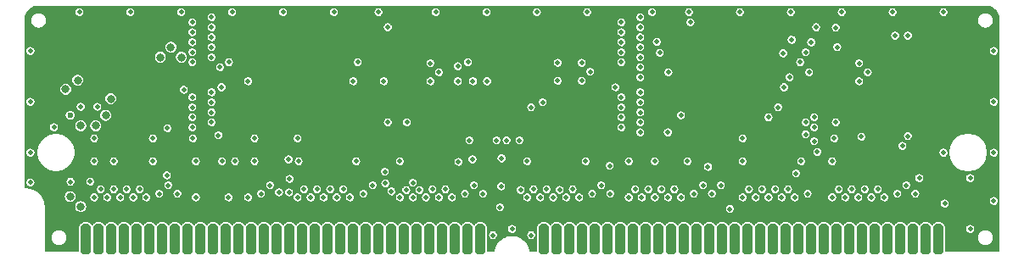
<source format=gbl>
G04 #@! TF.GenerationSoftware,KiCad,Pcbnew,(5.1.5-0-10_14)*
G04 #@! TF.CreationDate,2021-04-12T16:57:48-04:00*
G04 #@! TF.ProjectId,ROMSIMM,524f4d53-494d-44d2-9e6b-696361645f70,1.0*
G04 #@! TF.SameCoordinates,Original*
G04 #@! TF.FileFunction,Copper,L4,Bot*
G04 #@! TF.FilePolarity,Positive*
%FSLAX46Y46*%
G04 Gerber Fmt 4.6, Leading zero omitted, Abs format (unit mm)*
G04 Created by KiCad (PCBNEW (5.1.5-0-10_14)) date 2021-04-12 16:57:48*
%MOMM*%
%LPD*%
G04 APERTURE LIST*
%ADD10C,0.100000*%
%ADD11C,0.500000*%
%ADD12C,0.800000*%
%ADD13C,0.600000*%
%ADD14C,0.508000*%
%ADD15C,0.154000*%
G04 APERTURE END LIST*
G04 #@! TA.AperFunction,ComponentPad*
D10*
G36*
X163339970Y-124589006D02*
G01*
X163380407Y-124595004D01*
X163420061Y-124604937D01*
X163458551Y-124618709D01*
X163495505Y-124636187D01*
X163530568Y-124657203D01*
X163563403Y-124681555D01*
X163593692Y-124709008D01*
X163621145Y-124739297D01*
X163645497Y-124772132D01*
X163666513Y-124807195D01*
X163683991Y-124844149D01*
X163697763Y-124882639D01*
X163707696Y-124922293D01*
X163713694Y-124962730D01*
X163715700Y-125003560D01*
X163715700Y-127218440D01*
X163713694Y-127259270D01*
X163707696Y-127299707D01*
X163697763Y-127339361D01*
X163683991Y-127377851D01*
X163666513Y-127414805D01*
X163645497Y-127449868D01*
X163621145Y-127482703D01*
X163593692Y-127512992D01*
X163563403Y-127540445D01*
X163530568Y-127564797D01*
X163495505Y-127585813D01*
X163458551Y-127603291D01*
X163420061Y-127617063D01*
X163380407Y-127626996D01*
X163339970Y-127632994D01*
X163299140Y-127635000D01*
X163090860Y-127635000D01*
X163050030Y-127632994D01*
X163009593Y-127626996D01*
X162969939Y-127617063D01*
X162931449Y-127603291D01*
X162894495Y-127585813D01*
X162859432Y-127564797D01*
X162826597Y-127540445D01*
X162796308Y-127512992D01*
X162768855Y-127482703D01*
X162744503Y-127449868D01*
X162723487Y-127414805D01*
X162706009Y-127377851D01*
X162692237Y-127339361D01*
X162682304Y-127299707D01*
X162676306Y-127259270D01*
X162674300Y-127218440D01*
X162674300Y-125003560D01*
X162676306Y-124962730D01*
X162682304Y-124922293D01*
X162692237Y-124882639D01*
X162706009Y-124844149D01*
X162723487Y-124807195D01*
X162744503Y-124772132D01*
X162768855Y-124739297D01*
X162796308Y-124709008D01*
X162826597Y-124681555D01*
X162859432Y-124657203D01*
X162894495Y-124636187D01*
X162931449Y-124618709D01*
X162969939Y-124604937D01*
X163009593Y-124595004D01*
X163050030Y-124589006D01*
X163090860Y-124587000D01*
X163299140Y-124587000D01*
X163339970Y-124589006D01*
G37*
G04 #@! TD.AperFunction*
G04 #@! TA.AperFunction,ComponentPad*
G36*
X162069970Y-124589006D02*
G01*
X162110407Y-124595004D01*
X162150061Y-124604937D01*
X162188551Y-124618709D01*
X162225505Y-124636187D01*
X162260568Y-124657203D01*
X162293403Y-124681555D01*
X162323692Y-124709008D01*
X162351145Y-124739297D01*
X162375497Y-124772132D01*
X162396513Y-124807195D01*
X162413991Y-124844149D01*
X162427763Y-124882639D01*
X162437696Y-124922293D01*
X162443694Y-124962730D01*
X162445700Y-125003560D01*
X162445700Y-127218440D01*
X162443694Y-127259270D01*
X162437696Y-127299707D01*
X162427763Y-127339361D01*
X162413991Y-127377851D01*
X162396513Y-127414805D01*
X162375497Y-127449868D01*
X162351145Y-127482703D01*
X162323692Y-127512992D01*
X162293403Y-127540445D01*
X162260568Y-127564797D01*
X162225505Y-127585813D01*
X162188551Y-127603291D01*
X162150061Y-127617063D01*
X162110407Y-127626996D01*
X162069970Y-127632994D01*
X162029140Y-127635000D01*
X161820860Y-127635000D01*
X161780030Y-127632994D01*
X161739593Y-127626996D01*
X161699939Y-127617063D01*
X161661449Y-127603291D01*
X161624495Y-127585813D01*
X161589432Y-127564797D01*
X161556597Y-127540445D01*
X161526308Y-127512992D01*
X161498855Y-127482703D01*
X161474503Y-127449868D01*
X161453487Y-127414805D01*
X161436009Y-127377851D01*
X161422237Y-127339361D01*
X161412304Y-127299707D01*
X161406306Y-127259270D01*
X161404300Y-127218440D01*
X161404300Y-125003560D01*
X161406306Y-124962730D01*
X161412304Y-124922293D01*
X161422237Y-124882639D01*
X161436009Y-124844149D01*
X161453487Y-124807195D01*
X161474503Y-124772132D01*
X161498855Y-124739297D01*
X161526308Y-124709008D01*
X161556597Y-124681555D01*
X161589432Y-124657203D01*
X161624495Y-124636187D01*
X161661449Y-124618709D01*
X161699939Y-124604937D01*
X161739593Y-124595004D01*
X161780030Y-124589006D01*
X161820860Y-124587000D01*
X162029140Y-124587000D01*
X162069970Y-124589006D01*
G37*
G04 #@! TD.AperFunction*
G04 #@! TA.AperFunction,ComponentPad*
G36*
X160799970Y-124589006D02*
G01*
X160840407Y-124595004D01*
X160880061Y-124604937D01*
X160918551Y-124618709D01*
X160955505Y-124636187D01*
X160990568Y-124657203D01*
X161023403Y-124681555D01*
X161053692Y-124709008D01*
X161081145Y-124739297D01*
X161105497Y-124772132D01*
X161126513Y-124807195D01*
X161143991Y-124844149D01*
X161157763Y-124882639D01*
X161167696Y-124922293D01*
X161173694Y-124962730D01*
X161175700Y-125003560D01*
X161175700Y-127218440D01*
X161173694Y-127259270D01*
X161167696Y-127299707D01*
X161157763Y-127339361D01*
X161143991Y-127377851D01*
X161126513Y-127414805D01*
X161105497Y-127449868D01*
X161081145Y-127482703D01*
X161053692Y-127512992D01*
X161023403Y-127540445D01*
X160990568Y-127564797D01*
X160955505Y-127585813D01*
X160918551Y-127603291D01*
X160880061Y-127617063D01*
X160840407Y-127626996D01*
X160799970Y-127632994D01*
X160759140Y-127635000D01*
X160550860Y-127635000D01*
X160510030Y-127632994D01*
X160469593Y-127626996D01*
X160429939Y-127617063D01*
X160391449Y-127603291D01*
X160354495Y-127585813D01*
X160319432Y-127564797D01*
X160286597Y-127540445D01*
X160256308Y-127512992D01*
X160228855Y-127482703D01*
X160204503Y-127449868D01*
X160183487Y-127414805D01*
X160166009Y-127377851D01*
X160152237Y-127339361D01*
X160142304Y-127299707D01*
X160136306Y-127259270D01*
X160134300Y-127218440D01*
X160134300Y-125003560D01*
X160136306Y-124962730D01*
X160142304Y-124922293D01*
X160152237Y-124882639D01*
X160166009Y-124844149D01*
X160183487Y-124807195D01*
X160204503Y-124772132D01*
X160228855Y-124739297D01*
X160256308Y-124709008D01*
X160286597Y-124681555D01*
X160319432Y-124657203D01*
X160354495Y-124636187D01*
X160391449Y-124618709D01*
X160429939Y-124604937D01*
X160469593Y-124595004D01*
X160510030Y-124589006D01*
X160550860Y-124587000D01*
X160759140Y-124587000D01*
X160799970Y-124589006D01*
G37*
G04 #@! TD.AperFunction*
G04 #@! TA.AperFunction,ComponentPad*
G36*
X159529970Y-124589006D02*
G01*
X159570407Y-124595004D01*
X159610061Y-124604937D01*
X159648551Y-124618709D01*
X159685505Y-124636187D01*
X159720568Y-124657203D01*
X159753403Y-124681555D01*
X159783692Y-124709008D01*
X159811145Y-124739297D01*
X159835497Y-124772132D01*
X159856513Y-124807195D01*
X159873991Y-124844149D01*
X159887763Y-124882639D01*
X159897696Y-124922293D01*
X159903694Y-124962730D01*
X159905700Y-125003560D01*
X159905700Y-127218440D01*
X159903694Y-127259270D01*
X159897696Y-127299707D01*
X159887763Y-127339361D01*
X159873991Y-127377851D01*
X159856513Y-127414805D01*
X159835497Y-127449868D01*
X159811145Y-127482703D01*
X159783692Y-127512992D01*
X159753403Y-127540445D01*
X159720568Y-127564797D01*
X159685505Y-127585813D01*
X159648551Y-127603291D01*
X159610061Y-127617063D01*
X159570407Y-127626996D01*
X159529970Y-127632994D01*
X159489140Y-127635000D01*
X159280860Y-127635000D01*
X159240030Y-127632994D01*
X159199593Y-127626996D01*
X159159939Y-127617063D01*
X159121449Y-127603291D01*
X159084495Y-127585813D01*
X159049432Y-127564797D01*
X159016597Y-127540445D01*
X158986308Y-127512992D01*
X158958855Y-127482703D01*
X158934503Y-127449868D01*
X158913487Y-127414805D01*
X158896009Y-127377851D01*
X158882237Y-127339361D01*
X158872304Y-127299707D01*
X158866306Y-127259270D01*
X158864300Y-127218440D01*
X158864300Y-125003560D01*
X158866306Y-124962730D01*
X158872304Y-124922293D01*
X158882237Y-124882639D01*
X158896009Y-124844149D01*
X158913487Y-124807195D01*
X158934503Y-124772132D01*
X158958855Y-124739297D01*
X158986308Y-124709008D01*
X159016597Y-124681555D01*
X159049432Y-124657203D01*
X159084495Y-124636187D01*
X159121449Y-124618709D01*
X159159939Y-124604937D01*
X159199593Y-124595004D01*
X159240030Y-124589006D01*
X159280860Y-124587000D01*
X159489140Y-124587000D01*
X159529970Y-124589006D01*
G37*
G04 #@! TD.AperFunction*
G04 #@! TA.AperFunction,ComponentPad*
G36*
X158259970Y-124589006D02*
G01*
X158300407Y-124595004D01*
X158340061Y-124604937D01*
X158378551Y-124618709D01*
X158415505Y-124636187D01*
X158450568Y-124657203D01*
X158483403Y-124681555D01*
X158513692Y-124709008D01*
X158541145Y-124739297D01*
X158565497Y-124772132D01*
X158586513Y-124807195D01*
X158603991Y-124844149D01*
X158617763Y-124882639D01*
X158627696Y-124922293D01*
X158633694Y-124962730D01*
X158635700Y-125003560D01*
X158635700Y-127218440D01*
X158633694Y-127259270D01*
X158627696Y-127299707D01*
X158617763Y-127339361D01*
X158603991Y-127377851D01*
X158586513Y-127414805D01*
X158565497Y-127449868D01*
X158541145Y-127482703D01*
X158513692Y-127512992D01*
X158483403Y-127540445D01*
X158450568Y-127564797D01*
X158415505Y-127585813D01*
X158378551Y-127603291D01*
X158340061Y-127617063D01*
X158300407Y-127626996D01*
X158259970Y-127632994D01*
X158219140Y-127635000D01*
X158010860Y-127635000D01*
X157970030Y-127632994D01*
X157929593Y-127626996D01*
X157889939Y-127617063D01*
X157851449Y-127603291D01*
X157814495Y-127585813D01*
X157779432Y-127564797D01*
X157746597Y-127540445D01*
X157716308Y-127512992D01*
X157688855Y-127482703D01*
X157664503Y-127449868D01*
X157643487Y-127414805D01*
X157626009Y-127377851D01*
X157612237Y-127339361D01*
X157602304Y-127299707D01*
X157596306Y-127259270D01*
X157594300Y-127218440D01*
X157594300Y-125003560D01*
X157596306Y-124962730D01*
X157602304Y-124922293D01*
X157612237Y-124882639D01*
X157626009Y-124844149D01*
X157643487Y-124807195D01*
X157664503Y-124772132D01*
X157688855Y-124739297D01*
X157716308Y-124709008D01*
X157746597Y-124681555D01*
X157779432Y-124657203D01*
X157814495Y-124636187D01*
X157851449Y-124618709D01*
X157889939Y-124604937D01*
X157929593Y-124595004D01*
X157970030Y-124589006D01*
X158010860Y-124587000D01*
X158219140Y-124587000D01*
X158259970Y-124589006D01*
G37*
G04 #@! TD.AperFunction*
G04 #@! TA.AperFunction,ComponentPad*
G36*
X156989970Y-124589006D02*
G01*
X157030407Y-124595004D01*
X157070061Y-124604937D01*
X157108551Y-124618709D01*
X157145505Y-124636187D01*
X157180568Y-124657203D01*
X157213403Y-124681555D01*
X157243692Y-124709008D01*
X157271145Y-124739297D01*
X157295497Y-124772132D01*
X157316513Y-124807195D01*
X157333991Y-124844149D01*
X157347763Y-124882639D01*
X157357696Y-124922293D01*
X157363694Y-124962730D01*
X157365700Y-125003560D01*
X157365700Y-127218440D01*
X157363694Y-127259270D01*
X157357696Y-127299707D01*
X157347763Y-127339361D01*
X157333991Y-127377851D01*
X157316513Y-127414805D01*
X157295497Y-127449868D01*
X157271145Y-127482703D01*
X157243692Y-127512992D01*
X157213403Y-127540445D01*
X157180568Y-127564797D01*
X157145505Y-127585813D01*
X157108551Y-127603291D01*
X157070061Y-127617063D01*
X157030407Y-127626996D01*
X156989970Y-127632994D01*
X156949140Y-127635000D01*
X156740860Y-127635000D01*
X156700030Y-127632994D01*
X156659593Y-127626996D01*
X156619939Y-127617063D01*
X156581449Y-127603291D01*
X156544495Y-127585813D01*
X156509432Y-127564797D01*
X156476597Y-127540445D01*
X156446308Y-127512992D01*
X156418855Y-127482703D01*
X156394503Y-127449868D01*
X156373487Y-127414805D01*
X156356009Y-127377851D01*
X156342237Y-127339361D01*
X156332304Y-127299707D01*
X156326306Y-127259270D01*
X156324300Y-127218440D01*
X156324300Y-125003560D01*
X156326306Y-124962730D01*
X156332304Y-124922293D01*
X156342237Y-124882639D01*
X156356009Y-124844149D01*
X156373487Y-124807195D01*
X156394503Y-124772132D01*
X156418855Y-124739297D01*
X156446308Y-124709008D01*
X156476597Y-124681555D01*
X156509432Y-124657203D01*
X156544495Y-124636187D01*
X156581449Y-124618709D01*
X156619939Y-124604937D01*
X156659593Y-124595004D01*
X156700030Y-124589006D01*
X156740860Y-124587000D01*
X156949140Y-124587000D01*
X156989970Y-124589006D01*
G37*
G04 #@! TD.AperFunction*
G04 #@! TA.AperFunction,ComponentPad*
G36*
X155719970Y-124589006D02*
G01*
X155760407Y-124595004D01*
X155800061Y-124604937D01*
X155838551Y-124618709D01*
X155875505Y-124636187D01*
X155910568Y-124657203D01*
X155943403Y-124681555D01*
X155973692Y-124709008D01*
X156001145Y-124739297D01*
X156025497Y-124772132D01*
X156046513Y-124807195D01*
X156063991Y-124844149D01*
X156077763Y-124882639D01*
X156087696Y-124922293D01*
X156093694Y-124962730D01*
X156095700Y-125003560D01*
X156095700Y-127218440D01*
X156093694Y-127259270D01*
X156087696Y-127299707D01*
X156077763Y-127339361D01*
X156063991Y-127377851D01*
X156046513Y-127414805D01*
X156025497Y-127449868D01*
X156001145Y-127482703D01*
X155973692Y-127512992D01*
X155943403Y-127540445D01*
X155910568Y-127564797D01*
X155875505Y-127585813D01*
X155838551Y-127603291D01*
X155800061Y-127617063D01*
X155760407Y-127626996D01*
X155719970Y-127632994D01*
X155679140Y-127635000D01*
X155470860Y-127635000D01*
X155430030Y-127632994D01*
X155389593Y-127626996D01*
X155349939Y-127617063D01*
X155311449Y-127603291D01*
X155274495Y-127585813D01*
X155239432Y-127564797D01*
X155206597Y-127540445D01*
X155176308Y-127512992D01*
X155148855Y-127482703D01*
X155124503Y-127449868D01*
X155103487Y-127414805D01*
X155086009Y-127377851D01*
X155072237Y-127339361D01*
X155062304Y-127299707D01*
X155056306Y-127259270D01*
X155054300Y-127218440D01*
X155054300Y-125003560D01*
X155056306Y-124962730D01*
X155062304Y-124922293D01*
X155072237Y-124882639D01*
X155086009Y-124844149D01*
X155103487Y-124807195D01*
X155124503Y-124772132D01*
X155148855Y-124739297D01*
X155176308Y-124709008D01*
X155206597Y-124681555D01*
X155239432Y-124657203D01*
X155274495Y-124636187D01*
X155311449Y-124618709D01*
X155349939Y-124604937D01*
X155389593Y-124595004D01*
X155430030Y-124589006D01*
X155470860Y-124587000D01*
X155679140Y-124587000D01*
X155719970Y-124589006D01*
G37*
G04 #@! TD.AperFunction*
G04 #@! TA.AperFunction,ComponentPad*
G36*
X154449970Y-124589006D02*
G01*
X154490407Y-124595004D01*
X154530061Y-124604937D01*
X154568551Y-124618709D01*
X154605505Y-124636187D01*
X154640568Y-124657203D01*
X154673403Y-124681555D01*
X154703692Y-124709008D01*
X154731145Y-124739297D01*
X154755497Y-124772132D01*
X154776513Y-124807195D01*
X154793991Y-124844149D01*
X154807763Y-124882639D01*
X154817696Y-124922293D01*
X154823694Y-124962730D01*
X154825700Y-125003560D01*
X154825700Y-127218440D01*
X154823694Y-127259270D01*
X154817696Y-127299707D01*
X154807763Y-127339361D01*
X154793991Y-127377851D01*
X154776513Y-127414805D01*
X154755497Y-127449868D01*
X154731145Y-127482703D01*
X154703692Y-127512992D01*
X154673403Y-127540445D01*
X154640568Y-127564797D01*
X154605505Y-127585813D01*
X154568551Y-127603291D01*
X154530061Y-127617063D01*
X154490407Y-127626996D01*
X154449970Y-127632994D01*
X154409140Y-127635000D01*
X154200860Y-127635000D01*
X154160030Y-127632994D01*
X154119593Y-127626996D01*
X154079939Y-127617063D01*
X154041449Y-127603291D01*
X154004495Y-127585813D01*
X153969432Y-127564797D01*
X153936597Y-127540445D01*
X153906308Y-127512992D01*
X153878855Y-127482703D01*
X153854503Y-127449868D01*
X153833487Y-127414805D01*
X153816009Y-127377851D01*
X153802237Y-127339361D01*
X153792304Y-127299707D01*
X153786306Y-127259270D01*
X153784300Y-127218440D01*
X153784300Y-125003560D01*
X153786306Y-124962730D01*
X153792304Y-124922293D01*
X153802237Y-124882639D01*
X153816009Y-124844149D01*
X153833487Y-124807195D01*
X153854503Y-124772132D01*
X153878855Y-124739297D01*
X153906308Y-124709008D01*
X153936597Y-124681555D01*
X153969432Y-124657203D01*
X154004495Y-124636187D01*
X154041449Y-124618709D01*
X154079939Y-124604937D01*
X154119593Y-124595004D01*
X154160030Y-124589006D01*
X154200860Y-124587000D01*
X154409140Y-124587000D01*
X154449970Y-124589006D01*
G37*
G04 #@! TD.AperFunction*
G04 #@! TA.AperFunction,ComponentPad*
G36*
X153179970Y-124589006D02*
G01*
X153220407Y-124595004D01*
X153260061Y-124604937D01*
X153298551Y-124618709D01*
X153335505Y-124636187D01*
X153370568Y-124657203D01*
X153403403Y-124681555D01*
X153433692Y-124709008D01*
X153461145Y-124739297D01*
X153485497Y-124772132D01*
X153506513Y-124807195D01*
X153523991Y-124844149D01*
X153537763Y-124882639D01*
X153547696Y-124922293D01*
X153553694Y-124962730D01*
X153555700Y-125003560D01*
X153555700Y-127218440D01*
X153553694Y-127259270D01*
X153547696Y-127299707D01*
X153537763Y-127339361D01*
X153523991Y-127377851D01*
X153506513Y-127414805D01*
X153485497Y-127449868D01*
X153461145Y-127482703D01*
X153433692Y-127512992D01*
X153403403Y-127540445D01*
X153370568Y-127564797D01*
X153335505Y-127585813D01*
X153298551Y-127603291D01*
X153260061Y-127617063D01*
X153220407Y-127626996D01*
X153179970Y-127632994D01*
X153139140Y-127635000D01*
X152930860Y-127635000D01*
X152890030Y-127632994D01*
X152849593Y-127626996D01*
X152809939Y-127617063D01*
X152771449Y-127603291D01*
X152734495Y-127585813D01*
X152699432Y-127564797D01*
X152666597Y-127540445D01*
X152636308Y-127512992D01*
X152608855Y-127482703D01*
X152584503Y-127449868D01*
X152563487Y-127414805D01*
X152546009Y-127377851D01*
X152532237Y-127339361D01*
X152522304Y-127299707D01*
X152516306Y-127259270D01*
X152514300Y-127218440D01*
X152514300Y-125003560D01*
X152516306Y-124962730D01*
X152522304Y-124922293D01*
X152532237Y-124882639D01*
X152546009Y-124844149D01*
X152563487Y-124807195D01*
X152584503Y-124772132D01*
X152608855Y-124739297D01*
X152636308Y-124709008D01*
X152666597Y-124681555D01*
X152699432Y-124657203D01*
X152734495Y-124636187D01*
X152771449Y-124618709D01*
X152809939Y-124604937D01*
X152849593Y-124595004D01*
X152890030Y-124589006D01*
X152930860Y-124587000D01*
X153139140Y-124587000D01*
X153179970Y-124589006D01*
G37*
G04 #@! TD.AperFunction*
G04 #@! TA.AperFunction,ComponentPad*
G36*
X151909970Y-124589006D02*
G01*
X151950407Y-124595004D01*
X151990061Y-124604937D01*
X152028551Y-124618709D01*
X152065505Y-124636187D01*
X152100568Y-124657203D01*
X152133403Y-124681555D01*
X152163692Y-124709008D01*
X152191145Y-124739297D01*
X152215497Y-124772132D01*
X152236513Y-124807195D01*
X152253991Y-124844149D01*
X152267763Y-124882639D01*
X152277696Y-124922293D01*
X152283694Y-124962730D01*
X152285700Y-125003560D01*
X152285700Y-127218440D01*
X152283694Y-127259270D01*
X152277696Y-127299707D01*
X152267763Y-127339361D01*
X152253991Y-127377851D01*
X152236513Y-127414805D01*
X152215497Y-127449868D01*
X152191145Y-127482703D01*
X152163692Y-127512992D01*
X152133403Y-127540445D01*
X152100568Y-127564797D01*
X152065505Y-127585813D01*
X152028551Y-127603291D01*
X151990061Y-127617063D01*
X151950407Y-127626996D01*
X151909970Y-127632994D01*
X151869140Y-127635000D01*
X151660860Y-127635000D01*
X151620030Y-127632994D01*
X151579593Y-127626996D01*
X151539939Y-127617063D01*
X151501449Y-127603291D01*
X151464495Y-127585813D01*
X151429432Y-127564797D01*
X151396597Y-127540445D01*
X151366308Y-127512992D01*
X151338855Y-127482703D01*
X151314503Y-127449868D01*
X151293487Y-127414805D01*
X151276009Y-127377851D01*
X151262237Y-127339361D01*
X151252304Y-127299707D01*
X151246306Y-127259270D01*
X151244300Y-127218440D01*
X151244300Y-125003560D01*
X151246306Y-124962730D01*
X151252304Y-124922293D01*
X151262237Y-124882639D01*
X151276009Y-124844149D01*
X151293487Y-124807195D01*
X151314503Y-124772132D01*
X151338855Y-124739297D01*
X151366308Y-124709008D01*
X151396597Y-124681555D01*
X151429432Y-124657203D01*
X151464495Y-124636187D01*
X151501449Y-124618709D01*
X151539939Y-124604937D01*
X151579593Y-124595004D01*
X151620030Y-124589006D01*
X151660860Y-124587000D01*
X151869140Y-124587000D01*
X151909970Y-124589006D01*
G37*
G04 #@! TD.AperFunction*
G04 #@! TA.AperFunction,ComponentPad*
G36*
X150639970Y-124589006D02*
G01*
X150680407Y-124595004D01*
X150720061Y-124604937D01*
X150758551Y-124618709D01*
X150795505Y-124636187D01*
X150830568Y-124657203D01*
X150863403Y-124681555D01*
X150893692Y-124709008D01*
X150921145Y-124739297D01*
X150945497Y-124772132D01*
X150966513Y-124807195D01*
X150983991Y-124844149D01*
X150997763Y-124882639D01*
X151007696Y-124922293D01*
X151013694Y-124962730D01*
X151015700Y-125003560D01*
X151015700Y-127218440D01*
X151013694Y-127259270D01*
X151007696Y-127299707D01*
X150997763Y-127339361D01*
X150983991Y-127377851D01*
X150966513Y-127414805D01*
X150945497Y-127449868D01*
X150921145Y-127482703D01*
X150893692Y-127512992D01*
X150863403Y-127540445D01*
X150830568Y-127564797D01*
X150795505Y-127585813D01*
X150758551Y-127603291D01*
X150720061Y-127617063D01*
X150680407Y-127626996D01*
X150639970Y-127632994D01*
X150599140Y-127635000D01*
X150390860Y-127635000D01*
X150350030Y-127632994D01*
X150309593Y-127626996D01*
X150269939Y-127617063D01*
X150231449Y-127603291D01*
X150194495Y-127585813D01*
X150159432Y-127564797D01*
X150126597Y-127540445D01*
X150096308Y-127512992D01*
X150068855Y-127482703D01*
X150044503Y-127449868D01*
X150023487Y-127414805D01*
X150006009Y-127377851D01*
X149992237Y-127339361D01*
X149982304Y-127299707D01*
X149976306Y-127259270D01*
X149974300Y-127218440D01*
X149974300Y-125003560D01*
X149976306Y-124962730D01*
X149982304Y-124922293D01*
X149992237Y-124882639D01*
X150006009Y-124844149D01*
X150023487Y-124807195D01*
X150044503Y-124772132D01*
X150068855Y-124739297D01*
X150096308Y-124709008D01*
X150126597Y-124681555D01*
X150159432Y-124657203D01*
X150194495Y-124636187D01*
X150231449Y-124618709D01*
X150269939Y-124604937D01*
X150309593Y-124595004D01*
X150350030Y-124589006D01*
X150390860Y-124587000D01*
X150599140Y-124587000D01*
X150639970Y-124589006D01*
G37*
G04 #@! TD.AperFunction*
G04 #@! TA.AperFunction,ComponentPad*
G36*
X149369970Y-124589006D02*
G01*
X149410407Y-124595004D01*
X149450061Y-124604937D01*
X149488551Y-124618709D01*
X149525505Y-124636187D01*
X149560568Y-124657203D01*
X149593403Y-124681555D01*
X149623692Y-124709008D01*
X149651145Y-124739297D01*
X149675497Y-124772132D01*
X149696513Y-124807195D01*
X149713991Y-124844149D01*
X149727763Y-124882639D01*
X149737696Y-124922293D01*
X149743694Y-124962730D01*
X149745700Y-125003560D01*
X149745700Y-127218440D01*
X149743694Y-127259270D01*
X149737696Y-127299707D01*
X149727763Y-127339361D01*
X149713991Y-127377851D01*
X149696513Y-127414805D01*
X149675497Y-127449868D01*
X149651145Y-127482703D01*
X149623692Y-127512992D01*
X149593403Y-127540445D01*
X149560568Y-127564797D01*
X149525505Y-127585813D01*
X149488551Y-127603291D01*
X149450061Y-127617063D01*
X149410407Y-127626996D01*
X149369970Y-127632994D01*
X149329140Y-127635000D01*
X149120860Y-127635000D01*
X149080030Y-127632994D01*
X149039593Y-127626996D01*
X148999939Y-127617063D01*
X148961449Y-127603291D01*
X148924495Y-127585813D01*
X148889432Y-127564797D01*
X148856597Y-127540445D01*
X148826308Y-127512992D01*
X148798855Y-127482703D01*
X148774503Y-127449868D01*
X148753487Y-127414805D01*
X148736009Y-127377851D01*
X148722237Y-127339361D01*
X148712304Y-127299707D01*
X148706306Y-127259270D01*
X148704300Y-127218440D01*
X148704300Y-125003560D01*
X148706306Y-124962730D01*
X148712304Y-124922293D01*
X148722237Y-124882639D01*
X148736009Y-124844149D01*
X148753487Y-124807195D01*
X148774503Y-124772132D01*
X148798855Y-124739297D01*
X148826308Y-124709008D01*
X148856597Y-124681555D01*
X148889432Y-124657203D01*
X148924495Y-124636187D01*
X148961449Y-124618709D01*
X148999939Y-124604937D01*
X149039593Y-124595004D01*
X149080030Y-124589006D01*
X149120860Y-124587000D01*
X149329140Y-124587000D01*
X149369970Y-124589006D01*
G37*
G04 #@! TD.AperFunction*
G04 #@! TA.AperFunction,ComponentPad*
G36*
X148099970Y-124589006D02*
G01*
X148140407Y-124595004D01*
X148180061Y-124604937D01*
X148218551Y-124618709D01*
X148255505Y-124636187D01*
X148290568Y-124657203D01*
X148323403Y-124681555D01*
X148353692Y-124709008D01*
X148381145Y-124739297D01*
X148405497Y-124772132D01*
X148426513Y-124807195D01*
X148443991Y-124844149D01*
X148457763Y-124882639D01*
X148467696Y-124922293D01*
X148473694Y-124962730D01*
X148475700Y-125003560D01*
X148475700Y-127218440D01*
X148473694Y-127259270D01*
X148467696Y-127299707D01*
X148457763Y-127339361D01*
X148443991Y-127377851D01*
X148426513Y-127414805D01*
X148405497Y-127449868D01*
X148381145Y-127482703D01*
X148353692Y-127512992D01*
X148323403Y-127540445D01*
X148290568Y-127564797D01*
X148255505Y-127585813D01*
X148218551Y-127603291D01*
X148180061Y-127617063D01*
X148140407Y-127626996D01*
X148099970Y-127632994D01*
X148059140Y-127635000D01*
X147850860Y-127635000D01*
X147810030Y-127632994D01*
X147769593Y-127626996D01*
X147729939Y-127617063D01*
X147691449Y-127603291D01*
X147654495Y-127585813D01*
X147619432Y-127564797D01*
X147586597Y-127540445D01*
X147556308Y-127512992D01*
X147528855Y-127482703D01*
X147504503Y-127449868D01*
X147483487Y-127414805D01*
X147466009Y-127377851D01*
X147452237Y-127339361D01*
X147442304Y-127299707D01*
X147436306Y-127259270D01*
X147434300Y-127218440D01*
X147434300Y-125003560D01*
X147436306Y-124962730D01*
X147442304Y-124922293D01*
X147452237Y-124882639D01*
X147466009Y-124844149D01*
X147483487Y-124807195D01*
X147504503Y-124772132D01*
X147528855Y-124739297D01*
X147556308Y-124709008D01*
X147586597Y-124681555D01*
X147619432Y-124657203D01*
X147654495Y-124636187D01*
X147691449Y-124618709D01*
X147729939Y-124604937D01*
X147769593Y-124595004D01*
X147810030Y-124589006D01*
X147850860Y-124587000D01*
X148059140Y-124587000D01*
X148099970Y-124589006D01*
G37*
G04 #@! TD.AperFunction*
G04 #@! TA.AperFunction,ComponentPad*
G36*
X146829970Y-124589006D02*
G01*
X146870407Y-124595004D01*
X146910061Y-124604937D01*
X146948551Y-124618709D01*
X146985505Y-124636187D01*
X147020568Y-124657203D01*
X147053403Y-124681555D01*
X147083692Y-124709008D01*
X147111145Y-124739297D01*
X147135497Y-124772132D01*
X147156513Y-124807195D01*
X147173991Y-124844149D01*
X147187763Y-124882639D01*
X147197696Y-124922293D01*
X147203694Y-124962730D01*
X147205700Y-125003560D01*
X147205700Y-127218440D01*
X147203694Y-127259270D01*
X147197696Y-127299707D01*
X147187763Y-127339361D01*
X147173991Y-127377851D01*
X147156513Y-127414805D01*
X147135497Y-127449868D01*
X147111145Y-127482703D01*
X147083692Y-127512992D01*
X147053403Y-127540445D01*
X147020568Y-127564797D01*
X146985505Y-127585813D01*
X146948551Y-127603291D01*
X146910061Y-127617063D01*
X146870407Y-127626996D01*
X146829970Y-127632994D01*
X146789140Y-127635000D01*
X146580860Y-127635000D01*
X146540030Y-127632994D01*
X146499593Y-127626996D01*
X146459939Y-127617063D01*
X146421449Y-127603291D01*
X146384495Y-127585813D01*
X146349432Y-127564797D01*
X146316597Y-127540445D01*
X146286308Y-127512992D01*
X146258855Y-127482703D01*
X146234503Y-127449868D01*
X146213487Y-127414805D01*
X146196009Y-127377851D01*
X146182237Y-127339361D01*
X146172304Y-127299707D01*
X146166306Y-127259270D01*
X146164300Y-127218440D01*
X146164300Y-125003560D01*
X146166306Y-124962730D01*
X146172304Y-124922293D01*
X146182237Y-124882639D01*
X146196009Y-124844149D01*
X146213487Y-124807195D01*
X146234503Y-124772132D01*
X146258855Y-124739297D01*
X146286308Y-124709008D01*
X146316597Y-124681555D01*
X146349432Y-124657203D01*
X146384495Y-124636187D01*
X146421449Y-124618709D01*
X146459939Y-124604937D01*
X146499593Y-124595004D01*
X146540030Y-124589006D01*
X146580860Y-124587000D01*
X146789140Y-124587000D01*
X146829970Y-124589006D01*
G37*
G04 #@! TD.AperFunction*
G04 #@! TA.AperFunction,ComponentPad*
G36*
X145559970Y-124589006D02*
G01*
X145600407Y-124595004D01*
X145640061Y-124604937D01*
X145678551Y-124618709D01*
X145715505Y-124636187D01*
X145750568Y-124657203D01*
X145783403Y-124681555D01*
X145813692Y-124709008D01*
X145841145Y-124739297D01*
X145865497Y-124772132D01*
X145886513Y-124807195D01*
X145903991Y-124844149D01*
X145917763Y-124882639D01*
X145927696Y-124922293D01*
X145933694Y-124962730D01*
X145935700Y-125003560D01*
X145935700Y-127218440D01*
X145933694Y-127259270D01*
X145927696Y-127299707D01*
X145917763Y-127339361D01*
X145903991Y-127377851D01*
X145886513Y-127414805D01*
X145865497Y-127449868D01*
X145841145Y-127482703D01*
X145813692Y-127512992D01*
X145783403Y-127540445D01*
X145750568Y-127564797D01*
X145715505Y-127585813D01*
X145678551Y-127603291D01*
X145640061Y-127617063D01*
X145600407Y-127626996D01*
X145559970Y-127632994D01*
X145519140Y-127635000D01*
X145310860Y-127635000D01*
X145270030Y-127632994D01*
X145229593Y-127626996D01*
X145189939Y-127617063D01*
X145151449Y-127603291D01*
X145114495Y-127585813D01*
X145079432Y-127564797D01*
X145046597Y-127540445D01*
X145016308Y-127512992D01*
X144988855Y-127482703D01*
X144964503Y-127449868D01*
X144943487Y-127414805D01*
X144926009Y-127377851D01*
X144912237Y-127339361D01*
X144902304Y-127299707D01*
X144896306Y-127259270D01*
X144894300Y-127218440D01*
X144894300Y-125003560D01*
X144896306Y-124962730D01*
X144902304Y-124922293D01*
X144912237Y-124882639D01*
X144926009Y-124844149D01*
X144943487Y-124807195D01*
X144964503Y-124772132D01*
X144988855Y-124739297D01*
X145016308Y-124709008D01*
X145046597Y-124681555D01*
X145079432Y-124657203D01*
X145114495Y-124636187D01*
X145151449Y-124618709D01*
X145189939Y-124604937D01*
X145229593Y-124595004D01*
X145270030Y-124589006D01*
X145310860Y-124587000D01*
X145519140Y-124587000D01*
X145559970Y-124589006D01*
G37*
G04 #@! TD.AperFunction*
G04 #@! TA.AperFunction,ComponentPad*
G36*
X144289970Y-124589006D02*
G01*
X144330407Y-124595004D01*
X144370061Y-124604937D01*
X144408551Y-124618709D01*
X144445505Y-124636187D01*
X144480568Y-124657203D01*
X144513403Y-124681555D01*
X144543692Y-124709008D01*
X144571145Y-124739297D01*
X144595497Y-124772132D01*
X144616513Y-124807195D01*
X144633991Y-124844149D01*
X144647763Y-124882639D01*
X144657696Y-124922293D01*
X144663694Y-124962730D01*
X144665700Y-125003560D01*
X144665700Y-127218440D01*
X144663694Y-127259270D01*
X144657696Y-127299707D01*
X144647763Y-127339361D01*
X144633991Y-127377851D01*
X144616513Y-127414805D01*
X144595497Y-127449868D01*
X144571145Y-127482703D01*
X144543692Y-127512992D01*
X144513403Y-127540445D01*
X144480568Y-127564797D01*
X144445505Y-127585813D01*
X144408551Y-127603291D01*
X144370061Y-127617063D01*
X144330407Y-127626996D01*
X144289970Y-127632994D01*
X144249140Y-127635000D01*
X144040860Y-127635000D01*
X144000030Y-127632994D01*
X143959593Y-127626996D01*
X143919939Y-127617063D01*
X143881449Y-127603291D01*
X143844495Y-127585813D01*
X143809432Y-127564797D01*
X143776597Y-127540445D01*
X143746308Y-127512992D01*
X143718855Y-127482703D01*
X143694503Y-127449868D01*
X143673487Y-127414805D01*
X143656009Y-127377851D01*
X143642237Y-127339361D01*
X143632304Y-127299707D01*
X143626306Y-127259270D01*
X143624300Y-127218440D01*
X143624300Y-125003560D01*
X143626306Y-124962730D01*
X143632304Y-124922293D01*
X143642237Y-124882639D01*
X143656009Y-124844149D01*
X143673487Y-124807195D01*
X143694503Y-124772132D01*
X143718855Y-124739297D01*
X143746308Y-124709008D01*
X143776597Y-124681555D01*
X143809432Y-124657203D01*
X143844495Y-124636187D01*
X143881449Y-124618709D01*
X143919939Y-124604937D01*
X143959593Y-124595004D01*
X144000030Y-124589006D01*
X144040860Y-124587000D01*
X144249140Y-124587000D01*
X144289970Y-124589006D01*
G37*
G04 #@! TD.AperFunction*
G04 #@! TA.AperFunction,ComponentPad*
G36*
X143019970Y-124589006D02*
G01*
X143060407Y-124595004D01*
X143100061Y-124604937D01*
X143138551Y-124618709D01*
X143175505Y-124636187D01*
X143210568Y-124657203D01*
X143243403Y-124681555D01*
X143273692Y-124709008D01*
X143301145Y-124739297D01*
X143325497Y-124772132D01*
X143346513Y-124807195D01*
X143363991Y-124844149D01*
X143377763Y-124882639D01*
X143387696Y-124922293D01*
X143393694Y-124962730D01*
X143395700Y-125003560D01*
X143395700Y-127218440D01*
X143393694Y-127259270D01*
X143387696Y-127299707D01*
X143377763Y-127339361D01*
X143363991Y-127377851D01*
X143346513Y-127414805D01*
X143325497Y-127449868D01*
X143301145Y-127482703D01*
X143273692Y-127512992D01*
X143243403Y-127540445D01*
X143210568Y-127564797D01*
X143175505Y-127585813D01*
X143138551Y-127603291D01*
X143100061Y-127617063D01*
X143060407Y-127626996D01*
X143019970Y-127632994D01*
X142979140Y-127635000D01*
X142770860Y-127635000D01*
X142730030Y-127632994D01*
X142689593Y-127626996D01*
X142649939Y-127617063D01*
X142611449Y-127603291D01*
X142574495Y-127585813D01*
X142539432Y-127564797D01*
X142506597Y-127540445D01*
X142476308Y-127512992D01*
X142448855Y-127482703D01*
X142424503Y-127449868D01*
X142403487Y-127414805D01*
X142386009Y-127377851D01*
X142372237Y-127339361D01*
X142362304Y-127299707D01*
X142356306Y-127259270D01*
X142354300Y-127218440D01*
X142354300Y-125003560D01*
X142356306Y-124962730D01*
X142362304Y-124922293D01*
X142372237Y-124882639D01*
X142386009Y-124844149D01*
X142403487Y-124807195D01*
X142424503Y-124772132D01*
X142448855Y-124739297D01*
X142476308Y-124709008D01*
X142506597Y-124681555D01*
X142539432Y-124657203D01*
X142574495Y-124636187D01*
X142611449Y-124618709D01*
X142649939Y-124604937D01*
X142689593Y-124595004D01*
X142730030Y-124589006D01*
X142770860Y-124587000D01*
X142979140Y-124587000D01*
X143019970Y-124589006D01*
G37*
G04 #@! TD.AperFunction*
G04 #@! TA.AperFunction,ComponentPad*
G36*
X141749970Y-124589006D02*
G01*
X141790407Y-124595004D01*
X141830061Y-124604937D01*
X141868551Y-124618709D01*
X141905505Y-124636187D01*
X141940568Y-124657203D01*
X141973403Y-124681555D01*
X142003692Y-124709008D01*
X142031145Y-124739297D01*
X142055497Y-124772132D01*
X142076513Y-124807195D01*
X142093991Y-124844149D01*
X142107763Y-124882639D01*
X142117696Y-124922293D01*
X142123694Y-124962730D01*
X142125700Y-125003560D01*
X142125700Y-127218440D01*
X142123694Y-127259270D01*
X142117696Y-127299707D01*
X142107763Y-127339361D01*
X142093991Y-127377851D01*
X142076513Y-127414805D01*
X142055497Y-127449868D01*
X142031145Y-127482703D01*
X142003692Y-127512992D01*
X141973403Y-127540445D01*
X141940568Y-127564797D01*
X141905505Y-127585813D01*
X141868551Y-127603291D01*
X141830061Y-127617063D01*
X141790407Y-127626996D01*
X141749970Y-127632994D01*
X141709140Y-127635000D01*
X141500860Y-127635000D01*
X141460030Y-127632994D01*
X141419593Y-127626996D01*
X141379939Y-127617063D01*
X141341449Y-127603291D01*
X141304495Y-127585813D01*
X141269432Y-127564797D01*
X141236597Y-127540445D01*
X141206308Y-127512992D01*
X141178855Y-127482703D01*
X141154503Y-127449868D01*
X141133487Y-127414805D01*
X141116009Y-127377851D01*
X141102237Y-127339361D01*
X141092304Y-127299707D01*
X141086306Y-127259270D01*
X141084300Y-127218440D01*
X141084300Y-125003560D01*
X141086306Y-124962730D01*
X141092304Y-124922293D01*
X141102237Y-124882639D01*
X141116009Y-124844149D01*
X141133487Y-124807195D01*
X141154503Y-124772132D01*
X141178855Y-124739297D01*
X141206308Y-124709008D01*
X141236597Y-124681555D01*
X141269432Y-124657203D01*
X141304495Y-124636187D01*
X141341449Y-124618709D01*
X141379939Y-124604937D01*
X141419593Y-124595004D01*
X141460030Y-124589006D01*
X141500860Y-124587000D01*
X141709140Y-124587000D01*
X141749970Y-124589006D01*
G37*
G04 #@! TD.AperFunction*
G04 #@! TA.AperFunction,ComponentPad*
G36*
X140479970Y-124589006D02*
G01*
X140520407Y-124595004D01*
X140560061Y-124604937D01*
X140598551Y-124618709D01*
X140635505Y-124636187D01*
X140670568Y-124657203D01*
X140703403Y-124681555D01*
X140733692Y-124709008D01*
X140761145Y-124739297D01*
X140785497Y-124772132D01*
X140806513Y-124807195D01*
X140823991Y-124844149D01*
X140837763Y-124882639D01*
X140847696Y-124922293D01*
X140853694Y-124962730D01*
X140855700Y-125003560D01*
X140855700Y-127218440D01*
X140853694Y-127259270D01*
X140847696Y-127299707D01*
X140837763Y-127339361D01*
X140823991Y-127377851D01*
X140806513Y-127414805D01*
X140785497Y-127449868D01*
X140761145Y-127482703D01*
X140733692Y-127512992D01*
X140703403Y-127540445D01*
X140670568Y-127564797D01*
X140635505Y-127585813D01*
X140598551Y-127603291D01*
X140560061Y-127617063D01*
X140520407Y-127626996D01*
X140479970Y-127632994D01*
X140439140Y-127635000D01*
X140230860Y-127635000D01*
X140190030Y-127632994D01*
X140149593Y-127626996D01*
X140109939Y-127617063D01*
X140071449Y-127603291D01*
X140034495Y-127585813D01*
X139999432Y-127564797D01*
X139966597Y-127540445D01*
X139936308Y-127512992D01*
X139908855Y-127482703D01*
X139884503Y-127449868D01*
X139863487Y-127414805D01*
X139846009Y-127377851D01*
X139832237Y-127339361D01*
X139822304Y-127299707D01*
X139816306Y-127259270D01*
X139814300Y-127218440D01*
X139814300Y-125003560D01*
X139816306Y-124962730D01*
X139822304Y-124922293D01*
X139832237Y-124882639D01*
X139846009Y-124844149D01*
X139863487Y-124807195D01*
X139884503Y-124772132D01*
X139908855Y-124739297D01*
X139936308Y-124709008D01*
X139966597Y-124681555D01*
X139999432Y-124657203D01*
X140034495Y-124636187D01*
X140071449Y-124618709D01*
X140109939Y-124604937D01*
X140149593Y-124595004D01*
X140190030Y-124589006D01*
X140230860Y-124587000D01*
X140439140Y-124587000D01*
X140479970Y-124589006D01*
G37*
G04 #@! TD.AperFunction*
G04 #@! TA.AperFunction,ComponentPad*
G36*
X139209970Y-124589006D02*
G01*
X139250407Y-124595004D01*
X139290061Y-124604937D01*
X139328551Y-124618709D01*
X139365505Y-124636187D01*
X139400568Y-124657203D01*
X139433403Y-124681555D01*
X139463692Y-124709008D01*
X139491145Y-124739297D01*
X139515497Y-124772132D01*
X139536513Y-124807195D01*
X139553991Y-124844149D01*
X139567763Y-124882639D01*
X139577696Y-124922293D01*
X139583694Y-124962730D01*
X139585700Y-125003560D01*
X139585700Y-127218440D01*
X139583694Y-127259270D01*
X139577696Y-127299707D01*
X139567763Y-127339361D01*
X139553991Y-127377851D01*
X139536513Y-127414805D01*
X139515497Y-127449868D01*
X139491145Y-127482703D01*
X139463692Y-127512992D01*
X139433403Y-127540445D01*
X139400568Y-127564797D01*
X139365505Y-127585813D01*
X139328551Y-127603291D01*
X139290061Y-127617063D01*
X139250407Y-127626996D01*
X139209970Y-127632994D01*
X139169140Y-127635000D01*
X138960860Y-127635000D01*
X138920030Y-127632994D01*
X138879593Y-127626996D01*
X138839939Y-127617063D01*
X138801449Y-127603291D01*
X138764495Y-127585813D01*
X138729432Y-127564797D01*
X138696597Y-127540445D01*
X138666308Y-127512992D01*
X138638855Y-127482703D01*
X138614503Y-127449868D01*
X138593487Y-127414805D01*
X138576009Y-127377851D01*
X138562237Y-127339361D01*
X138552304Y-127299707D01*
X138546306Y-127259270D01*
X138544300Y-127218440D01*
X138544300Y-125003560D01*
X138546306Y-124962730D01*
X138552304Y-124922293D01*
X138562237Y-124882639D01*
X138576009Y-124844149D01*
X138593487Y-124807195D01*
X138614503Y-124772132D01*
X138638855Y-124739297D01*
X138666308Y-124709008D01*
X138696597Y-124681555D01*
X138729432Y-124657203D01*
X138764495Y-124636187D01*
X138801449Y-124618709D01*
X138839939Y-124604937D01*
X138879593Y-124595004D01*
X138920030Y-124589006D01*
X138960860Y-124587000D01*
X139169140Y-124587000D01*
X139209970Y-124589006D01*
G37*
G04 #@! TD.AperFunction*
G04 #@! TA.AperFunction,ComponentPad*
G36*
X137939970Y-124589006D02*
G01*
X137980407Y-124595004D01*
X138020061Y-124604937D01*
X138058551Y-124618709D01*
X138095505Y-124636187D01*
X138130568Y-124657203D01*
X138163403Y-124681555D01*
X138193692Y-124709008D01*
X138221145Y-124739297D01*
X138245497Y-124772132D01*
X138266513Y-124807195D01*
X138283991Y-124844149D01*
X138297763Y-124882639D01*
X138307696Y-124922293D01*
X138313694Y-124962730D01*
X138315700Y-125003560D01*
X138315700Y-127218440D01*
X138313694Y-127259270D01*
X138307696Y-127299707D01*
X138297763Y-127339361D01*
X138283991Y-127377851D01*
X138266513Y-127414805D01*
X138245497Y-127449868D01*
X138221145Y-127482703D01*
X138193692Y-127512992D01*
X138163403Y-127540445D01*
X138130568Y-127564797D01*
X138095505Y-127585813D01*
X138058551Y-127603291D01*
X138020061Y-127617063D01*
X137980407Y-127626996D01*
X137939970Y-127632994D01*
X137899140Y-127635000D01*
X137690860Y-127635000D01*
X137650030Y-127632994D01*
X137609593Y-127626996D01*
X137569939Y-127617063D01*
X137531449Y-127603291D01*
X137494495Y-127585813D01*
X137459432Y-127564797D01*
X137426597Y-127540445D01*
X137396308Y-127512992D01*
X137368855Y-127482703D01*
X137344503Y-127449868D01*
X137323487Y-127414805D01*
X137306009Y-127377851D01*
X137292237Y-127339361D01*
X137282304Y-127299707D01*
X137276306Y-127259270D01*
X137274300Y-127218440D01*
X137274300Y-125003560D01*
X137276306Y-124962730D01*
X137282304Y-124922293D01*
X137292237Y-124882639D01*
X137306009Y-124844149D01*
X137323487Y-124807195D01*
X137344503Y-124772132D01*
X137368855Y-124739297D01*
X137396308Y-124709008D01*
X137426597Y-124681555D01*
X137459432Y-124657203D01*
X137494495Y-124636187D01*
X137531449Y-124618709D01*
X137569939Y-124604937D01*
X137609593Y-124595004D01*
X137650030Y-124589006D01*
X137690860Y-124587000D01*
X137899140Y-124587000D01*
X137939970Y-124589006D01*
G37*
G04 #@! TD.AperFunction*
G04 #@! TA.AperFunction,ComponentPad*
G36*
X136669970Y-124589006D02*
G01*
X136710407Y-124595004D01*
X136750061Y-124604937D01*
X136788551Y-124618709D01*
X136825505Y-124636187D01*
X136860568Y-124657203D01*
X136893403Y-124681555D01*
X136923692Y-124709008D01*
X136951145Y-124739297D01*
X136975497Y-124772132D01*
X136996513Y-124807195D01*
X137013991Y-124844149D01*
X137027763Y-124882639D01*
X137037696Y-124922293D01*
X137043694Y-124962730D01*
X137045700Y-125003560D01*
X137045700Y-127218440D01*
X137043694Y-127259270D01*
X137037696Y-127299707D01*
X137027763Y-127339361D01*
X137013991Y-127377851D01*
X136996513Y-127414805D01*
X136975497Y-127449868D01*
X136951145Y-127482703D01*
X136923692Y-127512992D01*
X136893403Y-127540445D01*
X136860568Y-127564797D01*
X136825505Y-127585813D01*
X136788551Y-127603291D01*
X136750061Y-127617063D01*
X136710407Y-127626996D01*
X136669970Y-127632994D01*
X136629140Y-127635000D01*
X136420860Y-127635000D01*
X136380030Y-127632994D01*
X136339593Y-127626996D01*
X136299939Y-127617063D01*
X136261449Y-127603291D01*
X136224495Y-127585813D01*
X136189432Y-127564797D01*
X136156597Y-127540445D01*
X136126308Y-127512992D01*
X136098855Y-127482703D01*
X136074503Y-127449868D01*
X136053487Y-127414805D01*
X136036009Y-127377851D01*
X136022237Y-127339361D01*
X136012304Y-127299707D01*
X136006306Y-127259270D01*
X136004300Y-127218440D01*
X136004300Y-125003560D01*
X136006306Y-124962730D01*
X136012304Y-124922293D01*
X136022237Y-124882639D01*
X136036009Y-124844149D01*
X136053487Y-124807195D01*
X136074503Y-124772132D01*
X136098855Y-124739297D01*
X136126308Y-124709008D01*
X136156597Y-124681555D01*
X136189432Y-124657203D01*
X136224495Y-124636187D01*
X136261449Y-124618709D01*
X136299939Y-124604937D01*
X136339593Y-124595004D01*
X136380030Y-124589006D01*
X136420860Y-124587000D01*
X136629140Y-124587000D01*
X136669970Y-124589006D01*
G37*
G04 #@! TD.AperFunction*
G04 #@! TA.AperFunction,ComponentPad*
G36*
X135399970Y-124589006D02*
G01*
X135440407Y-124595004D01*
X135480061Y-124604937D01*
X135518551Y-124618709D01*
X135555505Y-124636187D01*
X135590568Y-124657203D01*
X135623403Y-124681555D01*
X135653692Y-124709008D01*
X135681145Y-124739297D01*
X135705497Y-124772132D01*
X135726513Y-124807195D01*
X135743991Y-124844149D01*
X135757763Y-124882639D01*
X135767696Y-124922293D01*
X135773694Y-124962730D01*
X135775700Y-125003560D01*
X135775700Y-127218440D01*
X135773694Y-127259270D01*
X135767696Y-127299707D01*
X135757763Y-127339361D01*
X135743991Y-127377851D01*
X135726513Y-127414805D01*
X135705497Y-127449868D01*
X135681145Y-127482703D01*
X135653692Y-127512992D01*
X135623403Y-127540445D01*
X135590568Y-127564797D01*
X135555505Y-127585813D01*
X135518551Y-127603291D01*
X135480061Y-127617063D01*
X135440407Y-127626996D01*
X135399970Y-127632994D01*
X135359140Y-127635000D01*
X135150860Y-127635000D01*
X135110030Y-127632994D01*
X135069593Y-127626996D01*
X135029939Y-127617063D01*
X134991449Y-127603291D01*
X134954495Y-127585813D01*
X134919432Y-127564797D01*
X134886597Y-127540445D01*
X134856308Y-127512992D01*
X134828855Y-127482703D01*
X134804503Y-127449868D01*
X134783487Y-127414805D01*
X134766009Y-127377851D01*
X134752237Y-127339361D01*
X134742304Y-127299707D01*
X134736306Y-127259270D01*
X134734300Y-127218440D01*
X134734300Y-125003560D01*
X134736306Y-124962730D01*
X134742304Y-124922293D01*
X134752237Y-124882639D01*
X134766009Y-124844149D01*
X134783487Y-124807195D01*
X134804503Y-124772132D01*
X134828855Y-124739297D01*
X134856308Y-124709008D01*
X134886597Y-124681555D01*
X134919432Y-124657203D01*
X134954495Y-124636187D01*
X134991449Y-124618709D01*
X135029939Y-124604937D01*
X135069593Y-124595004D01*
X135110030Y-124589006D01*
X135150860Y-124587000D01*
X135359140Y-124587000D01*
X135399970Y-124589006D01*
G37*
G04 #@! TD.AperFunction*
G04 #@! TA.AperFunction,ComponentPad*
G36*
X134129970Y-124589006D02*
G01*
X134170407Y-124595004D01*
X134210061Y-124604937D01*
X134248551Y-124618709D01*
X134285505Y-124636187D01*
X134320568Y-124657203D01*
X134353403Y-124681555D01*
X134383692Y-124709008D01*
X134411145Y-124739297D01*
X134435497Y-124772132D01*
X134456513Y-124807195D01*
X134473991Y-124844149D01*
X134487763Y-124882639D01*
X134497696Y-124922293D01*
X134503694Y-124962730D01*
X134505700Y-125003560D01*
X134505700Y-127218440D01*
X134503694Y-127259270D01*
X134497696Y-127299707D01*
X134487763Y-127339361D01*
X134473991Y-127377851D01*
X134456513Y-127414805D01*
X134435497Y-127449868D01*
X134411145Y-127482703D01*
X134383692Y-127512992D01*
X134353403Y-127540445D01*
X134320568Y-127564797D01*
X134285505Y-127585813D01*
X134248551Y-127603291D01*
X134210061Y-127617063D01*
X134170407Y-127626996D01*
X134129970Y-127632994D01*
X134089140Y-127635000D01*
X133880860Y-127635000D01*
X133840030Y-127632994D01*
X133799593Y-127626996D01*
X133759939Y-127617063D01*
X133721449Y-127603291D01*
X133684495Y-127585813D01*
X133649432Y-127564797D01*
X133616597Y-127540445D01*
X133586308Y-127512992D01*
X133558855Y-127482703D01*
X133534503Y-127449868D01*
X133513487Y-127414805D01*
X133496009Y-127377851D01*
X133482237Y-127339361D01*
X133472304Y-127299707D01*
X133466306Y-127259270D01*
X133464300Y-127218440D01*
X133464300Y-125003560D01*
X133466306Y-124962730D01*
X133472304Y-124922293D01*
X133482237Y-124882639D01*
X133496009Y-124844149D01*
X133513487Y-124807195D01*
X133534503Y-124772132D01*
X133558855Y-124739297D01*
X133586308Y-124709008D01*
X133616597Y-124681555D01*
X133649432Y-124657203D01*
X133684495Y-124636187D01*
X133721449Y-124618709D01*
X133759939Y-124604937D01*
X133799593Y-124595004D01*
X133840030Y-124589006D01*
X133880860Y-124587000D01*
X134089140Y-124587000D01*
X134129970Y-124589006D01*
G37*
G04 #@! TD.AperFunction*
G04 #@! TA.AperFunction,ComponentPad*
G36*
X132859970Y-124589006D02*
G01*
X132900407Y-124595004D01*
X132940061Y-124604937D01*
X132978551Y-124618709D01*
X133015505Y-124636187D01*
X133050568Y-124657203D01*
X133083403Y-124681555D01*
X133113692Y-124709008D01*
X133141145Y-124739297D01*
X133165497Y-124772132D01*
X133186513Y-124807195D01*
X133203991Y-124844149D01*
X133217763Y-124882639D01*
X133227696Y-124922293D01*
X133233694Y-124962730D01*
X133235700Y-125003560D01*
X133235700Y-127218440D01*
X133233694Y-127259270D01*
X133227696Y-127299707D01*
X133217763Y-127339361D01*
X133203991Y-127377851D01*
X133186513Y-127414805D01*
X133165497Y-127449868D01*
X133141145Y-127482703D01*
X133113692Y-127512992D01*
X133083403Y-127540445D01*
X133050568Y-127564797D01*
X133015505Y-127585813D01*
X132978551Y-127603291D01*
X132940061Y-127617063D01*
X132900407Y-127626996D01*
X132859970Y-127632994D01*
X132819140Y-127635000D01*
X132610860Y-127635000D01*
X132570030Y-127632994D01*
X132529593Y-127626996D01*
X132489939Y-127617063D01*
X132451449Y-127603291D01*
X132414495Y-127585813D01*
X132379432Y-127564797D01*
X132346597Y-127540445D01*
X132316308Y-127512992D01*
X132288855Y-127482703D01*
X132264503Y-127449868D01*
X132243487Y-127414805D01*
X132226009Y-127377851D01*
X132212237Y-127339361D01*
X132202304Y-127299707D01*
X132196306Y-127259270D01*
X132194300Y-127218440D01*
X132194300Y-125003560D01*
X132196306Y-124962730D01*
X132202304Y-124922293D01*
X132212237Y-124882639D01*
X132226009Y-124844149D01*
X132243487Y-124807195D01*
X132264503Y-124772132D01*
X132288855Y-124739297D01*
X132316308Y-124709008D01*
X132346597Y-124681555D01*
X132379432Y-124657203D01*
X132414495Y-124636187D01*
X132451449Y-124618709D01*
X132489939Y-124604937D01*
X132529593Y-124595004D01*
X132570030Y-124589006D01*
X132610860Y-124587000D01*
X132819140Y-124587000D01*
X132859970Y-124589006D01*
G37*
G04 #@! TD.AperFunction*
G04 #@! TA.AperFunction,ComponentPad*
G36*
X131589970Y-124589006D02*
G01*
X131630407Y-124595004D01*
X131670061Y-124604937D01*
X131708551Y-124618709D01*
X131745505Y-124636187D01*
X131780568Y-124657203D01*
X131813403Y-124681555D01*
X131843692Y-124709008D01*
X131871145Y-124739297D01*
X131895497Y-124772132D01*
X131916513Y-124807195D01*
X131933991Y-124844149D01*
X131947763Y-124882639D01*
X131957696Y-124922293D01*
X131963694Y-124962730D01*
X131965700Y-125003560D01*
X131965700Y-127218440D01*
X131963694Y-127259270D01*
X131957696Y-127299707D01*
X131947763Y-127339361D01*
X131933991Y-127377851D01*
X131916513Y-127414805D01*
X131895497Y-127449868D01*
X131871145Y-127482703D01*
X131843692Y-127512992D01*
X131813403Y-127540445D01*
X131780568Y-127564797D01*
X131745505Y-127585813D01*
X131708551Y-127603291D01*
X131670061Y-127617063D01*
X131630407Y-127626996D01*
X131589970Y-127632994D01*
X131549140Y-127635000D01*
X131340860Y-127635000D01*
X131300030Y-127632994D01*
X131259593Y-127626996D01*
X131219939Y-127617063D01*
X131181449Y-127603291D01*
X131144495Y-127585813D01*
X131109432Y-127564797D01*
X131076597Y-127540445D01*
X131046308Y-127512992D01*
X131018855Y-127482703D01*
X130994503Y-127449868D01*
X130973487Y-127414805D01*
X130956009Y-127377851D01*
X130942237Y-127339361D01*
X130932304Y-127299707D01*
X130926306Y-127259270D01*
X130924300Y-127218440D01*
X130924300Y-125003560D01*
X130926306Y-124962730D01*
X130932304Y-124922293D01*
X130942237Y-124882639D01*
X130956009Y-124844149D01*
X130973487Y-124807195D01*
X130994503Y-124772132D01*
X131018855Y-124739297D01*
X131046308Y-124709008D01*
X131076597Y-124681555D01*
X131109432Y-124657203D01*
X131144495Y-124636187D01*
X131181449Y-124618709D01*
X131219939Y-124604937D01*
X131259593Y-124595004D01*
X131300030Y-124589006D01*
X131340860Y-124587000D01*
X131549140Y-124587000D01*
X131589970Y-124589006D01*
G37*
G04 #@! TD.AperFunction*
G04 #@! TA.AperFunction,ComponentPad*
G36*
X130319970Y-124589006D02*
G01*
X130360407Y-124595004D01*
X130400061Y-124604937D01*
X130438551Y-124618709D01*
X130475505Y-124636187D01*
X130510568Y-124657203D01*
X130543403Y-124681555D01*
X130573692Y-124709008D01*
X130601145Y-124739297D01*
X130625497Y-124772132D01*
X130646513Y-124807195D01*
X130663991Y-124844149D01*
X130677763Y-124882639D01*
X130687696Y-124922293D01*
X130693694Y-124962730D01*
X130695700Y-125003560D01*
X130695700Y-127218440D01*
X130693694Y-127259270D01*
X130687696Y-127299707D01*
X130677763Y-127339361D01*
X130663991Y-127377851D01*
X130646513Y-127414805D01*
X130625497Y-127449868D01*
X130601145Y-127482703D01*
X130573692Y-127512992D01*
X130543403Y-127540445D01*
X130510568Y-127564797D01*
X130475505Y-127585813D01*
X130438551Y-127603291D01*
X130400061Y-127617063D01*
X130360407Y-127626996D01*
X130319970Y-127632994D01*
X130279140Y-127635000D01*
X130070860Y-127635000D01*
X130030030Y-127632994D01*
X129989593Y-127626996D01*
X129949939Y-127617063D01*
X129911449Y-127603291D01*
X129874495Y-127585813D01*
X129839432Y-127564797D01*
X129806597Y-127540445D01*
X129776308Y-127512992D01*
X129748855Y-127482703D01*
X129724503Y-127449868D01*
X129703487Y-127414805D01*
X129686009Y-127377851D01*
X129672237Y-127339361D01*
X129662304Y-127299707D01*
X129656306Y-127259270D01*
X129654300Y-127218440D01*
X129654300Y-125003560D01*
X129656306Y-124962730D01*
X129662304Y-124922293D01*
X129672237Y-124882639D01*
X129686009Y-124844149D01*
X129703487Y-124807195D01*
X129724503Y-124772132D01*
X129748855Y-124739297D01*
X129776308Y-124709008D01*
X129806597Y-124681555D01*
X129839432Y-124657203D01*
X129874495Y-124636187D01*
X129911449Y-124618709D01*
X129949939Y-124604937D01*
X129989593Y-124595004D01*
X130030030Y-124589006D01*
X130070860Y-124587000D01*
X130279140Y-124587000D01*
X130319970Y-124589006D01*
G37*
G04 #@! TD.AperFunction*
G04 #@! TA.AperFunction,ComponentPad*
G36*
X129049970Y-124589006D02*
G01*
X129090407Y-124595004D01*
X129130061Y-124604937D01*
X129168551Y-124618709D01*
X129205505Y-124636187D01*
X129240568Y-124657203D01*
X129273403Y-124681555D01*
X129303692Y-124709008D01*
X129331145Y-124739297D01*
X129355497Y-124772132D01*
X129376513Y-124807195D01*
X129393991Y-124844149D01*
X129407763Y-124882639D01*
X129417696Y-124922293D01*
X129423694Y-124962730D01*
X129425700Y-125003560D01*
X129425700Y-127218440D01*
X129423694Y-127259270D01*
X129417696Y-127299707D01*
X129407763Y-127339361D01*
X129393991Y-127377851D01*
X129376513Y-127414805D01*
X129355497Y-127449868D01*
X129331145Y-127482703D01*
X129303692Y-127512992D01*
X129273403Y-127540445D01*
X129240568Y-127564797D01*
X129205505Y-127585813D01*
X129168551Y-127603291D01*
X129130061Y-127617063D01*
X129090407Y-127626996D01*
X129049970Y-127632994D01*
X129009140Y-127635000D01*
X128800860Y-127635000D01*
X128760030Y-127632994D01*
X128719593Y-127626996D01*
X128679939Y-127617063D01*
X128641449Y-127603291D01*
X128604495Y-127585813D01*
X128569432Y-127564797D01*
X128536597Y-127540445D01*
X128506308Y-127512992D01*
X128478855Y-127482703D01*
X128454503Y-127449868D01*
X128433487Y-127414805D01*
X128416009Y-127377851D01*
X128402237Y-127339361D01*
X128392304Y-127299707D01*
X128386306Y-127259270D01*
X128384300Y-127218440D01*
X128384300Y-125003560D01*
X128386306Y-124962730D01*
X128392304Y-124922293D01*
X128402237Y-124882639D01*
X128416009Y-124844149D01*
X128433487Y-124807195D01*
X128454503Y-124772132D01*
X128478855Y-124739297D01*
X128506308Y-124709008D01*
X128536597Y-124681555D01*
X128569432Y-124657203D01*
X128604495Y-124636187D01*
X128641449Y-124618709D01*
X128679939Y-124604937D01*
X128719593Y-124595004D01*
X128760030Y-124589006D01*
X128800860Y-124587000D01*
X129009140Y-124587000D01*
X129049970Y-124589006D01*
G37*
G04 #@! TD.AperFunction*
G04 #@! TA.AperFunction,ComponentPad*
G36*
X127779970Y-124589006D02*
G01*
X127820407Y-124595004D01*
X127860061Y-124604937D01*
X127898551Y-124618709D01*
X127935505Y-124636187D01*
X127970568Y-124657203D01*
X128003403Y-124681555D01*
X128033692Y-124709008D01*
X128061145Y-124739297D01*
X128085497Y-124772132D01*
X128106513Y-124807195D01*
X128123991Y-124844149D01*
X128137763Y-124882639D01*
X128147696Y-124922293D01*
X128153694Y-124962730D01*
X128155700Y-125003560D01*
X128155700Y-127218440D01*
X128153694Y-127259270D01*
X128147696Y-127299707D01*
X128137763Y-127339361D01*
X128123991Y-127377851D01*
X128106513Y-127414805D01*
X128085497Y-127449868D01*
X128061145Y-127482703D01*
X128033692Y-127512992D01*
X128003403Y-127540445D01*
X127970568Y-127564797D01*
X127935505Y-127585813D01*
X127898551Y-127603291D01*
X127860061Y-127617063D01*
X127820407Y-127626996D01*
X127779970Y-127632994D01*
X127739140Y-127635000D01*
X127530860Y-127635000D01*
X127490030Y-127632994D01*
X127449593Y-127626996D01*
X127409939Y-127617063D01*
X127371449Y-127603291D01*
X127334495Y-127585813D01*
X127299432Y-127564797D01*
X127266597Y-127540445D01*
X127236308Y-127512992D01*
X127208855Y-127482703D01*
X127184503Y-127449868D01*
X127163487Y-127414805D01*
X127146009Y-127377851D01*
X127132237Y-127339361D01*
X127122304Y-127299707D01*
X127116306Y-127259270D01*
X127114300Y-127218440D01*
X127114300Y-125003560D01*
X127116306Y-124962730D01*
X127122304Y-124922293D01*
X127132237Y-124882639D01*
X127146009Y-124844149D01*
X127163487Y-124807195D01*
X127184503Y-124772132D01*
X127208855Y-124739297D01*
X127236308Y-124709008D01*
X127266597Y-124681555D01*
X127299432Y-124657203D01*
X127334495Y-124636187D01*
X127371449Y-124618709D01*
X127409939Y-124604937D01*
X127449593Y-124595004D01*
X127490030Y-124589006D01*
X127530860Y-124587000D01*
X127739140Y-124587000D01*
X127779970Y-124589006D01*
G37*
G04 #@! TD.AperFunction*
G04 #@! TA.AperFunction,ComponentPad*
G36*
X126509970Y-124589006D02*
G01*
X126550407Y-124595004D01*
X126590061Y-124604937D01*
X126628551Y-124618709D01*
X126665505Y-124636187D01*
X126700568Y-124657203D01*
X126733403Y-124681555D01*
X126763692Y-124709008D01*
X126791145Y-124739297D01*
X126815497Y-124772132D01*
X126836513Y-124807195D01*
X126853991Y-124844149D01*
X126867763Y-124882639D01*
X126877696Y-124922293D01*
X126883694Y-124962730D01*
X126885700Y-125003560D01*
X126885700Y-127218440D01*
X126883694Y-127259270D01*
X126877696Y-127299707D01*
X126867763Y-127339361D01*
X126853991Y-127377851D01*
X126836513Y-127414805D01*
X126815497Y-127449868D01*
X126791145Y-127482703D01*
X126763692Y-127512992D01*
X126733403Y-127540445D01*
X126700568Y-127564797D01*
X126665505Y-127585813D01*
X126628551Y-127603291D01*
X126590061Y-127617063D01*
X126550407Y-127626996D01*
X126509970Y-127632994D01*
X126469140Y-127635000D01*
X126260860Y-127635000D01*
X126220030Y-127632994D01*
X126179593Y-127626996D01*
X126139939Y-127617063D01*
X126101449Y-127603291D01*
X126064495Y-127585813D01*
X126029432Y-127564797D01*
X125996597Y-127540445D01*
X125966308Y-127512992D01*
X125938855Y-127482703D01*
X125914503Y-127449868D01*
X125893487Y-127414805D01*
X125876009Y-127377851D01*
X125862237Y-127339361D01*
X125852304Y-127299707D01*
X125846306Y-127259270D01*
X125844300Y-127218440D01*
X125844300Y-125003560D01*
X125846306Y-124962730D01*
X125852304Y-124922293D01*
X125862237Y-124882639D01*
X125876009Y-124844149D01*
X125893487Y-124807195D01*
X125914503Y-124772132D01*
X125938855Y-124739297D01*
X125966308Y-124709008D01*
X125996597Y-124681555D01*
X126029432Y-124657203D01*
X126064495Y-124636187D01*
X126101449Y-124618709D01*
X126139939Y-124604937D01*
X126179593Y-124595004D01*
X126220030Y-124589006D01*
X126260860Y-124587000D01*
X126469140Y-124587000D01*
X126509970Y-124589006D01*
G37*
G04 #@! TD.AperFunction*
G04 #@! TA.AperFunction,ComponentPad*
G36*
X125239970Y-124589006D02*
G01*
X125280407Y-124595004D01*
X125320061Y-124604937D01*
X125358551Y-124618709D01*
X125395505Y-124636187D01*
X125430568Y-124657203D01*
X125463403Y-124681555D01*
X125493692Y-124709008D01*
X125521145Y-124739297D01*
X125545497Y-124772132D01*
X125566513Y-124807195D01*
X125583991Y-124844149D01*
X125597763Y-124882639D01*
X125607696Y-124922293D01*
X125613694Y-124962730D01*
X125615700Y-125003560D01*
X125615700Y-127218440D01*
X125613694Y-127259270D01*
X125607696Y-127299707D01*
X125597763Y-127339361D01*
X125583991Y-127377851D01*
X125566513Y-127414805D01*
X125545497Y-127449868D01*
X125521145Y-127482703D01*
X125493692Y-127512992D01*
X125463403Y-127540445D01*
X125430568Y-127564797D01*
X125395505Y-127585813D01*
X125358551Y-127603291D01*
X125320061Y-127617063D01*
X125280407Y-127626996D01*
X125239970Y-127632994D01*
X125199140Y-127635000D01*
X124990860Y-127635000D01*
X124950030Y-127632994D01*
X124909593Y-127626996D01*
X124869939Y-127617063D01*
X124831449Y-127603291D01*
X124794495Y-127585813D01*
X124759432Y-127564797D01*
X124726597Y-127540445D01*
X124696308Y-127512992D01*
X124668855Y-127482703D01*
X124644503Y-127449868D01*
X124623487Y-127414805D01*
X124606009Y-127377851D01*
X124592237Y-127339361D01*
X124582304Y-127299707D01*
X124576306Y-127259270D01*
X124574300Y-127218440D01*
X124574300Y-125003560D01*
X124576306Y-124962730D01*
X124582304Y-124922293D01*
X124592237Y-124882639D01*
X124606009Y-124844149D01*
X124623487Y-124807195D01*
X124644503Y-124772132D01*
X124668855Y-124739297D01*
X124696308Y-124709008D01*
X124726597Y-124681555D01*
X124759432Y-124657203D01*
X124794495Y-124636187D01*
X124831449Y-124618709D01*
X124869939Y-124604937D01*
X124909593Y-124595004D01*
X124950030Y-124589006D01*
X124990860Y-124587000D01*
X125199140Y-124587000D01*
X125239970Y-124589006D01*
G37*
G04 #@! TD.AperFunction*
G04 #@! TA.AperFunction,ComponentPad*
G36*
X123969970Y-124589006D02*
G01*
X124010407Y-124595004D01*
X124050061Y-124604937D01*
X124088551Y-124618709D01*
X124125505Y-124636187D01*
X124160568Y-124657203D01*
X124193403Y-124681555D01*
X124223692Y-124709008D01*
X124251145Y-124739297D01*
X124275497Y-124772132D01*
X124296513Y-124807195D01*
X124313991Y-124844149D01*
X124327763Y-124882639D01*
X124337696Y-124922293D01*
X124343694Y-124962730D01*
X124345700Y-125003560D01*
X124345700Y-127218440D01*
X124343694Y-127259270D01*
X124337696Y-127299707D01*
X124327763Y-127339361D01*
X124313991Y-127377851D01*
X124296513Y-127414805D01*
X124275497Y-127449868D01*
X124251145Y-127482703D01*
X124223692Y-127512992D01*
X124193403Y-127540445D01*
X124160568Y-127564797D01*
X124125505Y-127585813D01*
X124088551Y-127603291D01*
X124050061Y-127617063D01*
X124010407Y-127626996D01*
X123969970Y-127632994D01*
X123929140Y-127635000D01*
X123720860Y-127635000D01*
X123680030Y-127632994D01*
X123639593Y-127626996D01*
X123599939Y-127617063D01*
X123561449Y-127603291D01*
X123524495Y-127585813D01*
X123489432Y-127564797D01*
X123456597Y-127540445D01*
X123426308Y-127512992D01*
X123398855Y-127482703D01*
X123374503Y-127449868D01*
X123353487Y-127414805D01*
X123336009Y-127377851D01*
X123322237Y-127339361D01*
X123312304Y-127299707D01*
X123306306Y-127259270D01*
X123304300Y-127218440D01*
X123304300Y-125003560D01*
X123306306Y-124962730D01*
X123312304Y-124922293D01*
X123322237Y-124882639D01*
X123336009Y-124844149D01*
X123353487Y-124807195D01*
X123374503Y-124772132D01*
X123398855Y-124739297D01*
X123426308Y-124709008D01*
X123456597Y-124681555D01*
X123489432Y-124657203D01*
X123524495Y-124636187D01*
X123561449Y-124618709D01*
X123599939Y-124604937D01*
X123639593Y-124595004D01*
X123680030Y-124589006D01*
X123720860Y-124587000D01*
X123929140Y-124587000D01*
X123969970Y-124589006D01*
G37*
G04 #@! TD.AperFunction*
G04 #@! TA.AperFunction,ComponentPad*
G36*
X117619970Y-124589006D02*
G01*
X117660407Y-124595004D01*
X117700061Y-124604937D01*
X117738551Y-124618709D01*
X117775505Y-124636187D01*
X117810568Y-124657203D01*
X117843403Y-124681555D01*
X117873692Y-124709008D01*
X117901145Y-124739297D01*
X117925497Y-124772132D01*
X117946513Y-124807195D01*
X117963991Y-124844149D01*
X117977763Y-124882639D01*
X117987696Y-124922293D01*
X117993694Y-124962730D01*
X117995700Y-125003560D01*
X117995700Y-127218440D01*
X117993694Y-127259270D01*
X117987696Y-127299707D01*
X117977763Y-127339361D01*
X117963991Y-127377851D01*
X117946513Y-127414805D01*
X117925497Y-127449868D01*
X117901145Y-127482703D01*
X117873692Y-127512992D01*
X117843403Y-127540445D01*
X117810568Y-127564797D01*
X117775505Y-127585813D01*
X117738551Y-127603291D01*
X117700061Y-127617063D01*
X117660407Y-127626996D01*
X117619970Y-127632994D01*
X117579140Y-127635000D01*
X117370860Y-127635000D01*
X117330030Y-127632994D01*
X117289593Y-127626996D01*
X117249939Y-127617063D01*
X117211449Y-127603291D01*
X117174495Y-127585813D01*
X117139432Y-127564797D01*
X117106597Y-127540445D01*
X117076308Y-127512992D01*
X117048855Y-127482703D01*
X117024503Y-127449868D01*
X117003487Y-127414805D01*
X116986009Y-127377851D01*
X116972237Y-127339361D01*
X116962304Y-127299707D01*
X116956306Y-127259270D01*
X116954300Y-127218440D01*
X116954300Y-125003560D01*
X116956306Y-124962730D01*
X116962304Y-124922293D01*
X116972237Y-124882639D01*
X116986009Y-124844149D01*
X117003487Y-124807195D01*
X117024503Y-124772132D01*
X117048855Y-124739297D01*
X117076308Y-124709008D01*
X117106597Y-124681555D01*
X117139432Y-124657203D01*
X117174495Y-124636187D01*
X117211449Y-124618709D01*
X117249939Y-124604937D01*
X117289593Y-124595004D01*
X117330030Y-124589006D01*
X117370860Y-124587000D01*
X117579140Y-124587000D01*
X117619970Y-124589006D01*
G37*
G04 #@! TD.AperFunction*
G04 #@! TA.AperFunction,ComponentPad*
G36*
X116349970Y-124589006D02*
G01*
X116390407Y-124595004D01*
X116430061Y-124604937D01*
X116468551Y-124618709D01*
X116505505Y-124636187D01*
X116540568Y-124657203D01*
X116573403Y-124681555D01*
X116603692Y-124709008D01*
X116631145Y-124739297D01*
X116655497Y-124772132D01*
X116676513Y-124807195D01*
X116693991Y-124844149D01*
X116707763Y-124882639D01*
X116717696Y-124922293D01*
X116723694Y-124962730D01*
X116725700Y-125003560D01*
X116725700Y-127218440D01*
X116723694Y-127259270D01*
X116717696Y-127299707D01*
X116707763Y-127339361D01*
X116693991Y-127377851D01*
X116676513Y-127414805D01*
X116655497Y-127449868D01*
X116631145Y-127482703D01*
X116603692Y-127512992D01*
X116573403Y-127540445D01*
X116540568Y-127564797D01*
X116505505Y-127585813D01*
X116468551Y-127603291D01*
X116430061Y-127617063D01*
X116390407Y-127626996D01*
X116349970Y-127632994D01*
X116309140Y-127635000D01*
X116100860Y-127635000D01*
X116060030Y-127632994D01*
X116019593Y-127626996D01*
X115979939Y-127617063D01*
X115941449Y-127603291D01*
X115904495Y-127585813D01*
X115869432Y-127564797D01*
X115836597Y-127540445D01*
X115806308Y-127512992D01*
X115778855Y-127482703D01*
X115754503Y-127449868D01*
X115733487Y-127414805D01*
X115716009Y-127377851D01*
X115702237Y-127339361D01*
X115692304Y-127299707D01*
X115686306Y-127259270D01*
X115684300Y-127218440D01*
X115684300Y-125003560D01*
X115686306Y-124962730D01*
X115692304Y-124922293D01*
X115702237Y-124882639D01*
X115716009Y-124844149D01*
X115733487Y-124807195D01*
X115754503Y-124772132D01*
X115778855Y-124739297D01*
X115806308Y-124709008D01*
X115836597Y-124681555D01*
X115869432Y-124657203D01*
X115904495Y-124636187D01*
X115941449Y-124618709D01*
X115979939Y-124604937D01*
X116019593Y-124595004D01*
X116060030Y-124589006D01*
X116100860Y-124587000D01*
X116309140Y-124587000D01*
X116349970Y-124589006D01*
G37*
G04 #@! TD.AperFunction*
G04 #@! TA.AperFunction,ComponentPad*
G36*
X115079970Y-124589006D02*
G01*
X115120407Y-124595004D01*
X115160061Y-124604937D01*
X115198551Y-124618709D01*
X115235505Y-124636187D01*
X115270568Y-124657203D01*
X115303403Y-124681555D01*
X115333692Y-124709008D01*
X115361145Y-124739297D01*
X115385497Y-124772132D01*
X115406513Y-124807195D01*
X115423991Y-124844149D01*
X115437763Y-124882639D01*
X115447696Y-124922293D01*
X115453694Y-124962730D01*
X115455700Y-125003560D01*
X115455700Y-127218440D01*
X115453694Y-127259270D01*
X115447696Y-127299707D01*
X115437763Y-127339361D01*
X115423991Y-127377851D01*
X115406513Y-127414805D01*
X115385497Y-127449868D01*
X115361145Y-127482703D01*
X115333692Y-127512992D01*
X115303403Y-127540445D01*
X115270568Y-127564797D01*
X115235505Y-127585813D01*
X115198551Y-127603291D01*
X115160061Y-127617063D01*
X115120407Y-127626996D01*
X115079970Y-127632994D01*
X115039140Y-127635000D01*
X114830860Y-127635000D01*
X114790030Y-127632994D01*
X114749593Y-127626996D01*
X114709939Y-127617063D01*
X114671449Y-127603291D01*
X114634495Y-127585813D01*
X114599432Y-127564797D01*
X114566597Y-127540445D01*
X114536308Y-127512992D01*
X114508855Y-127482703D01*
X114484503Y-127449868D01*
X114463487Y-127414805D01*
X114446009Y-127377851D01*
X114432237Y-127339361D01*
X114422304Y-127299707D01*
X114416306Y-127259270D01*
X114414300Y-127218440D01*
X114414300Y-125003560D01*
X114416306Y-124962730D01*
X114422304Y-124922293D01*
X114432237Y-124882639D01*
X114446009Y-124844149D01*
X114463487Y-124807195D01*
X114484503Y-124772132D01*
X114508855Y-124739297D01*
X114536308Y-124709008D01*
X114566597Y-124681555D01*
X114599432Y-124657203D01*
X114634495Y-124636187D01*
X114671449Y-124618709D01*
X114709939Y-124604937D01*
X114749593Y-124595004D01*
X114790030Y-124589006D01*
X114830860Y-124587000D01*
X115039140Y-124587000D01*
X115079970Y-124589006D01*
G37*
G04 #@! TD.AperFunction*
G04 #@! TA.AperFunction,ComponentPad*
G36*
X113809970Y-124589006D02*
G01*
X113850407Y-124595004D01*
X113890061Y-124604937D01*
X113928551Y-124618709D01*
X113965505Y-124636187D01*
X114000568Y-124657203D01*
X114033403Y-124681555D01*
X114063692Y-124709008D01*
X114091145Y-124739297D01*
X114115497Y-124772132D01*
X114136513Y-124807195D01*
X114153991Y-124844149D01*
X114167763Y-124882639D01*
X114177696Y-124922293D01*
X114183694Y-124962730D01*
X114185700Y-125003560D01*
X114185700Y-127218440D01*
X114183694Y-127259270D01*
X114177696Y-127299707D01*
X114167763Y-127339361D01*
X114153991Y-127377851D01*
X114136513Y-127414805D01*
X114115497Y-127449868D01*
X114091145Y-127482703D01*
X114063692Y-127512992D01*
X114033403Y-127540445D01*
X114000568Y-127564797D01*
X113965505Y-127585813D01*
X113928551Y-127603291D01*
X113890061Y-127617063D01*
X113850407Y-127626996D01*
X113809970Y-127632994D01*
X113769140Y-127635000D01*
X113560860Y-127635000D01*
X113520030Y-127632994D01*
X113479593Y-127626996D01*
X113439939Y-127617063D01*
X113401449Y-127603291D01*
X113364495Y-127585813D01*
X113329432Y-127564797D01*
X113296597Y-127540445D01*
X113266308Y-127512992D01*
X113238855Y-127482703D01*
X113214503Y-127449868D01*
X113193487Y-127414805D01*
X113176009Y-127377851D01*
X113162237Y-127339361D01*
X113152304Y-127299707D01*
X113146306Y-127259270D01*
X113144300Y-127218440D01*
X113144300Y-125003560D01*
X113146306Y-124962730D01*
X113152304Y-124922293D01*
X113162237Y-124882639D01*
X113176009Y-124844149D01*
X113193487Y-124807195D01*
X113214503Y-124772132D01*
X113238855Y-124739297D01*
X113266308Y-124709008D01*
X113296597Y-124681555D01*
X113329432Y-124657203D01*
X113364495Y-124636187D01*
X113401449Y-124618709D01*
X113439939Y-124604937D01*
X113479593Y-124595004D01*
X113520030Y-124589006D01*
X113560860Y-124587000D01*
X113769140Y-124587000D01*
X113809970Y-124589006D01*
G37*
G04 #@! TD.AperFunction*
G04 #@! TA.AperFunction,ComponentPad*
G36*
X112539970Y-124589006D02*
G01*
X112580407Y-124595004D01*
X112620061Y-124604937D01*
X112658551Y-124618709D01*
X112695505Y-124636187D01*
X112730568Y-124657203D01*
X112763403Y-124681555D01*
X112793692Y-124709008D01*
X112821145Y-124739297D01*
X112845497Y-124772132D01*
X112866513Y-124807195D01*
X112883991Y-124844149D01*
X112897763Y-124882639D01*
X112907696Y-124922293D01*
X112913694Y-124962730D01*
X112915700Y-125003560D01*
X112915700Y-127218440D01*
X112913694Y-127259270D01*
X112907696Y-127299707D01*
X112897763Y-127339361D01*
X112883991Y-127377851D01*
X112866513Y-127414805D01*
X112845497Y-127449868D01*
X112821145Y-127482703D01*
X112793692Y-127512992D01*
X112763403Y-127540445D01*
X112730568Y-127564797D01*
X112695505Y-127585813D01*
X112658551Y-127603291D01*
X112620061Y-127617063D01*
X112580407Y-127626996D01*
X112539970Y-127632994D01*
X112499140Y-127635000D01*
X112290860Y-127635000D01*
X112250030Y-127632994D01*
X112209593Y-127626996D01*
X112169939Y-127617063D01*
X112131449Y-127603291D01*
X112094495Y-127585813D01*
X112059432Y-127564797D01*
X112026597Y-127540445D01*
X111996308Y-127512992D01*
X111968855Y-127482703D01*
X111944503Y-127449868D01*
X111923487Y-127414805D01*
X111906009Y-127377851D01*
X111892237Y-127339361D01*
X111882304Y-127299707D01*
X111876306Y-127259270D01*
X111874300Y-127218440D01*
X111874300Y-125003560D01*
X111876306Y-124962730D01*
X111882304Y-124922293D01*
X111892237Y-124882639D01*
X111906009Y-124844149D01*
X111923487Y-124807195D01*
X111944503Y-124772132D01*
X111968855Y-124739297D01*
X111996308Y-124709008D01*
X112026597Y-124681555D01*
X112059432Y-124657203D01*
X112094495Y-124636187D01*
X112131449Y-124618709D01*
X112169939Y-124604937D01*
X112209593Y-124595004D01*
X112250030Y-124589006D01*
X112290860Y-124587000D01*
X112499140Y-124587000D01*
X112539970Y-124589006D01*
G37*
G04 #@! TD.AperFunction*
G04 #@! TA.AperFunction,ComponentPad*
G36*
X111269970Y-124589006D02*
G01*
X111310407Y-124595004D01*
X111350061Y-124604937D01*
X111388551Y-124618709D01*
X111425505Y-124636187D01*
X111460568Y-124657203D01*
X111493403Y-124681555D01*
X111523692Y-124709008D01*
X111551145Y-124739297D01*
X111575497Y-124772132D01*
X111596513Y-124807195D01*
X111613991Y-124844149D01*
X111627763Y-124882639D01*
X111637696Y-124922293D01*
X111643694Y-124962730D01*
X111645700Y-125003560D01*
X111645700Y-127218440D01*
X111643694Y-127259270D01*
X111637696Y-127299707D01*
X111627763Y-127339361D01*
X111613991Y-127377851D01*
X111596513Y-127414805D01*
X111575497Y-127449868D01*
X111551145Y-127482703D01*
X111523692Y-127512992D01*
X111493403Y-127540445D01*
X111460568Y-127564797D01*
X111425505Y-127585813D01*
X111388551Y-127603291D01*
X111350061Y-127617063D01*
X111310407Y-127626996D01*
X111269970Y-127632994D01*
X111229140Y-127635000D01*
X111020860Y-127635000D01*
X110980030Y-127632994D01*
X110939593Y-127626996D01*
X110899939Y-127617063D01*
X110861449Y-127603291D01*
X110824495Y-127585813D01*
X110789432Y-127564797D01*
X110756597Y-127540445D01*
X110726308Y-127512992D01*
X110698855Y-127482703D01*
X110674503Y-127449868D01*
X110653487Y-127414805D01*
X110636009Y-127377851D01*
X110622237Y-127339361D01*
X110612304Y-127299707D01*
X110606306Y-127259270D01*
X110604300Y-127218440D01*
X110604300Y-125003560D01*
X110606306Y-124962730D01*
X110612304Y-124922293D01*
X110622237Y-124882639D01*
X110636009Y-124844149D01*
X110653487Y-124807195D01*
X110674503Y-124772132D01*
X110698855Y-124739297D01*
X110726308Y-124709008D01*
X110756597Y-124681555D01*
X110789432Y-124657203D01*
X110824495Y-124636187D01*
X110861449Y-124618709D01*
X110899939Y-124604937D01*
X110939593Y-124595004D01*
X110980030Y-124589006D01*
X111020860Y-124587000D01*
X111229140Y-124587000D01*
X111269970Y-124589006D01*
G37*
G04 #@! TD.AperFunction*
G04 #@! TA.AperFunction,ComponentPad*
G36*
X109999970Y-124589006D02*
G01*
X110040407Y-124595004D01*
X110080061Y-124604937D01*
X110118551Y-124618709D01*
X110155505Y-124636187D01*
X110190568Y-124657203D01*
X110223403Y-124681555D01*
X110253692Y-124709008D01*
X110281145Y-124739297D01*
X110305497Y-124772132D01*
X110326513Y-124807195D01*
X110343991Y-124844149D01*
X110357763Y-124882639D01*
X110367696Y-124922293D01*
X110373694Y-124962730D01*
X110375700Y-125003560D01*
X110375700Y-127218440D01*
X110373694Y-127259270D01*
X110367696Y-127299707D01*
X110357763Y-127339361D01*
X110343991Y-127377851D01*
X110326513Y-127414805D01*
X110305497Y-127449868D01*
X110281145Y-127482703D01*
X110253692Y-127512992D01*
X110223403Y-127540445D01*
X110190568Y-127564797D01*
X110155505Y-127585813D01*
X110118551Y-127603291D01*
X110080061Y-127617063D01*
X110040407Y-127626996D01*
X109999970Y-127632994D01*
X109959140Y-127635000D01*
X109750860Y-127635000D01*
X109710030Y-127632994D01*
X109669593Y-127626996D01*
X109629939Y-127617063D01*
X109591449Y-127603291D01*
X109554495Y-127585813D01*
X109519432Y-127564797D01*
X109486597Y-127540445D01*
X109456308Y-127512992D01*
X109428855Y-127482703D01*
X109404503Y-127449868D01*
X109383487Y-127414805D01*
X109366009Y-127377851D01*
X109352237Y-127339361D01*
X109342304Y-127299707D01*
X109336306Y-127259270D01*
X109334300Y-127218440D01*
X109334300Y-125003560D01*
X109336306Y-124962730D01*
X109342304Y-124922293D01*
X109352237Y-124882639D01*
X109366009Y-124844149D01*
X109383487Y-124807195D01*
X109404503Y-124772132D01*
X109428855Y-124739297D01*
X109456308Y-124709008D01*
X109486597Y-124681555D01*
X109519432Y-124657203D01*
X109554495Y-124636187D01*
X109591449Y-124618709D01*
X109629939Y-124604937D01*
X109669593Y-124595004D01*
X109710030Y-124589006D01*
X109750860Y-124587000D01*
X109959140Y-124587000D01*
X109999970Y-124589006D01*
G37*
G04 #@! TD.AperFunction*
G04 #@! TA.AperFunction,ComponentPad*
G36*
X108729970Y-124589006D02*
G01*
X108770407Y-124595004D01*
X108810061Y-124604937D01*
X108848551Y-124618709D01*
X108885505Y-124636187D01*
X108920568Y-124657203D01*
X108953403Y-124681555D01*
X108983692Y-124709008D01*
X109011145Y-124739297D01*
X109035497Y-124772132D01*
X109056513Y-124807195D01*
X109073991Y-124844149D01*
X109087763Y-124882639D01*
X109097696Y-124922293D01*
X109103694Y-124962730D01*
X109105700Y-125003560D01*
X109105700Y-127218440D01*
X109103694Y-127259270D01*
X109097696Y-127299707D01*
X109087763Y-127339361D01*
X109073991Y-127377851D01*
X109056513Y-127414805D01*
X109035497Y-127449868D01*
X109011145Y-127482703D01*
X108983692Y-127512992D01*
X108953403Y-127540445D01*
X108920568Y-127564797D01*
X108885505Y-127585813D01*
X108848551Y-127603291D01*
X108810061Y-127617063D01*
X108770407Y-127626996D01*
X108729970Y-127632994D01*
X108689140Y-127635000D01*
X108480860Y-127635000D01*
X108440030Y-127632994D01*
X108399593Y-127626996D01*
X108359939Y-127617063D01*
X108321449Y-127603291D01*
X108284495Y-127585813D01*
X108249432Y-127564797D01*
X108216597Y-127540445D01*
X108186308Y-127512992D01*
X108158855Y-127482703D01*
X108134503Y-127449868D01*
X108113487Y-127414805D01*
X108096009Y-127377851D01*
X108082237Y-127339361D01*
X108072304Y-127299707D01*
X108066306Y-127259270D01*
X108064300Y-127218440D01*
X108064300Y-125003560D01*
X108066306Y-124962730D01*
X108072304Y-124922293D01*
X108082237Y-124882639D01*
X108096009Y-124844149D01*
X108113487Y-124807195D01*
X108134503Y-124772132D01*
X108158855Y-124739297D01*
X108186308Y-124709008D01*
X108216597Y-124681555D01*
X108249432Y-124657203D01*
X108284495Y-124636187D01*
X108321449Y-124618709D01*
X108359939Y-124604937D01*
X108399593Y-124595004D01*
X108440030Y-124589006D01*
X108480860Y-124587000D01*
X108689140Y-124587000D01*
X108729970Y-124589006D01*
G37*
G04 #@! TD.AperFunction*
G04 #@! TA.AperFunction,ComponentPad*
G36*
X107459970Y-124589006D02*
G01*
X107500407Y-124595004D01*
X107540061Y-124604937D01*
X107578551Y-124618709D01*
X107615505Y-124636187D01*
X107650568Y-124657203D01*
X107683403Y-124681555D01*
X107713692Y-124709008D01*
X107741145Y-124739297D01*
X107765497Y-124772132D01*
X107786513Y-124807195D01*
X107803991Y-124844149D01*
X107817763Y-124882639D01*
X107827696Y-124922293D01*
X107833694Y-124962730D01*
X107835700Y-125003560D01*
X107835700Y-127218440D01*
X107833694Y-127259270D01*
X107827696Y-127299707D01*
X107817763Y-127339361D01*
X107803991Y-127377851D01*
X107786513Y-127414805D01*
X107765497Y-127449868D01*
X107741145Y-127482703D01*
X107713692Y-127512992D01*
X107683403Y-127540445D01*
X107650568Y-127564797D01*
X107615505Y-127585813D01*
X107578551Y-127603291D01*
X107540061Y-127617063D01*
X107500407Y-127626996D01*
X107459970Y-127632994D01*
X107419140Y-127635000D01*
X107210860Y-127635000D01*
X107170030Y-127632994D01*
X107129593Y-127626996D01*
X107089939Y-127617063D01*
X107051449Y-127603291D01*
X107014495Y-127585813D01*
X106979432Y-127564797D01*
X106946597Y-127540445D01*
X106916308Y-127512992D01*
X106888855Y-127482703D01*
X106864503Y-127449868D01*
X106843487Y-127414805D01*
X106826009Y-127377851D01*
X106812237Y-127339361D01*
X106802304Y-127299707D01*
X106796306Y-127259270D01*
X106794300Y-127218440D01*
X106794300Y-125003560D01*
X106796306Y-124962730D01*
X106802304Y-124922293D01*
X106812237Y-124882639D01*
X106826009Y-124844149D01*
X106843487Y-124807195D01*
X106864503Y-124772132D01*
X106888855Y-124739297D01*
X106916308Y-124709008D01*
X106946597Y-124681555D01*
X106979432Y-124657203D01*
X107014495Y-124636187D01*
X107051449Y-124618709D01*
X107089939Y-124604937D01*
X107129593Y-124595004D01*
X107170030Y-124589006D01*
X107210860Y-124587000D01*
X107419140Y-124587000D01*
X107459970Y-124589006D01*
G37*
G04 #@! TD.AperFunction*
G04 #@! TA.AperFunction,ComponentPad*
G36*
X106189970Y-124589006D02*
G01*
X106230407Y-124595004D01*
X106270061Y-124604937D01*
X106308551Y-124618709D01*
X106345505Y-124636187D01*
X106380568Y-124657203D01*
X106413403Y-124681555D01*
X106443692Y-124709008D01*
X106471145Y-124739297D01*
X106495497Y-124772132D01*
X106516513Y-124807195D01*
X106533991Y-124844149D01*
X106547763Y-124882639D01*
X106557696Y-124922293D01*
X106563694Y-124962730D01*
X106565700Y-125003560D01*
X106565700Y-127218440D01*
X106563694Y-127259270D01*
X106557696Y-127299707D01*
X106547763Y-127339361D01*
X106533991Y-127377851D01*
X106516513Y-127414805D01*
X106495497Y-127449868D01*
X106471145Y-127482703D01*
X106443692Y-127512992D01*
X106413403Y-127540445D01*
X106380568Y-127564797D01*
X106345505Y-127585813D01*
X106308551Y-127603291D01*
X106270061Y-127617063D01*
X106230407Y-127626996D01*
X106189970Y-127632994D01*
X106149140Y-127635000D01*
X105940860Y-127635000D01*
X105900030Y-127632994D01*
X105859593Y-127626996D01*
X105819939Y-127617063D01*
X105781449Y-127603291D01*
X105744495Y-127585813D01*
X105709432Y-127564797D01*
X105676597Y-127540445D01*
X105646308Y-127512992D01*
X105618855Y-127482703D01*
X105594503Y-127449868D01*
X105573487Y-127414805D01*
X105556009Y-127377851D01*
X105542237Y-127339361D01*
X105532304Y-127299707D01*
X105526306Y-127259270D01*
X105524300Y-127218440D01*
X105524300Y-125003560D01*
X105526306Y-124962730D01*
X105532304Y-124922293D01*
X105542237Y-124882639D01*
X105556009Y-124844149D01*
X105573487Y-124807195D01*
X105594503Y-124772132D01*
X105618855Y-124739297D01*
X105646308Y-124709008D01*
X105676597Y-124681555D01*
X105709432Y-124657203D01*
X105744495Y-124636187D01*
X105781449Y-124618709D01*
X105819939Y-124604937D01*
X105859593Y-124595004D01*
X105900030Y-124589006D01*
X105940860Y-124587000D01*
X106149140Y-124587000D01*
X106189970Y-124589006D01*
G37*
G04 #@! TD.AperFunction*
G04 #@! TA.AperFunction,ComponentPad*
G36*
X104919970Y-124589006D02*
G01*
X104960407Y-124595004D01*
X105000061Y-124604937D01*
X105038551Y-124618709D01*
X105075505Y-124636187D01*
X105110568Y-124657203D01*
X105143403Y-124681555D01*
X105173692Y-124709008D01*
X105201145Y-124739297D01*
X105225497Y-124772132D01*
X105246513Y-124807195D01*
X105263991Y-124844149D01*
X105277763Y-124882639D01*
X105287696Y-124922293D01*
X105293694Y-124962730D01*
X105295700Y-125003560D01*
X105295700Y-127218440D01*
X105293694Y-127259270D01*
X105287696Y-127299707D01*
X105277763Y-127339361D01*
X105263991Y-127377851D01*
X105246513Y-127414805D01*
X105225497Y-127449868D01*
X105201145Y-127482703D01*
X105173692Y-127512992D01*
X105143403Y-127540445D01*
X105110568Y-127564797D01*
X105075505Y-127585813D01*
X105038551Y-127603291D01*
X105000061Y-127617063D01*
X104960407Y-127626996D01*
X104919970Y-127632994D01*
X104879140Y-127635000D01*
X104670860Y-127635000D01*
X104630030Y-127632994D01*
X104589593Y-127626996D01*
X104549939Y-127617063D01*
X104511449Y-127603291D01*
X104474495Y-127585813D01*
X104439432Y-127564797D01*
X104406597Y-127540445D01*
X104376308Y-127512992D01*
X104348855Y-127482703D01*
X104324503Y-127449868D01*
X104303487Y-127414805D01*
X104286009Y-127377851D01*
X104272237Y-127339361D01*
X104262304Y-127299707D01*
X104256306Y-127259270D01*
X104254300Y-127218440D01*
X104254300Y-125003560D01*
X104256306Y-124962730D01*
X104262304Y-124922293D01*
X104272237Y-124882639D01*
X104286009Y-124844149D01*
X104303487Y-124807195D01*
X104324503Y-124772132D01*
X104348855Y-124739297D01*
X104376308Y-124709008D01*
X104406597Y-124681555D01*
X104439432Y-124657203D01*
X104474495Y-124636187D01*
X104511449Y-124618709D01*
X104549939Y-124604937D01*
X104589593Y-124595004D01*
X104630030Y-124589006D01*
X104670860Y-124587000D01*
X104879140Y-124587000D01*
X104919970Y-124589006D01*
G37*
G04 #@! TD.AperFunction*
G04 #@! TA.AperFunction,ComponentPad*
G36*
X103649970Y-124589006D02*
G01*
X103690407Y-124595004D01*
X103730061Y-124604937D01*
X103768551Y-124618709D01*
X103805505Y-124636187D01*
X103840568Y-124657203D01*
X103873403Y-124681555D01*
X103903692Y-124709008D01*
X103931145Y-124739297D01*
X103955497Y-124772132D01*
X103976513Y-124807195D01*
X103993991Y-124844149D01*
X104007763Y-124882639D01*
X104017696Y-124922293D01*
X104023694Y-124962730D01*
X104025700Y-125003560D01*
X104025700Y-127218440D01*
X104023694Y-127259270D01*
X104017696Y-127299707D01*
X104007763Y-127339361D01*
X103993991Y-127377851D01*
X103976513Y-127414805D01*
X103955497Y-127449868D01*
X103931145Y-127482703D01*
X103903692Y-127512992D01*
X103873403Y-127540445D01*
X103840568Y-127564797D01*
X103805505Y-127585813D01*
X103768551Y-127603291D01*
X103730061Y-127617063D01*
X103690407Y-127626996D01*
X103649970Y-127632994D01*
X103609140Y-127635000D01*
X103400860Y-127635000D01*
X103360030Y-127632994D01*
X103319593Y-127626996D01*
X103279939Y-127617063D01*
X103241449Y-127603291D01*
X103204495Y-127585813D01*
X103169432Y-127564797D01*
X103136597Y-127540445D01*
X103106308Y-127512992D01*
X103078855Y-127482703D01*
X103054503Y-127449868D01*
X103033487Y-127414805D01*
X103016009Y-127377851D01*
X103002237Y-127339361D01*
X102992304Y-127299707D01*
X102986306Y-127259270D01*
X102984300Y-127218440D01*
X102984300Y-125003560D01*
X102986306Y-124962730D01*
X102992304Y-124922293D01*
X103002237Y-124882639D01*
X103016009Y-124844149D01*
X103033487Y-124807195D01*
X103054503Y-124772132D01*
X103078855Y-124739297D01*
X103106308Y-124709008D01*
X103136597Y-124681555D01*
X103169432Y-124657203D01*
X103204495Y-124636187D01*
X103241449Y-124618709D01*
X103279939Y-124604937D01*
X103319593Y-124595004D01*
X103360030Y-124589006D01*
X103400860Y-124587000D01*
X103609140Y-124587000D01*
X103649970Y-124589006D01*
G37*
G04 #@! TD.AperFunction*
G04 #@! TA.AperFunction,ComponentPad*
G36*
X102379970Y-124589006D02*
G01*
X102420407Y-124595004D01*
X102460061Y-124604937D01*
X102498551Y-124618709D01*
X102535505Y-124636187D01*
X102570568Y-124657203D01*
X102603403Y-124681555D01*
X102633692Y-124709008D01*
X102661145Y-124739297D01*
X102685497Y-124772132D01*
X102706513Y-124807195D01*
X102723991Y-124844149D01*
X102737763Y-124882639D01*
X102747696Y-124922293D01*
X102753694Y-124962730D01*
X102755700Y-125003560D01*
X102755700Y-127218440D01*
X102753694Y-127259270D01*
X102747696Y-127299707D01*
X102737763Y-127339361D01*
X102723991Y-127377851D01*
X102706513Y-127414805D01*
X102685497Y-127449868D01*
X102661145Y-127482703D01*
X102633692Y-127512992D01*
X102603403Y-127540445D01*
X102570568Y-127564797D01*
X102535505Y-127585813D01*
X102498551Y-127603291D01*
X102460061Y-127617063D01*
X102420407Y-127626996D01*
X102379970Y-127632994D01*
X102339140Y-127635000D01*
X102130860Y-127635000D01*
X102090030Y-127632994D01*
X102049593Y-127626996D01*
X102009939Y-127617063D01*
X101971449Y-127603291D01*
X101934495Y-127585813D01*
X101899432Y-127564797D01*
X101866597Y-127540445D01*
X101836308Y-127512992D01*
X101808855Y-127482703D01*
X101784503Y-127449868D01*
X101763487Y-127414805D01*
X101746009Y-127377851D01*
X101732237Y-127339361D01*
X101722304Y-127299707D01*
X101716306Y-127259270D01*
X101714300Y-127218440D01*
X101714300Y-125003560D01*
X101716306Y-124962730D01*
X101722304Y-124922293D01*
X101732237Y-124882639D01*
X101746009Y-124844149D01*
X101763487Y-124807195D01*
X101784503Y-124772132D01*
X101808855Y-124739297D01*
X101836308Y-124709008D01*
X101866597Y-124681555D01*
X101899432Y-124657203D01*
X101934495Y-124636187D01*
X101971449Y-124618709D01*
X102009939Y-124604937D01*
X102049593Y-124595004D01*
X102090030Y-124589006D01*
X102130860Y-124587000D01*
X102339140Y-124587000D01*
X102379970Y-124589006D01*
G37*
G04 #@! TD.AperFunction*
G04 #@! TA.AperFunction,ComponentPad*
G36*
X101109970Y-124589006D02*
G01*
X101150407Y-124595004D01*
X101190061Y-124604937D01*
X101228551Y-124618709D01*
X101265505Y-124636187D01*
X101300568Y-124657203D01*
X101333403Y-124681555D01*
X101363692Y-124709008D01*
X101391145Y-124739297D01*
X101415497Y-124772132D01*
X101436513Y-124807195D01*
X101453991Y-124844149D01*
X101467763Y-124882639D01*
X101477696Y-124922293D01*
X101483694Y-124962730D01*
X101485700Y-125003560D01*
X101485700Y-127218440D01*
X101483694Y-127259270D01*
X101477696Y-127299707D01*
X101467763Y-127339361D01*
X101453991Y-127377851D01*
X101436513Y-127414805D01*
X101415497Y-127449868D01*
X101391145Y-127482703D01*
X101363692Y-127512992D01*
X101333403Y-127540445D01*
X101300568Y-127564797D01*
X101265505Y-127585813D01*
X101228551Y-127603291D01*
X101190061Y-127617063D01*
X101150407Y-127626996D01*
X101109970Y-127632994D01*
X101069140Y-127635000D01*
X100860860Y-127635000D01*
X100820030Y-127632994D01*
X100779593Y-127626996D01*
X100739939Y-127617063D01*
X100701449Y-127603291D01*
X100664495Y-127585813D01*
X100629432Y-127564797D01*
X100596597Y-127540445D01*
X100566308Y-127512992D01*
X100538855Y-127482703D01*
X100514503Y-127449868D01*
X100493487Y-127414805D01*
X100476009Y-127377851D01*
X100462237Y-127339361D01*
X100452304Y-127299707D01*
X100446306Y-127259270D01*
X100444300Y-127218440D01*
X100444300Y-125003560D01*
X100446306Y-124962730D01*
X100452304Y-124922293D01*
X100462237Y-124882639D01*
X100476009Y-124844149D01*
X100493487Y-124807195D01*
X100514503Y-124772132D01*
X100538855Y-124739297D01*
X100566308Y-124709008D01*
X100596597Y-124681555D01*
X100629432Y-124657203D01*
X100664495Y-124636187D01*
X100701449Y-124618709D01*
X100739939Y-124604937D01*
X100779593Y-124595004D01*
X100820030Y-124589006D01*
X100860860Y-124587000D01*
X101069140Y-124587000D01*
X101109970Y-124589006D01*
G37*
G04 #@! TD.AperFunction*
G04 #@! TA.AperFunction,ComponentPad*
G36*
X99839970Y-124589006D02*
G01*
X99880407Y-124595004D01*
X99920061Y-124604937D01*
X99958551Y-124618709D01*
X99995505Y-124636187D01*
X100030568Y-124657203D01*
X100063403Y-124681555D01*
X100093692Y-124709008D01*
X100121145Y-124739297D01*
X100145497Y-124772132D01*
X100166513Y-124807195D01*
X100183991Y-124844149D01*
X100197763Y-124882639D01*
X100207696Y-124922293D01*
X100213694Y-124962730D01*
X100215700Y-125003560D01*
X100215700Y-127218440D01*
X100213694Y-127259270D01*
X100207696Y-127299707D01*
X100197763Y-127339361D01*
X100183991Y-127377851D01*
X100166513Y-127414805D01*
X100145497Y-127449868D01*
X100121145Y-127482703D01*
X100093692Y-127512992D01*
X100063403Y-127540445D01*
X100030568Y-127564797D01*
X99995505Y-127585813D01*
X99958551Y-127603291D01*
X99920061Y-127617063D01*
X99880407Y-127626996D01*
X99839970Y-127632994D01*
X99799140Y-127635000D01*
X99590860Y-127635000D01*
X99550030Y-127632994D01*
X99509593Y-127626996D01*
X99469939Y-127617063D01*
X99431449Y-127603291D01*
X99394495Y-127585813D01*
X99359432Y-127564797D01*
X99326597Y-127540445D01*
X99296308Y-127512992D01*
X99268855Y-127482703D01*
X99244503Y-127449868D01*
X99223487Y-127414805D01*
X99206009Y-127377851D01*
X99192237Y-127339361D01*
X99182304Y-127299707D01*
X99176306Y-127259270D01*
X99174300Y-127218440D01*
X99174300Y-125003560D01*
X99176306Y-124962730D01*
X99182304Y-124922293D01*
X99192237Y-124882639D01*
X99206009Y-124844149D01*
X99223487Y-124807195D01*
X99244503Y-124772132D01*
X99268855Y-124739297D01*
X99296308Y-124709008D01*
X99326597Y-124681555D01*
X99359432Y-124657203D01*
X99394495Y-124636187D01*
X99431449Y-124618709D01*
X99469939Y-124604937D01*
X99509593Y-124595004D01*
X99550030Y-124589006D01*
X99590860Y-124587000D01*
X99799140Y-124587000D01*
X99839970Y-124589006D01*
G37*
G04 #@! TD.AperFunction*
G04 #@! TA.AperFunction,ComponentPad*
G36*
X98569970Y-124589006D02*
G01*
X98610407Y-124595004D01*
X98650061Y-124604937D01*
X98688551Y-124618709D01*
X98725505Y-124636187D01*
X98760568Y-124657203D01*
X98793403Y-124681555D01*
X98823692Y-124709008D01*
X98851145Y-124739297D01*
X98875497Y-124772132D01*
X98896513Y-124807195D01*
X98913991Y-124844149D01*
X98927763Y-124882639D01*
X98937696Y-124922293D01*
X98943694Y-124962730D01*
X98945700Y-125003560D01*
X98945700Y-127218440D01*
X98943694Y-127259270D01*
X98937696Y-127299707D01*
X98927763Y-127339361D01*
X98913991Y-127377851D01*
X98896513Y-127414805D01*
X98875497Y-127449868D01*
X98851145Y-127482703D01*
X98823692Y-127512992D01*
X98793403Y-127540445D01*
X98760568Y-127564797D01*
X98725505Y-127585813D01*
X98688551Y-127603291D01*
X98650061Y-127617063D01*
X98610407Y-127626996D01*
X98569970Y-127632994D01*
X98529140Y-127635000D01*
X98320860Y-127635000D01*
X98280030Y-127632994D01*
X98239593Y-127626996D01*
X98199939Y-127617063D01*
X98161449Y-127603291D01*
X98124495Y-127585813D01*
X98089432Y-127564797D01*
X98056597Y-127540445D01*
X98026308Y-127512992D01*
X97998855Y-127482703D01*
X97974503Y-127449868D01*
X97953487Y-127414805D01*
X97936009Y-127377851D01*
X97922237Y-127339361D01*
X97912304Y-127299707D01*
X97906306Y-127259270D01*
X97904300Y-127218440D01*
X97904300Y-125003560D01*
X97906306Y-124962730D01*
X97912304Y-124922293D01*
X97922237Y-124882639D01*
X97936009Y-124844149D01*
X97953487Y-124807195D01*
X97974503Y-124772132D01*
X97998855Y-124739297D01*
X98026308Y-124709008D01*
X98056597Y-124681555D01*
X98089432Y-124657203D01*
X98124495Y-124636187D01*
X98161449Y-124618709D01*
X98199939Y-124604937D01*
X98239593Y-124595004D01*
X98280030Y-124589006D01*
X98320860Y-124587000D01*
X98529140Y-124587000D01*
X98569970Y-124589006D01*
G37*
G04 #@! TD.AperFunction*
G04 #@! TA.AperFunction,ComponentPad*
G36*
X97299970Y-124589006D02*
G01*
X97340407Y-124595004D01*
X97380061Y-124604937D01*
X97418551Y-124618709D01*
X97455505Y-124636187D01*
X97490568Y-124657203D01*
X97523403Y-124681555D01*
X97553692Y-124709008D01*
X97581145Y-124739297D01*
X97605497Y-124772132D01*
X97626513Y-124807195D01*
X97643991Y-124844149D01*
X97657763Y-124882639D01*
X97667696Y-124922293D01*
X97673694Y-124962730D01*
X97675700Y-125003560D01*
X97675700Y-127218440D01*
X97673694Y-127259270D01*
X97667696Y-127299707D01*
X97657763Y-127339361D01*
X97643991Y-127377851D01*
X97626513Y-127414805D01*
X97605497Y-127449868D01*
X97581145Y-127482703D01*
X97553692Y-127512992D01*
X97523403Y-127540445D01*
X97490568Y-127564797D01*
X97455505Y-127585813D01*
X97418551Y-127603291D01*
X97380061Y-127617063D01*
X97340407Y-127626996D01*
X97299970Y-127632994D01*
X97259140Y-127635000D01*
X97050860Y-127635000D01*
X97010030Y-127632994D01*
X96969593Y-127626996D01*
X96929939Y-127617063D01*
X96891449Y-127603291D01*
X96854495Y-127585813D01*
X96819432Y-127564797D01*
X96786597Y-127540445D01*
X96756308Y-127512992D01*
X96728855Y-127482703D01*
X96704503Y-127449868D01*
X96683487Y-127414805D01*
X96666009Y-127377851D01*
X96652237Y-127339361D01*
X96642304Y-127299707D01*
X96636306Y-127259270D01*
X96634300Y-127218440D01*
X96634300Y-125003560D01*
X96636306Y-124962730D01*
X96642304Y-124922293D01*
X96652237Y-124882639D01*
X96666009Y-124844149D01*
X96683487Y-124807195D01*
X96704503Y-124772132D01*
X96728855Y-124739297D01*
X96756308Y-124709008D01*
X96786597Y-124681555D01*
X96819432Y-124657203D01*
X96854495Y-124636187D01*
X96891449Y-124618709D01*
X96929939Y-124604937D01*
X96969593Y-124595004D01*
X97010030Y-124589006D01*
X97050860Y-124587000D01*
X97259140Y-124587000D01*
X97299970Y-124589006D01*
G37*
G04 #@! TD.AperFunction*
G04 #@! TA.AperFunction,ComponentPad*
G36*
X96029970Y-124589006D02*
G01*
X96070407Y-124595004D01*
X96110061Y-124604937D01*
X96148551Y-124618709D01*
X96185505Y-124636187D01*
X96220568Y-124657203D01*
X96253403Y-124681555D01*
X96283692Y-124709008D01*
X96311145Y-124739297D01*
X96335497Y-124772132D01*
X96356513Y-124807195D01*
X96373991Y-124844149D01*
X96387763Y-124882639D01*
X96397696Y-124922293D01*
X96403694Y-124962730D01*
X96405700Y-125003560D01*
X96405700Y-127218440D01*
X96403694Y-127259270D01*
X96397696Y-127299707D01*
X96387763Y-127339361D01*
X96373991Y-127377851D01*
X96356513Y-127414805D01*
X96335497Y-127449868D01*
X96311145Y-127482703D01*
X96283692Y-127512992D01*
X96253403Y-127540445D01*
X96220568Y-127564797D01*
X96185505Y-127585813D01*
X96148551Y-127603291D01*
X96110061Y-127617063D01*
X96070407Y-127626996D01*
X96029970Y-127632994D01*
X95989140Y-127635000D01*
X95780860Y-127635000D01*
X95740030Y-127632994D01*
X95699593Y-127626996D01*
X95659939Y-127617063D01*
X95621449Y-127603291D01*
X95584495Y-127585813D01*
X95549432Y-127564797D01*
X95516597Y-127540445D01*
X95486308Y-127512992D01*
X95458855Y-127482703D01*
X95434503Y-127449868D01*
X95413487Y-127414805D01*
X95396009Y-127377851D01*
X95382237Y-127339361D01*
X95372304Y-127299707D01*
X95366306Y-127259270D01*
X95364300Y-127218440D01*
X95364300Y-125003560D01*
X95366306Y-124962730D01*
X95372304Y-124922293D01*
X95382237Y-124882639D01*
X95396009Y-124844149D01*
X95413487Y-124807195D01*
X95434503Y-124772132D01*
X95458855Y-124739297D01*
X95486308Y-124709008D01*
X95516597Y-124681555D01*
X95549432Y-124657203D01*
X95584495Y-124636187D01*
X95621449Y-124618709D01*
X95659939Y-124604937D01*
X95699593Y-124595004D01*
X95740030Y-124589006D01*
X95780860Y-124587000D01*
X95989140Y-124587000D01*
X96029970Y-124589006D01*
G37*
G04 #@! TD.AperFunction*
G04 #@! TA.AperFunction,ComponentPad*
G36*
X94759970Y-124589006D02*
G01*
X94800407Y-124595004D01*
X94840061Y-124604937D01*
X94878551Y-124618709D01*
X94915505Y-124636187D01*
X94950568Y-124657203D01*
X94983403Y-124681555D01*
X95013692Y-124709008D01*
X95041145Y-124739297D01*
X95065497Y-124772132D01*
X95086513Y-124807195D01*
X95103991Y-124844149D01*
X95117763Y-124882639D01*
X95127696Y-124922293D01*
X95133694Y-124962730D01*
X95135700Y-125003560D01*
X95135700Y-127218440D01*
X95133694Y-127259270D01*
X95127696Y-127299707D01*
X95117763Y-127339361D01*
X95103991Y-127377851D01*
X95086513Y-127414805D01*
X95065497Y-127449868D01*
X95041145Y-127482703D01*
X95013692Y-127512992D01*
X94983403Y-127540445D01*
X94950568Y-127564797D01*
X94915505Y-127585813D01*
X94878551Y-127603291D01*
X94840061Y-127617063D01*
X94800407Y-127626996D01*
X94759970Y-127632994D01*
X94719140Y-127635000D01*
X94510860Y-127635000D01*
X94470030Y-127632994D01*
X94429593Y-127626996D01*
X94389939Y-127617063D01*
X94351449Y-127603291D01*
X94314495Y-127585813D01*
X94279432Y-127564797D01*
X94246597Y-127540445D01*
X94216308Y-127512992D01*
X94188855Y-127482703D01*
X94164503Y-127449868D01*
X94143487Y-127414805D01*
X94126009Y-127377851D01*
X94112237Y-127339361D01*
X94102304Y-127299707D01*
X94096306Y-127259270D01*
X94094300Y-127218440D01*
X94094300Y-125003560D01*
X94096306Y-124962730D01*
X94102304Y-124922293D01*
X94112237Y-124882639D01*
X94126009Y-124844149D01*
X94143487Y-124807195D01*
X94164503Y-124772132D01*
X94188855Y-124739297D01*
X94216308Y-124709008D01*
X94246597Y-124681555D01*
X94279432Y-124657203D01*
X94314495Y-124636187D01*
X94351449Y-124618709D01*
X94389939Y-124604937D01*
X94429593Y-124595004D01*
X94470030Y-124589006D01*
X94510860Y-124587000D01*
X94719140Y-124587000D01*
X94759970Y-124589006D01*
G37*
G04 #@! TD.AperFunction*
G04 #@! TA.AperFunction,ComponentPad*
G36*
X93489970Y-124589006D02*
G01*
X93530407Y-124595004D01*
X93570061Y-124604937D01*
X93608551Y-124618709D01*
X93645505Y-124636187D01*
X93680568Y-124657203D01*
X93713403Y-124681555D01*
X93743692Y-124709008D01*
X93771145Y-124739297D01*
X93795497Y-124772132D01*
X93816513Y-124807195D01*
X93833991Y-124844149D01*
X93847763Y-124882639D01*
X93857696Y-124922293D01*
X93863694Y-124962730D01*
X93865700Y-125003560D01*
X93865700Y-127218440D01*
X93863694Y-127259270D01*
X93857696Y-127299707D01*
X93847763Y-127339361D01*
X93833991Y-127377851D01*
X93816513Y-127414805D01*
X93795497Y-127449868D01*
X93771145Y-127482703D01*
X93743692Y-127512992D01*
X93713403Y-127540445D01*
X93680568Y-127564797D01*
X93645505Y-127585813D01*
X93608551Y-127603291D01*
X93570061Y-127617063D01*
X93530407Y-127626996D01*
X93489970Y-127632994D01*
X93449140Y-127635000D01*
X93240860Y-127635000D01*
X93200030Y-127632994D01*
X93159593Y-127626996D01*
X93119939Y-127617063D01*
X93081449Y-127603291D01*
X93044495Y-127585813D01*
X93009432Y-127564797D01*
X92976597Y-127540445D01*
X92946308Y-127512992D01*
X92918855Y-127482703D01*
X92894503Y-127449868D01*
X92873487Y-127414805D01*
X92856009Y-127377851D01*
X92842237Y-127339361D01*
X92832304Y-127299707D01*
X92826306Y-127259270D01*
X92824300Y-127218440D01*
X92824300Y-125003560D01*
X92826306Y-124962730D01*
X92832304Y-124922293D01*
X92842237Y-124882639D01*
X92856009Y-124844149D01*
X92873487Y-124807195D01*
X92894503Y-124772132D01*
X92918855Y-124739297D01*
X92946308Y-124709008D01*
X92976597Y-124681555D01*
X93009432Y-124657203D01*
X93044495Y-124636187D01*
X93081449Y-124618709D01*
X93119939Y-124604937D01*
X93159593Y-124595004D01*
X93200030Y-124589006D01*
X93240860Y-124587000D01*
X93449140Y-124587000D01*
X93489970Y-124589006D01*
G37*
G04 #@! TD.AperFunction*
G04 #@! TA.AperFunction,ComponentPad*
G36*
X92219970Y-124589006D02*
G01*
X92260407Y-124595004D01*
X92300061Y-124604937D01*
X92338551Y-124618709D01*
X92375505Y-124636187D01*
X92410568Y-124657203D01*
X92443403Y-124681555D01*
X92473692Y-124709008D01*
X92501145Y-124739297D01*
X92525497Y-124772132D01*
X92546513Y-124807195D01*
X92563991Y-124844149D01*
X92577763Y-124882639D01*
X92587696Y-124922293D01*
X92593694Y-124962730D01*
X92595700Y-125003560D01*
X92595700Y-127218440D01*
X92593694Y-127259270D01*
X92587696Y-127299707D01*
X92577763Y-127339361D01*
X92563991Y-127377851D01*
X92546513Y-127414805D01*
X92525497Y-127449868D01*
X92501145Y-127482703D01*
X92473692Y-127512992D01*
X92443403Y-127540445D01*
X92410568Y-127564797D01*
X92375505Y-127585813D01*
X92338551Y-127603291D01*
X92300061Y-127617063D01*
X92260407Y-127626996D01*
X92219970Y-127632994D01*
X92179140Y-127635000D01*
X91970860Y-127635000D01*
X91930030Y-127632994D01*
X91889593Y-127626996D01*
X91849939Y-127617063D01*
X91811449Y-127603291D01*
X91774495Y-127585813D01*
X91739432Y-127564797D01*
X91706597Y-127540445D01*
X91676308Y-127512992D01*
X91648855Y-127482703D01*
X91624503Y-127449868D01*
X91603487Y-127414805D01*
X91586009Y-127377851D01*
X91572237Y-127339361D01*
X91562304Y-127299707D01*
X91556306Y-127259270D01*
X91554300Y-127218440D01*
X91554300Y-125003560D01*
X91556306Y-124962730D01*
X91562304Y-124922293D01*
X91572237Y-124882639D01*
X91586009Y-124844149D01*
X91603487Y-124807195D01*
X91624503Y-124772132D01*
X91648855Y-124739297D01*
X91676308Y-124709008D01*
X91706597Y-124681555D01*
X91739432Y-124657203D01*
X91774495Y-124636187D01*
X91811449Y-124618709D01*
X91849939Y-124604937D01*
X91889593Y-124595004D01*
X91930030Y-124589006D01*
X91970860Y-124587000D01*
X92179140Y-124587000D01*
X92219970Y-124589006D01*
G37*
G04 #@! TD.AperFunction*
G04 #@! TA.AperFunction,ComponentPad*
G36*
X90949970Y-124589006D02*
G01*
X90990407Y-124595004D01*
X91030061Y-124604937D01*
X91068551Y-124618709D01*
X91105505Y-124636187D01*
X91140568Y-124657203D01*
X91173403Y-124681555D01*
X91203692Y-124709008D01*
X91231145Y-124739297D01*
X91255497Y-124772132D01*
X91276513Y-124807195D01*
X91293991Y-124844149D01*
X91307763Y-124882639D01*
X91317696Y-124922293D01*
X91323694Y-124962730D01*
X91325700Y-125003560D01*
X91325700Y-127218440D01*
X91323694Y-127259270D01*
X91317696Y-127299707D01*
X91307763Y-127339361D01*
X91293991Y-127377851D01*
X91276513Y-127414805D01*
X91255497Y-127449868D01*
X91231145Y-127482703D01*
X91203692Y-127512992D01*
X91173403Y-127540445D01*
X91140568Y-127564797D01*
X91105505Y-127585813D01*
X91068551Y-127603291D01*
X91030061Y-127617063D01*
X90990407Y-127626996D01*
X90949970Y-127632994D01*
X90909140Y-127635000D01*
X90700860Y-127635000D01*
X90660030Y-127632994D01*
X90619593Y-127626996D01*
X90579939Y-127617063D01*
X90541449Y-127603291D01*
X90504495Y-127585813D01*
X90469432Y-127564797D01*
X90436597Y-127540445D01*
X90406308Y-127512992D01*
X90378855Y-127482703D01*
X90354503Y-127449868D01*
X90333487Y-127414805D01*
X90316009Y-127377851D01*
X90302237Y-127339361D01*
X90292304Y-127299707D01*
X90286306Y-127259270D01*
X90284300Y-127218440D01*
X90284300Y-125003560D01*
X90286306Y-124962730D01*
X90292304Y-124922293D01*
X90302237Y-124882639D01*
X90316009Y-124844149D01*
X90333487Y-124807195D01*
X90354503Y-124772132D01*
X90378855Y-124739297D01*
X90406308Y-124709008D01*
X90436597Y-124681555D01*
X90469432Y-124657203D01*
X90504495Y-124636187D01*
X90541449Y-124618709D01*
X90579939Y-124604937D01*
X90619593Y-124595004D01*
X90660030Y-124589006D01*
X90700860Y-124587000D01*
X90909140Y-124587000D01*
X90949970Y-124589006D01*
G37*
G04 #@! TD.AperFunction*
G04 #@! TA.AperFunction,ComponentPad*
G36*
X89679970Y-124589006D02*
G01*
X89720407Y-124595004D01*
X89760061Y-124604937D01*
X89798551Y-124618709D01*
X89835505Y-124636187D01*
X89870568Y-124657203D01*
X89903403Y-124681555D01*
X89933692Y-124709008D01*
X89961145Y-124739297D01*
X89985497Y-124772132D01*
X90006513Y-124807195D01*
X90023991Y-124844149D01*
X90037763Y-124882639D01*
X90047696Y-124922293D01*
X90053694Y-124962730D01*
X90055700Y-125003560D01*
X90055700Y-127218440D01*
X90053694Y-127259270D01*
X90047696Y-127299707D01*
X90037763Y-127339361D01*
X90023991Y-127377851D01*
X90006513Y-127414805D01*
X89985497Y-127449868D01*
X89961145Y-127482703D01*
X89933692Y-127512992D01*
X89903403Y-127540445D01*
X89870568Y-127564797D01*
X89835505Y-127585813D01*
X89798551Y-127603291D01*
X89760061Y-127617063D01*
X89720407Y-127626996D01*
X89679970Y-127632994D01*
X89639140Y-127635000D01*
X89430860Y-127635000D01*
X89390030Y-127632994D01*
X89349593Y-127626996D01*
X89309939Y-127617063D01*
X89271449Y-127603291D01*
X89234495Y-127585813D01*
X89199432Y-127564797D01*
X89166597Y-127540445D01*
X89136308Y-127512992D01*
X89108855Y-127482703D01*
X89084503Y-127449868D01*
X89063487Y-127414805D01*
X89046009Y-127377851D01*
X89032237Y-127339361D01*
X89022304Y-127299707D01*
X89016306Y-127259270D01*
X89014300Y-127218440D01*
X89014300Y-125003560D01*
X89016306Y-124962730D01*
X89022304Y-124922293D01*
X89032237Y-124882639D01*
X89046009Y-124844149D01*
X89063487Y-124807195D01*
X89084503Y-124772132D01*
X89108855Y-124739297D01*
X89136308Y-124709008D01*
X89166597Y-124681555D01*
X89199432Y-124657203D01*
X89234495Y-124636187D01*
X89271449Y-124618709D01*
X89309939Y-124604937D01*
X89349593Y-124595004D01*
X89390030Y-124589006D01*
X89430860Y-124587000D01*
X89639140Y-124587000D01*
X89679970Y-124589006D01*
G37*
G04 #@! TD.AperFunction*
G04 #@! TA.AperFunction,ComponentPad*
G36*
X88409970Y-124589006D02*
G01*
X88450407Y-124595004D01*
X88490061Y-124604937D01*
X88528551Y-124618709D01*
X88565505Y-124636187D01*
X88600568Y-124657203D01*
X88633403Y-124681555D01*
X88663692Y-124709008D01*
X88691145Y-124739297D01*
X88715497Y-124772132D01*
X88736513Y-124807195D01*
X88753991Y-124844149D01*
X88767763Y-124882639D01*
X88777696Y-124922293D01*
X88783694Y-124962730D01*
X88785700Y-125003560D01*
X88785700Y-127218440D01*
X88783694Y-127259270D01*
X88777696Y-127299707D01*
X88767763Y-127339361D01*
X88753991Y-127377851D01*
X88736513Y-127414805D01*
X88715497Y-127449868D01*
X88691145Y-127482703D01*
X88663692Y-127512992D01*
X88633403Y-127540445D01*
X88600568Y-127564797D01*
X88565505Y-127585813D01*
X88528551Y-127603291D01*
X88490061Y-127617063D01*
X88450407Y-127626996D01*
X88409970Y-127632994D01*
X88369140Y-127635000D01*
X88160860Y-127635000D01*
X88120030Y-127632994D01*
X88079593Y-127626996D01*
X88039939Y-127617063D01*
X88001449Y-127603291D01*
X87964495Y-127585813D01*
X87929432Y-127564797D01*
X87896597Y-127540445D01*
X87866308Y-127512992D01*
X87838855Y-127482703D01*
X87814503Y-127449868D01*
X87793487Y-127414805D01*
X87776009Y-127377851D01*
X87762237Y-127339361D01*
X87752304Y-127299707D01*
X87746306Y-127259270D01*
X87744300Y-127218440D01*
X87744300Y-125003560D01*
X87746306Y-124962730D01*
X87752304Y-124922293D01*
X87762237Y-124882639D01*
X87776009Y-124844149D01*
X87793487Y-124807195D01*
X87814503Y-124772132D01*
X87838855Y-124739297D01*
X87866308Y-124709008D01*
X87896597Y-124681555D01*
X87929432Y-124657203D01*
X87964495Y-124636187D01*
X88001449Y-124618709D01*
X88039939Y-124604937D01*
X88079593Y-124595004D01*
X88120030Y-124589006D01*
X88160860Y-124587000D01*
X88369140Y-124587000D01*
X88409970Y-124589006D01*
G37*
G04 #@! TD.AperFunction*
G04 #@! TA.AperFunction,ComponentPad*
G36*
X87139970Y-124589006D02*
G01*
X87180407Y-124595004D01*
X87220061Y-124604937D01*
X87258551Y-124618709D01*
X87295505Y-124636187D01*
X87330568Y-124657203D01*
X87363403Y-124681555D01*
X87393692Y-124709008D01*
X87421145Y-124739297D01*
X87445497Y-124772132D01*
X87466513Y-124807195D01*
X87483991Y-124844149D01*
X87497763Y-124882639D01*
X87507696Y-124922293D01*
X87513694Y-124962730D01*
X87515700Y-125003560D01*
X87515700Y-127218440D01*
X87513694Y-127259270D01*
X87507696Y-127299707D01*
X87497763Y-127339361D01*
X87483991Y-127377851D01*
X87466513Y-127414805D01*
X87445497Y-127449868D01*
X87421145Y-127482703D01*
X87393692Y-127512992D01*
X87363403Y-127540445D01*
X87330568Y-127564797D01*
X87295505Y-127585813D01*
X87258551Y-127603291D01*
X87220061Y-127617063D01*
X87180407Y-127626996D01*
X87139970Y-127632994D01*
X87099140Y-127635000D01*
X86890860Y-127635000D01*
X86850030Y-127632994D01*
X86809593Y-127626996D01*
X86769939Y-127617063D01*
X86731449Y-127603291D01*
X86694495Y-127585813D01*
X86659432Y-127564797D01*
X86626597Y-127540445D01*
X86596308Y-127512992D01*
X86568855Y-127482703D01*
X86544503Y-127449868D01*
X86523487Y-127414805D01*
X86506009Y-127377851D01*
X86492237Y-127339361D01*
X86482304Y-127299707D01*
X86476306Y-127259270D01*
X86474300Y-127218440D01*
X86474300Y-125003560D01*
X86476306Y-124962730D01*
X86482304Y-124922293D01*
X86492237Y-124882639D01*
X86506009Y-124844149D01*
X86523487Y-124807195D01*
X86544503Y-124772132D01*
X86568855Y-124739297D01*
X86596308Y-124709008D01*
X86626597Y-124681555D01*
X86659432Y-124657203D01*
X86694495Y-124636187D01*
X86731449Y-124618709D01*
X86769939Y-124604937D01*
X86809593Y-124595004D01*
X86850030Y-124589006D01*
X86890860Y-124587000D01*
X87099140Y-124587000D01*
X87139970Y-124589006D01*
G37*
G04 #@! TD.AperFunction*
G04 #@! TA.AperFunction,ComponentPad*
G36*
X85869970Y-124589006D02*
G01*
X85910407Y-124595004D01*
X85950061Y-124604937D01*
X85988551Y-124618709D01*
X86025505Y-124636187D01*
X86060568Y-124657203D01*
X86093403Y-124681555D01*
X86123692Y-124709008D01*
X86151145Y-124739297D01*
X86175497Y-124772132D01*
X86196513Y-124807195D01*
X86213991Y-124844149D01*
X86227763Y-124882639D01*
X86237696Y-124922293D01*
X86243694Y-124962730D01*
X86245700Y-125003560D01*
X86245700Y-127218440D01*
X86243694Y-127259270D01*
X86237696Y-127299707D01*
X86227763Y-127339361D01*
X86213991Y-127377851D01*
X86196513Y-127414805D01*
X86175497Y-127449868D01*
X86151145Y-127482703D01*
X86123692Y-127512992D01*
X86093403Y-127540445D01*
X86060568Y-127564797D01*
X86025505Y-127585813D01*
X85988551Y-127603291D01*
X85950061Y-127617063D01*
X85910407Y-127626996D01*
X85869970Y-127632994D01*
X85829140Y-127635000D01*
X85620860Y-127635000D01*
X85580030Y-127632994D01*
X85539593Y-127626996D01*
X85499939Y-127617063D01*
X85461449Y-127603291D01*
X85424495Y-127585813D01*
X85389432Y-127564797D01*
X85356597Y-127540445D01*
X85326308Y-127512992D01*
X85298855Y-127482703D01*
X85274503Y-127449868D01*
X85253487Y-127414805D01*
X85236009Y-127377851D01*
X85222237Y-127339361D01*
X85212304Y-127299707D01*
X85206306Y-127259270D01*
X85204300Y-127218440D01*
X85204300Y-125003560D01*
X85206306Y-124962730D01*
X85212304Y-124922293D01*
X85222237Y-124882639D01*
X85236009Y-124844149D01*
X85253487Y-124807195D01*
X85274503Y-124772132D01*
X85298855Y-124739297D01*
X85326308Y-124709008D01*
X85356597Y-124681555D01*
X85389432Y-124657203D01*
X85424495Y-124636187D01*
X85461449Y-124618709D01*
X85499939Y-124604937D01*
X85539593Y-124595004D01*
X85580030Y-124589006D01*
X85620860Y-124587000D01*
X85829140Y-124587000D01*
X85869970Y-124589006D01*
G37*
G04 #@! TD.AperFunction*
G04 #@! TA.AperFunction,ComponentPad*
G36*
X84599970Y-124589006D02*
G01*
X84640407Y-124595004D01*
X84680061Y-124604937D01*
X84718551Y-124618709D01*
X84755505Y-124636187D01*
X84790568Y-124657203D01*
X84823403Y-124681555D01*
X84853692Y-124709008D01*
X84881145Y-124739297D01*
X84905497Y-124772132D01*
X84926513Y-124807195D01*
X84943991Y-124844149D01*
X84957763Y-124882639D01*
X84967696Y-124922293D01*
X84973694Y-124962730D01*
X84975700Y-125003560D01*
X84975700Y-127218440D01*
X84973694Y-127259270D01*
X84967696Y-127299707D01*
X84957763Y-127339361D01*
X84943991Y-127377851D01*
X84926513Y-127414805D01*
X84905497Y-127449868D01*
X84881145Y-127482703D01*
X84853692Y-127512992D01*
X84823403Y-127540445D01*
X84790568Y-127564797D01*
X84755505Y-127585813D01*
X84718551Y-127603291D01*
X84680061Y-127617063D01*
X84640407Y-127626996D01*
X84599970Y-127632994D01*
X84559140Y-127635000D01*
X84350860Y-127635000D01*
X84310030Y-127632994D01*
X84269593Y-127626996D01*
X84229939Y-127617063D01*
X84191449Y-127603291D01*
X84154495Y-127585813D01*
X84119432Y-127564797D01*
X84086597Y-127540445D01*
X84056308Y-127512992D01*
X84028855Y-127482703D01*
X84004503Y-127449868D01*
X83983487Y-127414805D01*
X83966009Y-127377851D01*
X83952237Y-127339361D01*
X83942304Y-127299707D01*
X83936306Y-127259270D01*
X83934300Y-127218440D01*
X83934300Y-125003560D01*
X83936306Y-124962730D01*
X83942304Y-124922293D01*
X83952237Y-124882639D01*
X83966009Y-124844149D01*
X83983487Y-124807195D01*
X84004503Y-124772132D01*
X84028855Y-124739297D01*
X84056308Y-124709008D01*
X84086597Y-124681555D01*
X84119432Y-124657203D01*
X84154495Y-124636187D01*
X84191449Y-124618709D01*
X84229939Y-124604937D01*
X84269593Y-124595004D01*
X84310030Y-124589006D01*
X84350860Y-124587000D01*
X84559140Y-124587000D01*
X84599970Y-124589006D01*
G37*
G04 #@! TD.AperFunction*
G04 #@! TA.AperFunction,ComponentPad*
G36*
X83329970Y-124589006D02*
G01*
X83370407Y-124595004D01*
X83410061Y-124604937D01*
X83448551Y-124618709D01*
X83485505Y-124636187D01*
X83520568Y-124657203D01*
X83553403Y-124681555D01*
X83583692Y-124709008D01*
X83611145Y-124739297D01*
X83635497Y-124772132D01*
X83656513Y-124807195D01*
X83673991Y-124844149D01*
X83687763Y-124882639D01*
X83697696Y-124922293D01*
X83703694Y-124962730D01*
X83705700Y-125003560D01*
X83705700Y-127218440D01*
X83703694Y-127259270D01*
X83697696Y-127299707D01*
X83687763Y-127339361D01*
X83673991Y-127377851D01*
X83656513Y-127414805D01*
X83635497Y-127449868D01*
X83611145Y-127482703D01*
X83583692Y-127512992D01*
X83553403Y-127540445D01*
X83520568Y-127564797D01*
X83485505Y-127585813D01*
X83448551Y-127603291D01*
X83410061Y-127617063D01*
X83370407Y-127626996D01*
X83329970Y-127632994D01*
X83289140Y-127635000D01*
X83080860Y-127635000D01*
X83040030Y-127632994D01*
X82999593Y-127626996D01*
X82959939Y-127617063D01*
X82921449Y-127603291D01*
X82884495Y-127585813D01*
X82849432Y-127564797D01*
X82816597Y-127540445D01*
X82786308Y-127512992D01*
X82758855Y-127482703D01*
X82734503Y-127449868D01*
X82713487Y-127414805D01*
X82696009Y-127377851D01*
X82682237Y-127339361D01*
X82672304Y-127299707D01*
X82666306Y-127259270D01*
X82664300Y-127218440D01*
X82664300Y-125003560D01*
X82666306Y-124962730D01*
X82672304Y-124922293D01*
X82682237Y-124882639D01*
X82696009Y-124844149D01*
X82713487Y-124807195D01*
X82734503Y-124772132D01*
X82758855Y-124739297D01*
X82786308Y-124709008D01*
X82816597Y-124681555D01*
X82849432Y-124657203D01*
X82884495Y-124636187D01*
X82921449Y-124618709D01*
X82959939Y-124604937D01*
X82999593Y-124595004D01*
X83040030Y-124589006D01*
X83080860Y-124587000D01*
X83289140Y-124587000D01*
X83329970Y-124589006D01*
G37*
G04 #@! TD.AperFunction*
G04 #@! TA.AperFunction,ComponentPad*
G36*
X82059970Y-124589006D02*
G01*
X82100407Y-124595004D01*
X82140061Y-124604937D01*
X82178551Y-124618709D01*
X82215505Y-124636187D01*
X82250568Y-124657203D01*
X82283403Y-124681555D01*
X82313692Y-124709008D01*
X82341145Y-124739297D01*
X82365497Y-124772132D01*
X82386513Y-124807195D01*
X82403991Y-124844149D01*
X82417763Y-124882639D01*
X82427696Y-124922293D01*
X82433694Y-124962730D01*
X82435700Y-125003560D01*
X82435700Y-127218440D01*
X82433694Y-127259270D01*
X82427696Y-127299707D01*
X82417763Y-127339361D01*
X82403991Y-127377851D01*
X82386513Y-127414805D01*
X82365497Y-127449868D01*
X82341145Y-127482703D01*
X82313692Y-127512992D01*
X82283403Y-127540445D01*
X82250568Y-127564797D01*
X82215505Y-127585813D01*
X82178551Y-127603291D01*
X82140061Y-127617063D01*
X82100407Y-127626996D01*
X82059970Y-127632994D01*
X82019140Y-127635000D01*
X81810860Y-127635000D01*
X81770030Y-127632994D01*
X81729593Y-127626996D01*
X81689939Y-127617063D01*
X81651449Y-127603291D01*
X81614495Y-127585813D01*
X81579432Y-127564797D01*
X81546597Y-127540445D01*
X81516308Y-127512992D01*
X81488855Y-127482703D01*
X81464503Y-127449868D01*
X81443487Y-127414805D01*
X81426009Y-127377851D01*
X81412237Y-127339361D01*
X81402304Y-127299707D01*
X81396306Y-127259270D01*
X81394300Y-127218440D01*
X81394300Y-125003560D01*
X81396306Y-124962730D01*
X81402304Y-124922293D01*
X81412237Y-124882639D01*
X81426009Y-124844149D01*
X81443487Y-124807195D01*
X81464503Y-124772132D01*
X81488855Y-124739297D01*
X81516308Y-124709008D01*
X81546597Y-124681555D01*
X81579432Y-124657203D01*
X81614495Y-124636187D01*
X81651449Y-124618709D01*
X81689939Y-124604937D01*
X81729593Y-124595004D01*
X81770030Y-124589006D01*
X81810860Y-124587000D01*
X82019140Y-124587000D01*
X82059970Y-124589006D01*
G37*
G04 #@! TD.AperFunction*
G04 #@! TA.AperFunction,ComponentPad*
G36*
X80789970Y-124589006D02*
G01*
X80830407Y-124595004D01*
X80870061Y-124604937D01*
X80908551Y-124618709D01*
X80945505Y-124636187D01*
X80980568Y-124657203D01*
X81013403Y-124681555D01*
X81043692Y-124709008D01*
X81071145Y-124739297D01*
X81095497Y-124772132D01*
X81116513Y-124807195D01*
X81133991Y-124844149D01*
X81147763Y-124882639D01*
X81157696Y-124922293D01*
X81163694Y-124962730D01*
X81165700Y-125003560D01*
X81165700Y-127218440D01*
X81163694Y-127259270D01*
X81157696Y-127299707D01*
X81147763Y-127339361D01*
X81133991Y-127377851D01*
X81116513Y-127414805D01*
X81095497Y-127449868D01*
X81071145Y-127482703D01*
X81043692Y-127512992D01*
X81013403Y-127540445D01*
X80980568Y-127564797D01*
X80945505Y-127585813D01*
X80908551Y-127603291D01*
X80870061Y-127617063D01*
X80830407Y-127626996D01*
X80789970Y-127632994D01*
X80749140Y-127635000D01*
X80540860Y-127635000D01*
X80500030Y-127632994D01*
X80459593Y-127626996D01*
X80419939Y-127617063D01*
X80381449Y-127603291D01*
X80344495Y-127585813D01*
X80309432Y-127564797D01*
X80276597Y-127540445D01*
X80246308Y-127512992D01*
X80218855Y-127482703D01*
X80194503Y-127449868D01*
X80173487Y-127414805D01*
X80156009Y-127377851D01*
X80142237Y-127339361D01*
X80132304Y-127299707D01*
X80126306Y-127259270D01*
X80124300Y-127218440D01*
X80124300Y-125003560D01*
X80126306Y-124962730D01*
X80132304Y-124922293D01*
X80142237Y-124882639D01*
X80156009Y-124844149D01*
X80173487Y-124807195D01*
X80194503Y-124772132D01*
X80218855Y-124739297D01*
X80246308Y-124709008D01*
X80276597Y-124681555D01*
X80309432Y-124657203D01*
X80344495Y-124636187D01*
X80381449Y-124618709D01*
X80419939Y-124604937D01*
X80459593Y-124595004D01*
X80500030Y-124589006D01*
X80540860Y-124587000D01*
X80749140Y-124587000D01*
X80789970Y-124589006D01*
G37*
G04 #@! TD.AperFunction*
G04 #@! TA.AperFunction,ComponentPad*
G36*
X79519970Y-124589006D02*
G01*
X79560407Y-124595004D01*
X79600061Y-124604937D01*
X79638551Y-124618709D01*
X79675505Y-124636187D01*
X79710568Y-124657203D01*
X79743403Y-124681555D01*
X79773692Y-124709008D01*
X79801145Y-124739297D01*
X79825497Y-124772132D01*
X79846513Y-124807195D01*
X79863991Y-124844149D01*
X79877763Y-124882639D01*
X79887696Y-124922293D01*
X79893694Y-124962730D01*
X79895700Y-125003560D01*
X79895700Y-127218440D01*
X79893694Y-127259270D01*
X79887696Y-127299707D01*
X79877763Y-127339361D01*
X79863991Y-127377851D01*
X79846513Y-127414805D01*
X79825497Y-127449868D01*
X79801145Y-127482703D01*
X79773692Y-127512992D01*
X79743403Y-127540445D01*
X79710568Y-127564797D01*
X79675505Y-127585813D01*
X79638551Y-127603291D01*
X79600061Y-127617063D01*
X79560407Y-127626996D01*
X79519970Y-127632994D01*
X79479140Y-127635000D01*
X79270860Y-127635000D01*
X79230030Y-127632994D01*
X79189593Y-127626996D01*
X79149939Y-127617063D01*
X79111449Y-127603291D01*
X79074495Y-127585813D01*
X79039432Y-127564797D01*
X79006597Y-127540445D01*
X78976308Y-127512992D01*
X78948855Y-127482703D01*
X78924503Y-127449868D01*
X78903487Y-127414805D01*
X78886009Y-127377851D01*
X78872237Y-127339361D01*
X78862304Y-127299707D01*
X78856306Y-127259270D01*
X78854300Y-127218440D01*
X78854300Y-125003560D01*
X78856306Y-124962730D01*
X78862304Y-124922293D01*
X78872237Y-124882639D01*
X78886009Y-124844149D01*
X78903487Y-124807195D01*
X78924503Y-124772132D01*
X78948855Y-124739297D01*
X78976308Y-124709008D01*
X79006597Y-124681555D01*
X79039432Y-124657203D01*
X79074495Y-124636187D01*
X79111449Y-124618709D01*
X79149939Y-124604937D01*
X79189593Y-124595004D01*
X79230030Y-124589006D01*
X79270860Y-124587000D01*
X79479140Y-124587000D01*
X79519970Y-124589006D01*
G37*
G04 #@! TD.AperFunction*
G04 #@! TA.AperFunction,ComponentPad*
G36*
X78249970Y-124589006D02*
G01*
X78290407Y-124595004D01*
X78330061Y-124604937D01*
X78368551Y-124618709D01*
X78405505Y-124636187D01*
X78440568Y-124657203D01*
X78473403Y-124681555D01*
X78503692Y-124709008D01*
X78531145Y-124739297D01*
X78555497Y-124772132D01*
X78576513Y-124807195D01*
X78593991Y-124844149D01*
X78607763Y-124882639D01*
X78617696Y-124922293D01*
X78623694Y-124962730D01*
X78625700Y-125003560D01*
X78625700Y-127218440D01*
X78623694Y-127259270D01*
X78617696Y-127299707D01*
X78607763Y-127339361D01*
X78593991Y-127377851D01*
X78576513Y-127414805D01*
X78555497Y-127449868D01*
X78531145Y-127482703D01*
X78503692Y-127512992D01*
X78473403Y-127540445D01*
X78440568Y-127564797D01*
X78405505Y-127585813D01*
X78368551Y-127603291D01*
X78330061Y-127617063D01*
X78290407Y-127626996D01*
X78249970Y-127632994D01*
X78209140Y-127635000D01*
X78000860Y-127635000D01*
X77960030Y-127632994D01*
X77919593Y-127626996D01*
X77879939Y-127617063D01*
X77841449Y-127603291D01*
X77804495Y-127585813D01*
X77769432Y-127564797D01*
X77736597Y-127540445D01*
X77706308Y-127512992D01*
X77678855Y-127482703D01*
X77654503Y-127449868D01*
X77633487Y-127414805D01*
X77616009Y-127377851D01*
X77602237Y-127339361D01*
X77592304Y-127299707D01*
X77586306Y-127259270D01*
X77584300Y-127218440D01*
X77584300Y-125003560D01*
X77586306Y-124962730D01*
X77592304Y-124922293D01*
X77602237Y-124882639D01*
X77616009Y-124844149D01*
X77633487Y-124807195D01*
X77654503Y-124772132D01*
X77678855Y-124739297D01*
X77706308Y-124709008D01*
X77736597Y-124681555D01*
X77769432Y-124657203D01*
X77804495Y-124636187D01*
X77841449Y-124618709D01*
X77879939Y-124604937D01*
X77919593Y-124595004D01*
X77960030Y-124589006D01*
X78000860Y-124587000D01*
X78209140Y-124587000D01*
X78249970Y-124589006D01*
G37*
G04 #@! TD.AperFunction*
D11*
X142400000Y-123100000D03*
D12*
X77600000Y-122873000D03*
X76550000Y-121873000D03*
X77600000Y-114800000D03*
D11*
X77600000Y-112900000D03*
D12*
X76100000Y-111150000D03*
X77300000Y-110250000D03*
D13*
X76550000Y-113750000D03*
D11*
X99250000Y-121950000D03*
X99900000Y-121150000D03*
X100550000Y-121950000D03*
X101200000Y-121150000D03*
D14*
X77470000Y-103441500D03*
X72580500Y-107315000D03*
X72580500Y-112395000D03*
X72580500Y-117475000D03*
X72580500Y-120459500D03*
X168719500Y-112395000D03*
X168719500Y-117475000D03*
X168719500Y-122301000D03*
X120650000Y-125095000D03*
X118745000Y-125730000D03*
X122555000Y-125730000D03*
X74930000Y-114935000D03*
X166370000Y-120015000D03*
X166370000Y-125095000D03*
X76581000Y-120396000D03*
D11*
X84800000Y-118350000D03*
X94950000Y-118350000D03*
X89100000Y-118350000D03*
X78950000Y-118350000D03*
X94300000Y-121950000D03*
X104450000Y-121950000D03*
X109450000Y-118350000D03*
X128000000Y-118350000D03*
X122150000Y-118350000D03*
X138150000Y-118350000D03*
X132300000Y-118350000D03*
X137500000Y-121950000D03*
X143650000Y-118350000D03*
X148850000Y-121950000D03*
X152600000Y-118350000D03*
X157800000Y-121950000D03*
X84150000Y-121950000D03*
D12*
X79100000Y-114800000D03*
X80100000Y-113750000D03*
D11*
X110150000Y-114450000D03*
X108250000Y-104950000D03*
X85450000Y-121600000D03*
X105813500Y-121600000D03*
X112500000Y-110350000D03*
X112500000Y-108550000D03*
X130450000Y-121600000D03*
X129550000Y-120750000D03*
X128650000Y-121600000D03*
X115950000Y-121600000D03*
X117750000Y-121600000D03*
X138800000Y-121600000D03*
X139700000Y-120750000D03*
X140600000Y-121600000D03*
X150150000Y-121600000D03*
X159100000Y-121600000D03*
X160000000Y-120750000D03*
X160900000Y-121600000D03*
X141500000Y-120750000D03*
X127350000Y-121950000D03*
X113350000Y-109450000D03*
X156150000Y-109450000D03*
X155300000Y-110350000D03*
X155300000Y-108550000D03*
X78950000Y-116050000D03*
X84800000Y-116050000D03*
X130950000Y-110950000D03*
X130400000Y-118800000D03*
D12*
X87650000Y-107950000D03*
X85550000Y-107950000D03*
X86600000Y-106950000D03*
D11*
X86350000Y-120750000D03*
X87250000Y-121600000D03*
X107315000Y-103441500D03*
D14*
X163703000Y-103441500D03*
X158623000Y-103441500D03*
X153543000Y-103441500D03*
X148463000Y-103441500D03*
D11*
X155525000Y-115900000D03*
D14*
X143383000Y-103441500D03*
X138303000Y-103441500D03*
X134620000Y-103441500D03*
X82550000Y-103441500D03*
X87630000Y-103441500D03*
X97790000Y-103441500D03*
X92710000Y-103441500D03*
X102870000Y-103441500D03*
X118110000Y-103441500D03*
X113030000Y-103441500D03*
X123126500Y-103441500D03*
X115250000Y-108850000D03*
X116750000Y-110350000D03*
X115250000Y-110350000D03*
X118150000Y-110350000D03*
X105250000Y-108450000D03*
X107850000Y-110350000D03*
X92400000Y-108450000D03*
X94300000Y-110350000D03*
X116250000Y-108450000D03*
X127600000Y-108500000D03*
X127600000Y-110300000D03*
X120100000Y-116250000D03*
X119100000Y-116250000D03*
X135100000Y-106400000D03*
X150500000Y-106450000D03*
X149950000Y-107450000D03*
X149400000Y-108450000D03*
X148350000Y-109950000D03*
X150300000Y-109450000D03*
X147200000Y-112950000D03*
X135400000Y-107500000D03*
X104800000Y-110350000D03*
D11*
X94950000Y-116050000D03*
X86250000Y-115050000D03*
X86200000Y-119750000D03*
D14*
X140200000Y-118900000D03*
X119450000Y-122950000D03*
X121500000Y-121200000D03*
X161290000Y-120015000D03*
X163703000Y-117475000D03*
X163830000Y-122555000D03*
X136200000Y-115450000D03*
X116400000Y-116250000D03*
X110750000Y-120490000D03*
D11*
X78550000Y-120373000D03*
D14*
X91650000Y-110950000D03*
D11*
X152950000Y-114450000D03*
X123450000Y-121950000D03*
X128450000Y-109400000D03*
X125200000Y-108500000D03*
X125200000Y-110300000D03*
X143650000Y-116050000D03*
X152800000Y-116050000D03*
X88800000Y-116050000D03*
X99250000Y-116050000D03*
X108250000Y-114450000D03*
X149950000Y-114450000D03*
D14*
X128143000Y-103441500D03*
D11*
X106750000Y-120750000D03*
X152950000Y-105000000D03*
X151000000Y-104950000D03*
D14*
X153100000Y-106950000D03*
X138450000Y-104450000D03*
D11*
X149950000Y-115650000D03*
X149000000Y-119550000D03*
X99350000Y-118350000D03*
X98450000Y-120100000D03*
X96500000Y-120750000D03*
X97400000Y-121450000D03*
X95600000Y-121600000D03*
X116850000Y-120750000D03*
D14*
X121400000Y-116250000D03*
X116700000Y-118150000D03*
X146250000Y-113950000D03*
X147800000Y-110950000D03*
D11*
X151100000Y-117400000D03*
X89100000Y-121950000D03*
X114650000Y-121950000D03*
X79250000Y-112900000D03*
D12*
X80600000Y-112100000D03*
D14*
X136250000Y-109450000D03*
X147700000Y-107550000D03*
X148550000Y-106200000D03*
D11*
X160147000Y-115824000D03*
D14*
X168719500Y-107315000D03*
D11*
X101850000Y-121950000D03*
X102500000Y-121150000D03*
X103150000Y-121950000D03*
X124750000Y-121950000D03*
X103800000Y-121150000D03*
X78950000Y-121950000D03*
X79600000Y-121150000D03*
X80250000Y-121950000D03*
X80900000Y-121150000D03*
X81550000Y-121950000D03*
X82200000Y-121150000D03*
X82850000Y-121950000D03*
X83500000Y-121150000D03*
X92350000Y-121950000D03*
X98400000Y-121450000D03*
X109450000Y-121950000D03*
X110100000Y-121210000D03*
X110750000Y-121950000D03*
X111400000Y-121210000D03*
X112050000Y-121950000D03*
X112700000Y-121150000D03*
X113350000Y-121950000D03*
X114000000Y-121150000D03*
X122150000Y-121950000D03*
X122800000Y-121150000D03*
X124100000Y-121150000D03*
X125400000Y-121200000D03*
X126050000Y-121950000D03*
X126700000Y-121150000D03*
X132300000Y-121950000D03*
X132950000Y-121150000D03*
X133600000Y-121950000D03*
X134250000Y-121150000D03*
X134900000Y-121950000D03*
X135550000Y-121150000D03*
X136200000Y-121950000D03*
X136850000Y-121150000D03*
X143650000Y-121950000D03*
X144300000Y-121150000D03*
X144950000Y-121950000D03*
X145600000Y-121150000D03*
X146250000Y-121950000D03*
X146900000Y-121150000D03*
X147550000Y-121950000D03*
X148200000Y-121150000D03*
X152600000Y-121950000D03*
X153250000Y-121150000D03*
X153900000Y-121950000D03*
X154550000Y-121150000D03*
X155200000Y-121950000D03*
X155850000Y-121150000D03*
X156500000Y-121950000D03*
X157150000Y-121150000D03*
D14*
X100330000Y-103441500D03*
X105410000Y-103441500D03*
X95250000Y-103441500D03*
X85090000Y-103441500D03*
X80010000Y-103441500D03*
X72580500Y-109855000D03*
X72580500Y-114935000D03*
X168719500Y-109855000D03*
X168719500Y-114935000D03*
X168719500Y-120015000D03*
X136398000Y-103441500D03*
X140843000Y-103441500D03*
X151003000Y-103441500D03*
X156083000Y-103441500D03*
X145923000Y-103441500D03*
X120586500Y-103441500D03*
X125603000Y-103441500D03*
X115570000Y-103441500D03*
D11*
X84800000Y-121950000D03*
X85450000Y-123100000D03*
X94950000Y-121950000D03*
X105813500Y-123100000D03*
X115300000Y-121950000D03*
X115950000Y-123100000D03*
X128000000Y-121950000D03*
X128650000Y-123100000D03*
X138150000Y-121950000D03*
X138800000Y-123100000D03*
X149500000Y-121950000D03*
X150150000Y-123100000D03*
X158450000Y-121950000D03*
X159100000Y-123100000D03*
X131550000Y-109450000D03*
X131550000Y-110450000D03*
X108250000Y-109450000D03*
X110150000Y-109450000D03*
X110150000Y-104450000D03*
X86350000Y-123950000D03*
X87250000Y-123100000D03*
X106713500Y-123950000D03*
X107613500Y-123100000D03*
X111000000Y-108550000D03*
X111050000Y-110350000D03*
X129550000Y-123950000D03*
X130450000Y-123100000D03*
X151050000Y-123950000D03*
X160000000Y-123950000D03*
X160900000Y-123100000D03*
X152950000Y-109450000D03*
X153800000Y-108550000D03*
X153850000Y-110350000D03*
X105100000Y-121900000D03*
D12*
X86600000Y-110450000D03*
D11*
X88750000Y-110450000D03*
X126100000Y-108500000D03*
X126100000Y-110300000D03*
X125250000Y-109400000D03*
X90650000Y-109450000D03*
D14*
X130683000Y-103441500D03*
X161163000Y-103441500D03*
X72580500Y-105791000D03*
X168719500Y-105791000D03*
D11*
X152950000Y-104300000D03*
X139550000Y-123925000D03*
D12*
X87600000Y-109450000D03*
D11*
X96500000Y-123950000D03*
X95600000Y-123100000D03*
X97400000Y-123100000D03*
X117800000Y-123100000D03*
X150550000Y-104450000D03*
X116850000Y-123950000D03*
X95850000Y-118250000D03*
D12*
X80600000Y-110200000D03*
X79400000Y-109300000D03*
D11*
X154650000Y-103450000D03*
X133450000Y-113450000D03*
X90650000Y-113450000D03*
X131550000Y-113950000D03*
X88750000Y-113950000D03*
X133450000Y-114450000D03*
X90650000Y-114450000D03*
X131550000Y-114950000D03*
X88750000Y-114950000D03*
X133450000Y-115450000D03*
X91350000Y-115750000D03*
X108600000Y-121350000D03*
X150800000Y-116350000D03*
X80900000Y-118350000D03*
X108000000Y-120550000D03*
X91700000Y-118350000D03*
X150800000Y-114950000D03*
X107950000Y-119400000D03*
X93000000Y-118350000D03*
X150800000Y-113950000D03*
X133450000Y-108950000D03*
X91500000Y-108950000D03*
X131550000Y-112950000D03*
X88750000Y-112950000D03*
X122550000Y-112950000D03*
X133450000Y-112450000D03*
X90650000Y-112450000D03*
X123700000Y-112450000D03*
X133450000Y-103950000D03*
X90650000Y-103950000D03*
X131550000Y-104450000D03*
X88750000Y-104450000D03*
X133450000Y-104950000D03*
X90650000Y-104950000D03*
X131550000Y-105450000D03*
X88750000Y-105450000D03*
X133450000Y-105950000D03*
X90650000Y-105950000D03*
X131550000Y-106450000D03*
X88750000Y-106450000D03*
X133450000Y-106950000D03*
X90650000Y-106950000D03*
X131550000Y-107450000D03*
X88750000Y-107450000D03*
X134900000Y-118350000D03*
X119600000Y-118050000D03*
X131550000Y-111950000D03*
X88750000Y-111950000D03*
X133450000Y-111450000D03*
X90650000Y-111450000D03*
X133450000Y-107950000D03*
X90650000Y-107950000D03*
X137500000Y-113750000D03*
X159600000Y-116800000D03*
X133450000Y-109950000D03*
X87900000Y-111200000D03*
X160147000Y-105791000D03*
X105100000Y-118350000D03*
X98350000Y-118150000D03*
X115300000Y-118400000D03*
X149500000Y-118350000D03*
X119550000Y-120850000D03*
X131550000Y-108450000D03*
X88750000Y-108450000D03*
X158877000Y-105791000D03*
D15*
G36*
X168257293Y-102946636D02*
G01*
X168484586Y-103015261D01*
X168694219Y-103126724D01*
X168878213Y-103276785D01*
X169029552Y-103459725D01*
X169142477Y-103668577D01*
X169212685Y-103895381D01*
X169239001Y-104145761D01*
X169239000Y-127329000D01*
X163936928Y-127329000D01*
X163947817Y-127218440D01*
X163947817Y-125904517D01*
X167087000Y-125904517D01*
X167087000Y-126063483D01*
X167118012Y-126219393D01*
X167178846Y-126366258D01*
X167267162Y-126498433D01*
X167379567Y-126610838D01*
X167511742Y-126699154D01*
X167658607Y-126759988D01*
X167814517Y-126791000D01*
X167973483Y-126791000D01*
X168129393Y-126759988D01*
X168276258Y-126699154D01*
X168408433Y-126610838D01*
X168520838Y-126498433D01*
X168609154Y-126366258D01*
X168669988Y-126219393D01*
X168701000Y-126063483D01*
X168701000Y-125904517D01*
X168669988Y-125748607D01*
X168609154Y-125601742D01*
X168520838Y-125469567D01*
X168408433Y-125357162D01*
X168276258Y-125268846D01*
X168129393Y-125208012D01*
X167973483Y-125177000D01*
X167814517Y-125177000D01*
X167658607Y-125208012D01*
X167511742Y-125268846D01*
X167379567Y-125357162D01*
X167267162Y-125469567D01*
X167178846Y-125601742D01*
X167118012Y-125748607D01*
X167087000Y-125904517D01*
X163947817Y-125904517D01*
X163947817Y-125047232D01*
X165885000Y-125047232D01*
X165885000Y-125142768D01*
X165903638Y-125236469D01*
X165940198Y-125324734D01*
X165993276Y-125404170D01*
X166060830Y-125471724D01*
X166140266Y-125524802D01*
X166228531Y-125561362D01*
X166322232Y-125580000D01*
X166417768Y-125580000D01*
X166511469Y-125561362D01*
X166599734Y-125524802D01*
X166679170Y-125471724D01*
X166746724Y-125404170D01*
X166799802Y-125324734D01*
X166836362Y-125236469D01*
X166855000Y-125142768D01*
X166855000Y-125047232D01*
X166836362Y-124953531D01*
X166799802Y-124865266D01*
X166746724Y-124785830D01*
X166679170Y-124718276D01*
X166599734Y-124665198D01*
X166511469Y-124628638D01*
X166417768Y-124610000D01*
X166322232Y-124610000D01*
X166228531Y-124628638D01*
X166140266Y-124665198D01*
X166060830Y-124718276D01*
X165993276Y-124785830D01*
X165940198Y-124865266D01*
X165903638Y-124953531D01*
X165885000Y-125047232D01*
X163947817Y-125047232D01*
X163947817Y-125003560D01*
X163935353Y-124877009D01*
X163898439Y-124755322D01*
X163838495Y-124643174D01*
X163757824Y-124544876D01*
X163659526Y-124464205D01*
X163547378Y-124404261D01*
X163425691Y-124367347D01*
X163299140Y-124354883D01*
X163090860Y-124354883D01*
X162964309Y-124367347D01*
X162842622Y-124404261D01*
X162730474Y-124464205D01*
X162632176Y-124544876D01*
X162560000Y-124632823D01*
X162487824Y-124544876D01*
X162389526Y-124464205D01*
X162277378Y-124404261D01*
X162155691Y-124367347D01*
X162029140Y-124354883D01*
X161820860Y-124354883D01*
X161694309Y-124367347D01*
X161572622Y-124404261D01*
X161460474Y-124464205D01*
X161362176Y-124544876D01*
X161290000Y-124632823D01*
X161217824Y-124544876D01*
X161119526Y-124464205D01*
X161007378Y-124404261D01*
X160885691Y-124367347D01*
X160759140Y-124354883D01*
X160550860Y-124354883D01*
X160424309Y-124367347D01*
X160302622Y-124404261D01*
X160190474Y-124464205D01*
X160092176Y-124544876D01*
X160020000Y-124632823D01*
X159947824Y-124544876D01*
X159849526Y-124464205D01*
X159737378Y-124404261D01*
X159615691Y-124367347D01*
X159489140Y-124354883D01*
X159280860Y-124354883D01*
X159154309Y-124367347D01*
X159032622Y-124404261D01*
X158920474Y-124464205D01*
X158822176Y-124544876D01*
X158750000Y-124632823D01*
X158677824Y-124544876D01*
X158579526Y-124464205D01*
X158467378Y-124404261D01*
X158345691Y-124367347D01*
X158219140Y-124354883D01*
X158010860Y-124354883D01*
X157884309Y-124367347D01*
X157762622Y-124404261D01*
X157650474Y-124464205D01*
X157552176Y-124544876D01*
X157480000Y-124632823D01*
X157407824Y-124544876D01*
X157309526Y-124464205D01*
X157197378Y-124404261D01*
X157075691Y-124367347D01*
X156949140Y-124354883D01*
X156740860Y-124354883D01*
X156614309Y-124367347D01*
X156492622Y-124404261D01*
X156380474Y-124464205D01*
X156282176Y-124544876D01*
X156210000Y-124632823D01*
X156137824Y-124544876D01*
X156039526Y-124464205D01*
X155927378Y-124404261D01*
X155805691Y-124367347D01*
X155679140Y-124354883D01*
X155470860Y-124354883D01*
X155344309Y-124367347D01*
X155222622Y-124404261D01*
X155110474Y-124464205D01*
X155012176Y-124544876D01*
X154940000Y-124632823D01*
X154867824Y-124544876D01*
X154769526Y-124464205D01*
X154657378Y-124404261D01*
X154535691Y-124367347D01*
X154409140Y-124354883D01*
X154200860Y-124354883D01*
X154074309Y-124367347D01*
X153952622Y-124404261D01*
X153840474Y-124464205D01*
X153742176Y-124544876D01*
X153670000Y-124632823D01*
X153597824Y-124544876D01*
X153499526Y-124464205D01*
X153387378Y-124404261D01*
X153265691Y-124367347D01*
X153139140Y-124354883D01*
X152930860Y-124354883D01*
X152804309Y-124367347D01*
X152682622Y-124404261D01*
X152570474Y-124464205D01*
X152472176Y-124544876D01*
X152400000Y-124632823D01*
X152327824Y-124544876D01*
X152229526Y-124464205D01*
X152117378Y-124404261D01*
X151995691Y-124367347D01*
X151869140Y-124354883D01*
X151660860Y-124354883D01*
X151534309Y-124367347D01*
X151412622Y-124404261D01*
X151300474Y-124464205D01*
X151202176Y-124544876D01*
X151130000Y-124632823D01*
X151057824Y-124544876D01*
X150959526Y-124464205D01*
X150847378Y-124404261D01*
X150725691Y-124367347D01*
X150599140Y-124354883D01*
X150390860Y-124354883D01*
X150264309Y-124367347D01*
X150142622Y-124404261D01*
X150030474Y-124464205D01*
X149932176Y-124544876D01*
X149860000Y-124632823D01*
X149787824Y-124544876D01*
X149689526Y-124464205D01*
X149577378Y-124404261D01*
X149455691Y-124367347D01*
X149329140Y-124354883D01*
X149120860Y-124354883D01*
X148994309Y-124367347D01*
X148872622Y-124404261D01*
X148760474Y-124464205D01*
X148662176Y-124544876D01*
X148590000Y-124632823D01*
X148517824Y-124544876D01*
X148419526Y-124464205D01*
X148307378Y-124404261D01*
X148185691Y-124367347D01*
X148059140Y-124354883D01*
X147850860Y-124354883D01*
X147724309Y-124367347D01*
X147602622Y-124404261D01*
X147490474Y-124464205D01*
X147392176Y-124544876D01*
X147320000Y-124632823D01*
X147247824Y-124544876D01*
X147149526Y-124464205D01*
X147037378Y-124404261D01*
X146915691Y-124367347D01*
X146789140Y-124354883D01*
X146580860Y-124354883D01*
X146454309Y-124367347D01*
X146332622Y-124404261D01*
X146220474Y-124464205D01*
X146122176Y-124544876D01*
X146050000Y-124632823D01*
X145977824Y-124544876D01*
X145879526Y-124464205D01*
X145767378Y-124404261D01*
X145645691Y-124367347D01*
X145519140Y-124354883D01*
X145310860Y-124354883D01*
X145184309Y-124367347D01*
X145062622Y-124404261D01*
X144950474Y-124464205D01*
X144852176Y-124544876D01*
X144780000Y-124632823D01*
X144707824Y-124544876D01*
X144609526Y-124464205D01*
X144497378Y-124404261D01*
X144375691Y-124367347D01*
X144249140Y-124354883D01*
X144040860Y-124354883D01*
X143914309Y-124367347D01*
X143792622Y-124404261D01*
X143680474Y-124464205D01*
X143582176Y-124544876D01*
X143510000Y-124632823D01*
X143437824Y-124544876D01*
X143339526Y-124464205D01*
X143227378Y-124404261D01*
X143105691Y-124367347D01*
X142979140Y-124354883D01*
X142770860Y-124354883D01*
X142644309Y-124367347D01*
X142522622Y-124404261D01*
X142410474Y-124464205D01*
X142312176Y-124544876D01*
X142240000Y-124632823D01*
X142167824Y-124544876D01*
X142069526Y-124464205D01*
X141957378Y-124404261D01*
X141835691Y-124367347D01*
X141709140Y-124354883D01*
X141500860Y-124354883D01*
X141374309Y-124367347D01*
X141252622Y-124404261D01*
X141140474Y-124464205D01*
X141042176Y-124544876D01*
X140970000Y-124632823D01*
X140897824Y-124544876D01*
X140799526Y-124464205D01*
X140687378Y-124404261D01*
X140565691Y-124367347D01*
X140439140Y-124354883D01*
X140230860Y-124354883D01*
X140104309Y-124367347D01*
X139982622Y-124404261D01*
X139870474Y-124464205D01*
X139772176Y-124544876D01*
X139700000Y-124632823D01*
X139627824Y-124544876D01*
X139529526Y-124464205D01*
X139417378Y-124404261D01*
X139295691Y-124367347D01*
X139169140Y-124354883D01*
X138960860Y-124354883D01*
X138834309Y-124367347D01*
X138712622Y-124404261D01*
X138600474Y-124464205D01*
X138502176Y-124544876D01*
X138430000Y-124632823D01*
X138357824Y-124544876D01*
X138259526Y-124464205D01*
X138147378Y-124404261D01*
X138025691Y-124367347D01*
X137899140Y-124354883D01*
X137690860Y-124354883D01*
X137564309Y-124367347D01*
X137442622Y-124404261D01*
X137330474Y-124464205D01*
X137232176Y-124544876D01*
X137160000Y-124632823D01*
X137087824Y-124544876D01*
X136989526Y-124464205D01*
X136877378Y-124404261D01*
X136755691Y-124367347D01*
X136629140Y-124354883D01*
X136420860Y-124354883D01*
X136294309Y-124367347D01*
X136172622Y-124404261D01*
X136060474Y-124464205D01*
X135962176Y-124544876D01*
X135890000Y-124632823D01*
X135817824Y-124544876D01*
X135719526Y-124464205D01*
X135607378Y-124404261D01*
X135485691Y-124367347D01*
X135359140Y-124354883D01*
X135150860Y-124354883D01*
X135024309Y-124367347D01*
X134902622Y-124404261D01*
X134790474Y-124464205D01*
X134692176Y-124544876D01*
X134620000Y-124632823D01*
X134547824Y-124544876D01*
X134449526Y-124464205D01*
X134337378Y-124404261D01*
X134215691Y-124367347D01*
X134089140Y-124354883D01*
X133880860Y-124354883D01*
X133754309Y-124367347D01*
X133632622Y-124404261D01*
X133520474Y-124464205D01*
X133422176Y-124544876D01*
X133350000Y-124632823D01*
X133277824Y-124544876D01*
X133179526Y-124464205D01*
X133067378Y-124404261D01*
X132945691Y-124367347D01*
X132819140Y-124354883D01*
X132610860Y-124354883D01*
X132484309Y-124367347D01*
X132362622Y-124404261D01*
X132250474Y-124464205D01*
X132152176Y-124544876D01*
X132080000Y-124632823D01*
X132007824Y-124544876D01*
X131909526Y-124464205D01*
X131797378Y-124404261D01*
X131675691Y-124367347D01*
X131549140Y-124354883D01*
X131340860Y-124354883D01*
X131214309Y-124367347D01*
X131092622Y-124404261D01*
X130980474Y-124464205D01*
X130882176Y-124544876D01*
X130810000Y-124632823D01*
X130737824Y-124544876D01*
X130639526Y-124464205D01*
X130527378Y-124404261D01*
X130405691Y-124367347D01*
X130279140Y-124354883D01*
X130070860Y-124354883D01*
X129944309Y-124367347D01*
X129822622Y-124404261D01*
X129710474Y-124464205D01*
X129612176Y-124544876D01*
X129540000Y-124632823D01*
X129467824Y-124544876D01*
X129369526Y-124464205D01*
X129257378Y-124404261D01*
X129135691Y-124367347D01*
X129009140Y-124354883D01*
X128800860Y-124354883D01*
X128674309Y-124367347D01*
X128552622Y-124404261D01*
X128440474Y-124464205D01*
X128342176Y-124544876D01*
X128270000Y-124632823D01*
X128197824Y-124544876D01*
X128099526Y-124464205D01*
X127987378Y-124404261D01*
X127865691Y-124367347D01*
X127739140Y-124354883D01*
X127530860Y-124354883D01*
X127404309Y-124367347D01*
X127282622Y-124404261D01*
X127170474Y-124464205D01*
X127072176Y-124544876D01*
X127000000Y-124632823D01*
X126927824Y-124544876D01*
X126829526Y-124464205D01*
X126717378Y-124404261D01*
X126595691Y-124367347D01*
X126469140Y-124354883D01*
X126260860Y-124354883D01*
X126134309Y-124367347D01*
X126012622Y-124404261D01*
X125900474Y-124464205D01*
X125802176Y-124544876D01*
X125730000Y-124632823D01*
X125657824Y-124544876D01*
X125559526Y-124464205D01*
X125447378Y-124404261D01*
X125325691Y-124367347D01*
X125199140Y-124354883D01*
X124990860Y-124354883D01*
X124864309Y-124367347D01*
X124742622Y-124404261D01*
X124630474Y-124464205D01*
X124532176Y-124544876D01*
X124460000Y-124632823D01*
X124387824Y-124544876D01*
X124289526Y-124464205D01*
X124177378Y-124404261D01*
X124055691Y-124367347D01*
X123929140Y-124354883D01*
X123720860Y-124354883D01*
X123594309Y-124367347D01*
X123472622Y-124404261D01*
X123360474Y-124464205D01*
X123262176Y-124544876D01*
X123181505Y-124643174D01*
X123121561Y-124755322D01*
X123084647Y-124877009D01*
X123072183Y-125003560D01*
X123072183Y-127218440D01*
X123083072Y-127329000D01*
X122513427Y-127329000D01*
X122506902Y-127270830D01*
X122501142Y-127243731D01*
X122495749Y-127216496D01*
X122494485Y-127212415D01*
X122400803Y-126917092D01*
X122389889Y-126891629D01*
X122379309Y-126865959D01*
X122377277Y-126862201D01*
X122228018Y-126590699D01*
X122212365Y-126567838D01*
X122197000Y-126544713D01*
X122194277Y-126541422D01*
X121995126Y-126304082D01*
X121975291Y-126284658D01*
X121955767Y-126264998D01*
X121952457Y-126262298D01*
X121710998Y-126068160D01*
X121687812Y-126052988D01*
X121664797Y-126037464D01*
X121661025Y-126035459D01*
X121386456Y-125891918D01*
X121360765Y-125881538D01*
X121335175Y-125870781D01*
X121331085Y-125869546D01*
X121033865Y-125782069D01*
X121006634Y-125776875D01*
X120979453Y-125771295D01*
X120975201Y-125770878D01*
X120666650Y-125742798D01*
X120638878Y-125742992D01*
X120611183Y-125742799D01*
X120606932Y-125743215D01*
X120298804Y-125775600D01*
X120271649Y-125781174D01*
X120244392Y-125786374D01*
X120240302Y-125787609D01*
X119944332Y-125879227D01*
X119918779Y-125889969D01*
X119893050Y-125900364D01*
X119889278Y-125902370D01*
X119616740Y-126049731D01*
X119593740Y-126065245D01*
X119570541Y-126080426D01*
X119567230Y-126083125D01*
X119328505Y-126280616D01*
X119308997Y-126300260D01*
X119289145Y-126319701D01*
X119286422Y-126322993D01*
X119090604Y-126563091D01*
X119075250Y-126586202D01*
X119059588Y-126609075D01*
X119057556Y-126612832D01*
X118912101Y-126886392D01*
X118901524Y-126912053D01*
X118890606Y-126937527D01*
X118889343Y-126941608D01*
X118799794Y-127238210D01*
X118794411Y-127265399D01*
X118788641Y-127292543D01*
X118788194Y-127296792D01*
X118785036Y-127329000D01*
X118216928Y-127329000D01*
X118227817Y-127218440D01*
X118227817Y-125682232D01*
X118260000Y-125682232D01*
X118260000Y-125777768D01*
X118278638Y-125871469D01*
X118315198Y-125959734D01*
X118368276Y-126039170D01*
X118435830Y-126106724D01*
X118515266Y-126159802D01*
X118603531Y-126196362D01*
X118697232Y-126215000D01*
X118792768Y-126215000D01*
X118886469Y-126196362D01*
X118974734Y-126159802D01*
X119054170Y-126106724D01*
X119121724Y-126039170D01*
X119174802Y-125959734D01*
X119211362Y-125871469D01*
X119230000Y-125777768D01*
X119230000Y-125682232D01*
X122070000Y-125682232D01*
X122070000Y-125777768D01*
X122088638Y-125871469D01*
X122125198Y-125959734D01*
X122178276Y-126039170D01*
X122245830Y-126106724D01*
X122325266Y-126159802D01*
X122413531Y-126196362D01*
X122507232Y-126215000D01*
X122602768Y-126215000D01*
X122696469Y-126196362D01*
X122784734Y-126159802D01*
X122864170Y-126106724D01*
X122931724Y-126039170D01*
X122984802Y-125959734D01*
X123021362Y-125871469D01*
X123040000Y-125777768D01*
X123040000Y-125682232D01*
X123021362Y-125588531D01*
X122984802Y-125500266D01*
X122931724Y-125420830D01*
X122864170Y-125353276D01*
X122784734Y-125300198D01*
X122696469Y-125263638D01*
X122602768Y-125245000D01*
X122507232Y-125245000D01*
X122413531Y-125263638D01*
X122325266Y-125300198D01*
X122245830Y-125353276D01*
X122178276Y-125420830D01*
X122125198Y-125500266D01*
X122088638Y-125588531D01*
X122070000Y-125682232D01*
X119230000Y-125682232D01*
X119211362Y-125588531D01*
X119174802Y-125500266D01*
X119121724Y-125420830D01*
X119054170Y-125353276D01*
X118974734Y-125300198D01*
X118886469Y-125263638D01*
X118792768Y-125245000D01*
X118697232Y-125245000D01*
X118603531Y-125263638D01*
X118515266Y-125300198D01*
X118435830Y-125353276D01*
X118368276Y-125420830D01*
X118315198Y-125500266D01*
X118278638Y-125588531D01*
X118260000Y-125682232D01*
X118227817Y-125682232D01*
X118227817Y-125047232D01*
X120165000Y-125047232D01*
X120165000Y-125142768D01*
X120183638Y-125236469D01*
X120220198Y-125324734D01*
X120273276Y-125404170D01*
X120340830Y-125471724D01*
X120420266Y-125524802D01*
X120508531Y-125561362D01*
X120602232Y-125580000D01*
X120697768Y-125580000D01*
X120791469Y-125561362D01*
X120879734Y-125524802D01*
X120959170Y-125471724D01*
X121026724Y-125404170D01*
X121079802Y-125324734D01*
X121116362Y-125236469D01*
X121135000Y-125142768D01*
X121135000Y-125047232D01*
X121116362Y-124953531D01*
X121079802Y-124865266D01*
X121026724Y-124785830D01*
X120959170Y-124718276D01*
X120879734Y-124665198D01*
X120791469Y-124628638D01*
X120697768Y-124610000D01*
X120602232Y-124610000D01*
X120508531Y-124628638D01*
X120420266Y-124665198D01*
X120340830Y-124718276D01*
X120273276Y-124785830D01*
X120220198Y-124865266D01*
X120183638Y-124953531D01*
X120165000Y-125047232D01*
X118227817Y-125047232D01*
X118227817Y-125003560D01*
X118215353Y-124877009D01*
X118178439Y-124755322D01*
X118118495Y-124643174D01*
X118037824Y-124544876D01*
X117939526Y-124464205D01*
X117827378Y-124404261D01*
X117705691Y-124367347D01*
X117579140Y-124354883D01*
X117370860Y-124354883D01*
X117244309Y-124367347D01*
X117122622Y-124404261D01*
X117010474Y-124464205D01*
X116912176Y-124544876D01*
X116840000Y-124632823D01*
X116767824Y-124544876D01*
X116669526Y-124464205D01*
X116557378Y-124404261D01*
X116435691Y-124367347D01*
X116309140Y-124354883D01*
X116100860Y-124354883D01*
X115974309Y-124367347D01*
X115852622Y-124404261D01*
X115740474Y-124464205D01*
X115642176Y-124544876D01*
X115570000Y-124632823D01*
X115497824Y-124544876D01*
X115399526Y-124464205D01*
X115287378Y-124404261D01*
X115165691Y-124367347D01*
X115039140Y-124354883D01*
X114830860Y-124354883D01*
X114704309Y-124367347D01*
X114582622Y-124404261D01*
X114470474Y-124464205D01*
X114372176Y-124544876D01*
X114300000Y-124632823D01*
X114227824Y-124544876D01*
X114129526Y-124464205D01*
X114017378Y-124404261D01*
X113895691Y-124367347D01*
X113769140Y-124354883D01*
X113560860Y-124354883D01*
X113434309Y-124367347D01*
X113312622Y-124404261D01*
X113200474Y-124464205D01*
X113102176Y-124544876D01*
X113030000Y-124632823D01*
X112957824Y-124544876D01*
X112859526Y-124464205D01*
X112747378Y-124404261D01*
X112625691Y-124367347D01*
X112499140Y-124354883D01*
X112290860Y-124354883D01*
X112164309Y-124367347D01*
X112042622Y-124404261D01*
X111930474Y-124464205D01*
X111832176Y-124544876D01*
X111760000Y-124632823D01*
X111687824Y-124544876D01*
X111589526Y-124464205D01*
X111477378Y-124404261D01*
X111355691Y-124367347D01*
X111229140Y-124354883D01*
X111020860Y-124354883D01*
X110894309Y-124367347D01*
X110772622Y-124404261D01*
X110660474Y-124464205D01*
X110562176Y-124544876D01*
X110490000Y-124632823D01*
X110417824Y-124544876D01*
X110319526Y-124464205D01*
X110207378Y-124404261D01*
X110085691Y-124367347D01*
X109959140Y-124354883D01*
X109750860Y-124354883D01*
X109624309Y-124367347D01*
X109502622Y-124404261D01*
X109390474Y-124464205D01*
X109292176Y-124544876D01*
X109220000Y-124632823D01*
X109147824Y-124544876D01*
X109049526Y-124464205D01*
X108937378Y-124404261D01*
X108815691Y-124367347D01*
X108689140Y-124354883D01*
X108480860Y-124354883D01*
X108354309Y-124367347D01*
X108232622Y-124404261D01*
X108120474Y-124464205D01*
X108022176Y-124544876D01*
X107950000Y-124632823D01*
X107877824Y-124544876D01*
X107779526Y-124464205D01*
X107667378Y-124404261D01*
X107545691Y-124367347D01*
X107419140Y-124354883D01*
X107210860Y-124354883D01*
X107084309Y-124367347D01*
X106962622Y-124404261D01*
X106850474Y-124464205D01*
X106752176Y-124544876D01*
X106680000Y-124632823D01*
X106607824Y-124544876D01*
X106509526Y-124464205D01*
X106397378Y-124404261D01*
X106275691Y-124367347D01*
X106149140Y-124354883D01*
X105940860Y-124354883D01*
X105814309Y-124367347D01*
X105692622Y-124404261D01*
X105580474Y-124464205D01*
X105482176Y-124544876D01*
X105410000Y-124632823D01*
X105337824Y-124544876D01*
X105239526Y-124464205D01*
X105127378Y-124404261D01*
X105005691Y-124367347D01*
X104879140Y-124354883D01*
X104670860Y-124354883D01*
X104544309Y-124367347D01*
X104422622Y-124404261D01*
X104310474Y-124464205D01*
X104212176Y-124544876D01*
X104140000Y-124632823D01*
X104067824Y-124544876D01*
X103969526Y-124464205D01*
X103857378Y-124404261D01*
X103735691Y-124367347D01*
X103609140Y-124354883D01*
X103400860Y-124354883D01*
X103274309Y-124367347D01*
X103152622Y-124404261D01*
X103040474Y-124464205D01*
X102942176Y-124544876D01*
X102870000Y-124632823D01*
X102797824Y-124544876D01*
X102699526Y-124464205D01*
X102587378Y-124404261D01*
X102465691Y-124367347D01*
X102339140Y-124354883D01*
X102130860Y-124354883D01*
X102004309Y-124367347D01*
X101882622Y-124404261D01*
X101770474Y-124464205D01*
X101672176Y-124544876D01*
X101600000Y-124632823D01*
X101527824Y-124544876D01*
X101429526Y-124464205D01*
X101317378Y-124404261D01*
X101195691Y-124367347D01*
X101069140Y-124354883D01*
X100860860Y-124354883D01*
X100734309Y-124367347D01*
X100612622Y-124404261D01*
X100500474Y-124464205D01*
X100402176Y-124544876D01*
X100330000Y-124632823D01*
X100257824Y-124544876D01*
X100159526Y-124464205D01*
X100047378Y-124404261D01*
X99925691Y-124367347D01*
X99799140Y-124354883D01*
X99590860Y-124354883D01*
X99464309Y-124367347D01*
X99342622Y-124404261D01*
X99230474Y-124464205D01*
X99132176Y-124544876D01*
X99060000Y-124632823D01*
X98987824Y-124544876D01*
X98889526Y-124464205D01*
X98777378Y-124404261D01*
X98655691Y-124367347D01*
X98529140Y-124354883D01*
X98320860Y-124354883D01*
X98194309Y-124367347D01*
X98072622Y-124404261D01*
X97960474Y-124464205D01*
X97862176Y-124544876D01*
X97790000Y-124632823D01*
X97717824Y-124544876D01*
X97619526Y-124464205D01*
X97507378Y-124404261D01*
X97385691Y-124367347D01*
X97259140Y-124354883D01*
X97050860Y-124354883D01*
X96924309Y-124367347D01*
X96802622Y-124404261D01*
X96690474Y-124464205D01*
X96592176Y-124544876D01*
X96520000Y-124632823D01*
X96447824Y-124544876D01*
X96349526Y-124464205D01*
X96237378Y-124404261D01*
X96115691Y-124367347D01*
X95989140Y-124354883D01*
X95780860Y-124354883D01*
X95654309Y-124367347D01*
X95532622Y-124404261D01*
X95420474Y-124464205D01*
X95322176Y-124544876D01*
X95250000Y-124632823D01*
X95177824Y-124544876D01*
X95079526Y-124464205D01*
X94967378Y-124404261D01*
X94845691Y-124367347D01*
X94719140Y-124354883D01*
X94510860Y-124354883D01*
X94384309Y-124367347D01*
X94262622Y-124404261D01*
X94150474Y-124464205D01*
X94052176Y-124544876D01*
X93980000Y-124632823D01*
X93907824Y-124544876D01*
X93809526Y-124464205D01*
X93697378Y-124404261D01*
X93575691Y-124367347D01*
X93449140Y-124354883D01*
X93240860Y-124354883D01*
X93114309Y-124367347D01*
X92992622Y-124404261D01*
X92880474Y-124464205D01*
X92782176Y-124544876D01*
X92710000Y-124632823D01*
X92637824Y-124544876D01*
X92539526Y-124464205D01*
X92427378Y-124404261D01*
X92305691Y-124367347D01*
X92179140Y-124354883D01*
X91970860Y-124354883D01*
X91844309Y-124367347D01*
X91722622Y-124404261D01*
X91610474Y-124464205D01*
X91512176Y-124544876D01*
X91440000Y-124632823D01*
X91367824Y-124544876D01*
X91269526Y-124464205D01*
X91157378Y-124404261D01*
X91035691Y-124367347D01*
X90909140Y-124354883D01*
X90700860Y-124354883D01*
X90574309Y-124367347D01*
X90452622Y-124404261D01*
X90340474Y-124464205D01*
X90242176Y-124544876D01*
X90170000Y-124632823D01*
X90097824Y-124544876D01*
X89999526Y-124464205D01*
X89887378Y-124404261D01*
X89765691Y-124367347D01*
X89639140Y-124354883D01*
X89430860Y-124354883D01*
X89304309Y-124367347D01*
X89182622Y-124404261D01*
X89070474Y-124464205D01*
X88972176Y-124544876D01*
X88900000Y-124632823D01*
X88827824Y-124544876D01*
X88729526Y-124464205D01*
X88617378Y-124404261D01*
X88495691Y-124367347D01*
X88369140Y-124354883D01*
X88160860Y-124354883D01*
X88034309Y-124367347D01*
X87912622Y-124404261D01*
X87800474Y-124464205D01*
X87702176Y-124544876D01*
X87630000Y-124632823D01*
X87557824Y-124544876D01*
X87459526Y-124464205D01*
X87347378Y-124404261D01*
X87225691Y-124367347D01*
X87099140Y-124354883D01*
X86890860Y-124354883D01*
X86764309Y-124367347D01*
X86642622Y-124404261D01*
X86530474Y-124464205D01*
X86432176Y-124544876D01*
X86360000Y-124632823D01*
X86287824Y-124544876D01*
X86189526Y-124464205D01*
X86077378Y-124404261D01*
X85955691Y-124367347D01*
X85829140Y-124354883D01*
X85620860Y-124354883D01*
X85494309Y-124367347D01*
X85372622Y-124404261D01*
X85260474Y-124464205D01*
X85162176Y-124544876D01*
X85090000Y-124632823D01*
X85017824Y-124544876D01*
X84919526Y-124464205D01*
X84807378Y-124404261D01*
X84685691Y-124367347D01*
X84559140Y-124354883D01*
X84350860Y-124354883D01*
X84224309Y-124367347D01*
X84102622Y-124404261D01*
X83990474Y-124464205D01*
X83892176Y-124544876D01*
X83820000Y-124632823D01*
X83747824Y-124544876D01*
X83649526Y-124464205D01*
X83537378Y-124404261D01*
X83415691Y-124367347D01*
X83289140Y-124354883D01*
X83080860Y-124354883D01*
X82954309Y-124367347D01*
X82832622Y-124404261D01*
X82720474Y-124464205D01*
X82622176Y-124544876D01*
X82550000Y-124632823D01*
X82477824Y-124544876D01*
X82379526Y-124464205D01*
X82267378Y-124404261D01*
X82145691Y-124367347D01*
X82019140Y-124354883D01*
X81810860Y-124354883D01*
X81684309Y-124367347D01*
X81562622Y-124404261D01*
X81450474Y-124464205D01*
X81352176Y-124544876D01*
X81280000Y-124632823D01*
X81207824Y-124544876D01*
X81109526Y-124464205D01*
X80997378Y-124404261D01*
X80875691Y-124367347D01*
X80749140Y-124354883D01*
X80540860Y-124354883D01*
X80414309Y-124367347D01*
X80292622Y-124404261D01*
X80180474Y-124464205D01*
X80082176Y-124544876D01*
X80010000Y-124632823D01*
X79937824Y-124544876D01*
X79839526Y-124464205D01*
X79727378Y-124404261D01*
X79605691Y-124367347D01*
X79479140Y-124354883D01*
X79270860Y-124354883D01*
X79144309Y-124367347D01*
X79022622Y-124404261D01*
X78910474Y-124464205D01*
X78812176Y-124544876D01*
X78740000Y-124632823D01*
X78667824Y-124544876D01*
X78569526Y-124464205D01*
X78457378Y-124404261D01*
X78335691Y-124367347D01*
X78209140Y-124354883D01*
X78000860Y-124354883D01*
X77874309Y-124367347D01*
X77752622Y-124404261D01*
X77640474Y-124464205D01*
X77542176Y-124544876D01*
X77461505Y-124643174D01*
X77401561Y-124755322D01*
X77364647Y-124877009D01*
X77352183Y-125003560D01*
X77352183Y-127218440D01*
X77363072Y-127329000D01*
X74093000Y-127329000D01*
X74093000Y-125904517D01*
X74631000Y-125904517D01*
X74631000Y-126063483D01*
X74662012Y-126219393D01*
X74722846Y-126366258D01*
X74811162Y-126498433D01*
X74923567Y-126610838D01*
X75055742Y-126699154D01*
X75202607Y-126759988D01*
X75358517Y-126791000D01*
X75517483Y-126791000D01*
X75673393Y-126759988D01*
X75820258Y-126699154D01*
X75952433Y-126610838D01*
X76064838Y-126498433D01*
X76153154Y-126366258D01*
X76213988Y-126219393D01*
X76245000Y-126063483D01*
X76245000Y-125904517D01*
X76213988Y-125748607D01*
X76153154Y-125601742D01*
X76064838Y-125469567D01*
X75952433Y-125357162D01*
X75820258Y-125268846D01*
X75673393Y-125208012D01*
X75517483Y-125177000D01*
X75358517Y-125177000D01*
X75202607Y-125208012D01*
X75055742Y-125268846D01*
X74923567Y-125357162D01*
X74811162Y-125469567D01*
X74722846Y-125601742D01*
X74662012Y-125748607D01*
X74631000Y-125904517D01*
X74093000Y-125904517D01*
X74093000Y-122857473D01*
X74091632Y-122843582D01*
X74091701Y-122833683D01*
X74091285Y-122829432D01*
X74089333Y-122810852D01*
X76969000Y-122810852D01*
X76969000Y-122935148D01*
X76993249Y-123057056D01*
X77040815Y-123171891D01*
X77109870Y-123275239D01*
X77197761Y-123363130D01*
X77301109Y-123432185D01*
X77415944Y-123479751D01*
X77537852Y-123504000D01*
X77662148Y-123504000D01*
X77784056Y-123479751D01*
X77898891Y-123432185D01*
X78002239Y-123363130D01*
X78090130Y-123275239D01*
X78159185Y-123171891D01*
X78206751Y-123057056D01*
X78231000Y-122935148D01*
X78231000Y-122902232D01*
X118965000Y-122902232D01*
X118965000Y-122997768D01*
X118983638Y-123091469D01*
X119020198Y-123179734D01*
X119073276Y-123259170D01*
X119140830Y-123326724D01*
X119220266Y-123379802D01*
X119308531Y-123416362D01*
X119402232Y-123435000D01*
X119497768Y-123435000D01*
X119591469Y-123416362D01*
X119679734Y-123379802D01*
X119759170Y-123326724D01*
X119826724Y-123259170D01*
X119879802Y-123179734D01*
X119916362Y-123091469D01*
X119924088Y-123052626D01*
X141919000Y-123052626D01*
X141919000Y-123147374D01*
X141937485Y-123240302D01*
X141973744Y-123327839D01*
X142026383Y-123406619D01*
X142093381Y-123473617D01*
X142172161Y-123526256D01*
X142259698Y-123562515D01*
X142352626Y-123581000D01*
X142447374Y-123581000D01*
X142540302Y-123562515D01*
X142627839Y-123526256D01*
X142706619Y-123473617D01*
X142773617Y-123406619D01*
X142826256Y-123327839D01*
X142862515Y-123240302D01*
X142881000Y-123147374D01*
X142881000Y-123052626D01*
X142862515Y-122959698D01*
X142826256Y-122872161D01*
X142773617Y-122793381D01*
X142706619Y-122726383D01*
X142627839Y-122673744D01*
X142540302Y-122637485D01*
X142447374Y-122619000D01*
X142352626Y-122619000D01*
X142259698Y-122637485D01*
X142172161Y-122673744D01*
X142093381Y-122726383D01*
X142026383Y-122793381D01*
X141973744Y-122872161D01*
X141937485Y-122959698D01*
X141919000Y-123052626D01*
X119924088Y-123052626D01*
X119935000Y-122997768D01*
X119935000Y-122902232D01*
X119916362Y-122808531D01*
X119879802Y-122720266D01*
X119826724Y-122640830D01*
X119759170Y-122573276D01*
X119679734Y-122520198D01*
X119648431Y-122507232D01*
X163345000Y-122507232D01*
X163345000Y-122602768D01*
X163363638Y-122696469D01*
X163400198Y-122784734D01*
X163453276Y-122864170D01*
X163520830Y-122931724D01*
X163600266Y-122984802D01*
X163688531Y-123021362D01*
X163782232Y-123040000D01*
X163877768Y-123040000D01*
X163971469Y-123021362D01*
X164059734Y-122984802D01*
X164139170Y-122931724D01*
X164206724Y-122864170D01*
X164259802Y-122784734D01*
X164296362Y-122696469D01*
X164315000Y-122602768D01*
X164315000Y-122507232D01*
X164296362Y-122413531D01*
X164259802Y-122325266D01*
X164211670Y-122253232D01*
X168234500Y-122253232D01*
X168234500Y-122348768D01*
X168253138Y-122442469D01*
X168289698Y-122530734D01*
X168342776Y-122610170D01*
X168410330Y-122677724D01*
X168489766Y-122730802D01*
X168578031Y-122767362D01*
X168671732Y-122786000D01*
X168767268Y-122786000D01*
X168860969Y-122767362D01*
X168949234Y-122730802D01*
X169028670Y-122677724D01*
X169096224Y-122610170D01*
X169149302Y-122530734D01*
X169185862Y-122442469D01*
X169204500Y-122348768D01*
X169204500Y-122253232D01*
X169185862Y-122159531D01*
X169149302Y-122071266D01*
X169096224Y-121991830D01*
X169028670Y-121924276D01*
X168949234Y-121871198D01*
X168860969Y-121834638D01*
X168767268Y-121816000D01*
X168671732Y-121816000D01*
X168578031Y-121834638D01*
X168489766Y-121871198D01*
X168410330Y-121924276D01*
X168342776Y-121991830D01*
X168289698Y-122071266D01*
X168253138Y-122159531D01*
X168234500Y-122253232D01*
X164211670Y-122253232D01*
X164206724Y-122245830D01*
X164139170Y-122178276D01*
X164059734Y-122125198D01*
X163971469Y-122088638D01*
X163877768Y-122070000D01*
X163782232Y-122070000D01*
X163688531Y-122088638D01*
X163600266Y-122125198D01*
X163520830Y-122178276D01*
X163453276Y-122245830D01*
X163400198Y-122325266D01*
X163363638Y-122413531D01*
X163345000Y-122507232D01*
X119648431Y-122507232D01*
X119591469Y-122483638D01*
X119497768Y-122465000D01*
X119402232Y-122465000D01*
X119308531Y-122483638D01*
X119220266Y-122520198D01*
X119140830Y-122573276D01*
X119073276Y-122640830D01*
X119020198Y-122720266D01*
X118983638Y-122808531D01*
X118965000Y-122902232D01*
X78231000Y-122902232D01*
X78231000Y-122810852D01*
X78206751Y-122688944D01*
X78159185Y-122574109D01*
X78090130Y-122470761D01*
X78002239Y-122382870D01*
X77898891Y-122313815D01*
X77784056Y-122266249D01*
X77662148Y-122242000D01*
X77537852Y-122242000D01*
X77415944Y-122266249D01*
X77301109Y-122313815D01*
X77197761Y-122382870D01*
X77109870Y-122470761D01*
X77040815Y-122574109D01*
X76993249Y-122688944D01*
X76969000Y-122810852D01*
X74089333Y-122810852D01*
X74058900Y-122521304D01*
X74053326Y-122494149D01*
X74048126Y-122466892D01*
X74046891Y-122462802D01*
X73955273Y-122166832D01*
X73944531Y-122141279D01*
X73934136Y-122115550D01*
X73932130Y-122111778D01*
X73784769Y-121839240D01*
X73769255Y-121816240D01*
X73765730Y-121810852D01*
X75919000Y-121810852D01*
X75919000Y-121935148D01*
X75943249Y-122057056D01*
X75990815Y-122171891D01*
X76059870Y-122275239D01*
X76147761Y-122363130D01*
X76251109Y-122432185D01*
X76365944Y-122479751D01*
X76487852Y-122504000D01*
X76612148Y-122504000D01*
X76734056Y-122479751D01*
X76848891Y-122432185D01*
X76952239Y-122363130D01*
X77040130Y-122275239D01*
X77109185Y-122171891D01*
X77156751Y-122057056D01*
X77181000Y-121935148D01*
X77181000Y-121902626D01*
X78469000Y-121902626D01*
X78469000Y-121997374D01*
X78487485Y-122090302D01*
X78523744Y-122177839D01*
X78576383Y-122256619D01*
X78643381Y-122323617D01*
X78722161Y-122376256D01*
X78809698Y-122412515D01*
X78902626Y-122431000D01*
X78997374Y-122431000D01*
X79090302Y-122412515D01*
X79177839Y-122376256D01*
X79256619Y-122323617D01*
X79323617Y-122256619D01*
X79376256Y-122177839D01*
X79412515Y-122090302D01*
X79431000Y-121997374D01*
X79431000Y-121902626D01*
X79769000Y-121902626D01*
X79769000Y-121997374D01*
X79787485Y-122090302D01*
X79823744Y-122177839D01*
X79876383Y-122256619D01*
X79943381Y-122323617D01*
X80022161Y-122376256D01*
X80109698Y-122412515D01*
X80202626Y-122431000D01*
X80297374Y-122431000D01*
X80390302Y-122412515D01*
X80477839Y-122376256D01*
X80556619Y-122323617D01*
X80623617Y-122256619D01*
X80676256Y-122177839D01*
X80712515Y-122090302D01*
X80731000Y-121997374D01*
X80731000Y-121902626D01*
X81069000Y-121902626D01*
X81069000Y-121997374D01*
X81087485Y-122090302D01*
X81123744Y-122177839D01*
X81176383Y-122256619D01*
X81243381Y-122323617D01*
X81322161Y-122376256D01*
X81409698Y-122412515D01*
X81502626Y-122431000D01*
X81597374Y-122431000D01*
X81690302Y-122412515D01*
X81777839Y-122376256D01*
X81856619Y-122323617D01*
X81923617Y-122256619D01*
X81976256Y-122177839D01*
X82012515Y-122090302D01*
X82031000Y-121997374D01*
X82031000Y-121902626D01*
X82369000Y-121902626D01*
X82369000Y-121997374D01*
X82387485Y-122090302D01*
X82423744Y-122177839D01*
X82476383Y-122256619D01*
X82543381Y-122323617D01*
X82622161Y-122376256D01*
X82709698Y-122412515D01*
X82802626Y-122431000D01*
X82897374Y-122431000D01*
X82990302Y-122412515D01*
X83077839Y-122376256D01*
X83156619Y-122323617D01*
X83223617Y-122256619D01*
X83276256Y-122177839D01*
X83312515Y-122090302D01*
X83331000Y-121997374D01*
X83331000Y-121902626D01*
X83669000Y-121902626D01*
X83669000Y-121997374D01*
X83687485Y-122090302D01*
X83723744Y-122177839D01*
X83776383Y-122256619D01*
X83843381Y-122323617D01*
X83922161Y-122376256D01*
X84009698Y-122412515D01*
X84102626Y-122431000D01*
X84197374Y-122431000D01*
X84290302Y-122412515D01*
X84377839Y-122376256D01*
X84456619Y-122323617D01*
X84523617Y-122256619D01*
X84576256Y-122177839D01*
X84612515Y-122090302D01*
X84631000Y-121997374D01*
X84631000Y-121902626D01*
X84612515Y-121809698D01*
X84576256Y-121722161D01*
X84523617Y-121643381D01*
X84456619Y-121576383D01*
X84421065Y-121552626D01*
X84969000Y-121552626D01*
X84969000Y-121647374D01*
X84987485Y-121740302D01*
X85023744Y-121827839D01*
X85076383Y-121906619D01*
X85143381Y-121973617D01*
X85222161Y-122026256D01*
X85309698Y-122062515D01*
X85402626Y-122081000D01*
X85497374Y-122081000D01*
X85590302Y-122062515D01*
X85677839Y-122026256D01*
X85756619Y-121973617D01*
X85823617Y-121906619D01*
X85876256Y-121827839D01*
X85912515Y-121740302D01*
X85931000Y-121647374D01*
X85931000Y-121552626D01*
X86769000Y-121552626D01*
X86769000Y-121647374D01*
X86787485Y-121740302D01*
X86823744Y-121827839D01*
X86876383Y-121906619D01*
X86943381Y-121973617D01*
X87022161Y-122026256D01*
X87109698Y-122062515D01*
X87202626Y-122081000D01*
X87297374Y-122081000D01*
X87390302Y-122062515D01*
X87477839Y-122026256D01*
X87556619Y-121973617D01*
X87623617Y-121906619D01*
X87626285Y-121902626D01*
X88619000Y-121902626D01*
X88619000Y-121997374D01*
X88637485Y-122090302D01*
X88673744Y-122177839D01*
X88726383Y-122256619D01*
X88793381Y-122323617D01*
X88872161Y-122376256D01*
X88959698Y-122412515D01*
X89052626Y-122431000D01*
X89147374Y-122431000D01*
X89240302Y-122412515D01*
X89327839Y-122376256D01*
X89406619Y-122323617D01*
X89473617Y-122256619D01*
X89526256Y-122177839D01*
X89562515Y-122090302D01*
X89581000Y-121997374D01*
X89581000Y-121902626D01*
X91869000Y-121902626D01*
X91869000Y-121997374D01*
X91887485Y-122090302D01*
X91923744Y-122177839D01*
X91976383Y-122256619D01*
X92043381Y-122323617D01*
X92122161Y-122376256D01*
X92209698Y-122412515D01*
X92302626Y-122431000D01*
X92397374Y-122431000D01*
X92490302Y-122412515D01*
X92577839Y-122376256D01*
X92656619Y-122323617D01*
X92723617Y-122256619D01*
X92776256Y-122177839D01*
X92812515Y-122090302D01*
X92831000Y-121997374D01*
X92831000Y-121902626D01*
X93819000Y-121902626D01*
X93819000Y-121997374D01*
X93837485Y-122090302D01*
X93873744Y-122177839D01*
X93926383Y-122256619D01*
X93993381Y-122323617D01*
X94072161Y-122376256D01*
X94159698Y-122412515D01*
X94252626Y-122431000D01*
X94347374Y-122431000D01*
X94440302Y-122412515D01*
X94527839Y-122376256D01*
X94606619Y-122323617D01*
X94673617Y-122256619D01*
X94726256Y-122177839D01*
X94762515Y-122090302D01*
X94781000Y-121997374D01*
X94781000Y-121902626D01*
X94762515Y-121809698D01*
X94726256Y-121722161D01*
X94673617Y-121643381D01*
X94606619Y-121576383D01*
X94571065Y-121552626D01*
X95119000Y-121552626D01*
X95119000Y-121647374D01*
X95137485Y-121740302D01*
X95173744Y-121827839D01*
X95226383Y-121906619D01*
X95293381Y-121973617D01*
X95372161Y-122026256D01*
X95459698Y-122062515D01*
X95552626Y-122081000D01*
X95647374Y-122081000D01*
X95740302Y-122062515D01*
X95827839Y-122026256D01*
X95906619Y-121973617D01*
X95973617Y-121906619D01*
X96026256Y-121827839D01*
X96062515Y-121740302D01*
X96081000Y-121647374D01*
X96081000Y-121552626D01*
X96062515Y-121459698D01*
X96038876Y-121402626D01*
X96919000Y-121402626D01*
X96919000Y-121497374D01*
X96937485Y-121590302D01*
X96973744Y-121677839D01*
X97026383Y-121756619D01*
X97093381Y-121823617D01*
X97172161Y-121876256D01*
X97259698Y-121912515D01*
X97352626Y-121931000D01*
X97447374Y-121931000D01*
X97540302Y-121912515D01*
X97627839Y-121876256D01*
X97706619Y-121823617D01*
X97773617Y-121756619D01*
X97826256Y-121677839D01*
X97862515Y-121590302D01*
X97881000Y-121497374D01*
X97881000Y-121402626D01*
X97919000Y-121402626D01*
X97919000Y-121497374D01*
X97937485Y-121590302D01*
X97973744Y-121677839D01*
X98026383Y-121756619D01*
X98093381Y-121823617D01*
X98172161Y-121876256D01*
X98259698Y-121912515D01*
X98352626Y-121931000D01*
X98447374Y-121931000D01*
X98540302Y-121912515D01*
X98564176Y-121902626D01*
X98769000Y-121902626D01*
X98769000Y-121997374D01*
X98787485Y-122090302D01*
X98823744Y-122177839D01*
X98876383Y-122256619D01*
X98943381Y-122323617D01*
X99022161Y-122376256D01*
X99109698Y-122412515D01*
X99202626Y-122431000D01*
X99297374Y-122431000D01*
X99390302Y-122412515D01*
X99477839Y-122376256D01*
X99556619Y-122323617D01*
X99623617Y-122256619D01*
X99676256Y-122177839D01*
X99712515Y-122090302D01*
X99731000Y-121997374D01*
X99731000Y-121902626D01*
X100069000Y-121902626D01*
X100069000Y-121997374D01*
X100087485Y-122090302D01*
X100123744Y-122177839D01*
X100176383Y-122256619D01*
X100243381Y-122323617D01*
X100322161Y-122376256D01*
X100409698Y-122412515D01*
X100502626Y-122431000D01*
X100597374Y-122431000D01*
X100690302Y-122412515D01*
X100777839Y-122376256D01*
X100856619Y-122323617D01*
X100923617Y-122256619D01*
X100976256Y-122177839D01*
X101012515Y-122090302D01*
X101031000Y-121997374D01*
X101031000Y-121902626D01*
X101369000Y-121902626D01*
X101369000Y-121997374D01*
X101387485Y-122090302D01*
X101423744Y-122177839D01*
X101476383Y-122256619D01*
X101543381Y-122323617D01*
X101622161Y-122376256D01*
X101709698Y-122412515D01*
X101802626Y-122431000D01*
X101897374Y-122431000D01*
X101990302Y-122412515D01*
X102077839Y-122376256D01*
X102156619Y-122323617D01*
X102223617Y-122256619D01*
X102276256Y-122177839D01*
X102312515Y-122090302D01*
X102331000Y-121997374D01*
X102331000Y-121902626D01*
X102669000Y-121902626D01*
X102669000Y-121997374D01*
X102687485Y-122090302D01*
X102723744Y-122177839D01*
X102776383Y-122256619D01*
X102843381Y-122323617D01*
X102922161Y-122376256D01*
X103009698Y-122412515D01*
X103102626Y-122431000D01*
X103197374Y-122431000D01*
X103290302Y-122412515D01*
X103377839Y-122376256D01*
X103456619Y-122323617D01*
X103523617Y-122256619D01*
X103576256Y-122177839D01*
X103612515Y-122090302D01*
X103631000Y-121997374D01*
X103631000Y-121902626D01*
X103969000Y-121902626D01*
X103969000Y-121997374D01*
X103987485Y-122090302D01*
X104023744Y-122177839D01*
X104076383Y-122256619D01*
X104143381Y-122323617D01*
X104222161Y-122376256D01*
X104309698Y-122412515D01*
X104402626Y-122431000D01*
X104497374Y-122431000D01*
X104590302Y-122412515D01*
X104677839Y-122376256D01*
X104756619Y-122323617D01*
X104823617Y-122256619D01*
X104876256Y-122177839D01*
X104912515Y-122090302D01*
X104931000Y-121997374D01*
X104931000Y-121902626D01*
X104912515Y-121809698D01*
X104876256Y-121722161D01*
X104823617Y-121643381D01*
X104756619Y-121576383D01*
X104721065Y-121552626D01*
X105332500Y-121552626D01*
X105332500Y-121647374D01*
X105350985Y-121740302D01*
X105387244Y-121827839D01*
X105439883Y-121906619D01*
X105506881Y-121973617D01*
X105585661Y-122026256D01*
X105673198Y-122062515D01*
X105766126Y-122081000D01*
X105860874Y-122081000D01*
X105953802Y-122062515D01*
X106041339Y-122026256D01*
X106120119Y-121973617D01*
X106187117Y-121906619D01*
X106189785Y-121902626D01*
X108969000Y-121902626D01*
X108969000Y-121997374D01*
X108987485Y-122090302D01*
X109023744Y-122177839D01*
X109076383Y-122256619D01*
X109143381Y-122323617D01*
X109222161Y-122376256D01*
X109309698Y-122412515D01*
X109402626Y-122431000D01*
X109497374Y-122431000D01*
X109590302Y-122412515D01*
X109677839Y-122376256D01*
X109756619Y-122323617D01*
X109823617Y-122256619D01*
X109876256Y-122177839D01*
X109912515Y-122090302D01*
X109931000Y-121997374D01*
X109931000Y-121902626D01*
X110269000Y-121902626D01*
X110269000Y-121997374D01*
X110287485Y-122090302D01*
X110323744Y-122177839D01*
X110376383Y-122256619D01*
X110443381Y-122323617D01*
X110522161Y-122376256D01*
X110609698Y-122412515D01*
X110702626Y-122431000D01*
X110797374Y-122431000D01*
X110890302Y-122412515D01*
X110977839Y-122376256D01*
X111056619Y-122323617D01*
X111123617Y-122256619D01*
X111176256Y-122177839D01*
X111212515Y-122090302D01*
X111231000Y-121997374D01*
X111231000Y-121902626D01*
X111569000Y-121902626D01*
X111569000Y-121997374D01*
X111587485Y-122090302D01*
X111623744Y-122177839D01*
X111676383Y-122256619D01*
X111743381Y-122323617D01*
X111822161Y-122376256D01*
X111909698Y-122412515D01*
X112002626Y-122431000D01*
X112097374Y-122431000D01*
X112190302Y-122412515D01*
X112277839Y-122376256D01*
X112356619Y-122323617D01*
X112423617Y-122256619D01*
X112476256Y-122177839D01*
X112512515Y-122090302D01*
X112531000Y-121997374D01*
X112531000Y-121902626D01*
X112869000Y-121902626D01*
X112869000Y-121997374D01*
X112887485Y-122090302D01*
X112923744Y-122177839D01*
X112976383Y-122256619D01*
X113043381Y-122323617D01*
X113122161Y-122376256D01*
X113209698Y-122412515D01*
X113302626Y-122431000D01*
X113397374Y-122431000D01*
X113490302Y-122412515D01*
X113577839Y-122376256D01*
X113656619Y-122323617D01*
X113723617Y-122256619D01*
X113776256Y-122177839D01*
X113812515Y-122090302D01*
X113831000Y-121997374D01*
X113831000Y-121902626D01*
X114169000Y-121902626D01*
X114169000Y-121997374D01*
X114187485Y-122090302D01*
X114223744Y-122177839D01*
X114276383Y-122256619D01*
X114343381Y-122323617D01*
X114422161Y-122376256D01*
X114509698Y-122412515D01*
X114602626Y-122431000D01*
X114697374Y-122431000D01*
X114790302Y-122412515D01*
X114877839Y-122376256D01*
X114956619Y-122323617D01*
X115023617Y-122256619D01*
X115076256Y-122177839D01*
X115112515Y-122090302D01*
X115131000Y-121997374D01*
X115131000Y-121902626D01*
X115112515Y-121809698D01*
X115076256Y-121722161D01*
X115023617Y-121643381D01*
X114956619Y-121576383D01*
X114921065Y-121552626D01*
X115469000Y-121552626D01*
X115469000Y-121647374D01*
X115487485Y-121740302D01*
X115523744Y-121827839D01*
X115576383Y-121906619D01*
X115643381Y-121973617D01*
X115722161Y-122026256D01*
X115809698Y-122062515D01*
X115902626Y-122081000D01*
X115997374Y-122081000D01*
X116090302Y-122062515D01*
X116177839Y-122026256D01*
X116256619Y-121973617D01*
X116323617Y-121906619D01*
X116376256Y-121827839D01*
X116412515Y-121740302D01*
X116431000Y-121647374D01*
X116431000Y-121552626D01*
X117269000Y-121552626D01*
X117269000Y-121647374D01*
X117287485Y-121740302D01*
X117323744Y-121827839D01*
X117376383Y-121906619D01*
X117443381Y-121973617D01*
X117522161Y-122026256D01*
X117609698Y-122062515D01*
X117702626Y-122081000D01*
X117797374Y-122081000D01*
X117890302Y-122062515D01*
X117977839Y-122026256D01*
X118056619Y-121973617D01*
X118123617Y-121906619D01*
X118126285Y-121902626D01*
X121669000Y-121902626D01*
X121669000Y-121997374D01*
X121687485Y-122090302D01*
X121723744Y-122177839D01*
X121776383Y-122256619D01*
X121843381Y-122323617D01*
X121922161Y-122376256D01*
X122009698Y-122412515D01*
X122102626Y-122431000D01*
X122197374Y-122431000D01*
X122290302Y-122412515D01*
X122377839Y-122376256D01*
X122456619Y-122323617D01*
X122523617Y-122256619D01*
X122576256Y-122177839D01*
X122612515Y-122090302D01*
X122631000Y-121997374D01*
X122631000Y-121902626D01*
X122969000Y-121902626D01*
X122969000Y-121997374D01*
X122987485Y-122090302D01*
X123023744Y-122177839D01*
X123076383Y-122256619D01*
X123143381Y-122323617D01*
X123222161Y-122376256D01*
X123309698Y-122412515D01*
X123402626Y-122431000D01*
X123497374Y-122431000D01*
X123590302Y-122412515D01*
X123677839Y-122376256D01*
X123756619Y-122323617D01*
X123823617Y-122256619D01*
X123876256Y-122177839D01*
X123912515Y-122090302D01*
X123931000Y-121997374D01*
X123931000Y-121902626D01*
X124269000Y-121902626D01*
X124269000Y-121997374D01*
X124287485Y-122090302D01*
X124323744Y-122177839D01*
X124376383Y-122256619D01*
X124443381Y-122323617D01*
X124522161Y-122376256D01*
X124609698Y-122412515D01*
X124702626Y-122431000D01*
X124797374Y-122431000D01*
X124890302Y-122412515D01*
X124977839Y-122376256D01*
X125056619Y-122323617D01*
X125123617Y-122256619D01*
X125176256Y-122177839D01*
X125212515Y-122090302D01*
X125231000Y-121997374D01*
X125231000Y-121902626D01*
X125569000Y-121902626D01*
X125569000Y-121997374D01*
X125587485Y-122090302D01*
X125623744Y-122177839D01*
X125676383Y-122256619D01*
X125743381Y-122323617D01*
X125822161Y-122376256D01*
X125909698Y-122412515D01*
X126002626Y-122431000D01*
X126097374Y-122431000D01*
X126190302Y-122412515D01*
X126277839Y-122376256D01*
X126356619Y-122323617D01*
X126423617Y-122256619D01*
X126476256Y-122177839D01*
X126512515Y-122090302D01*
X126531000Y-121997374D01*
X126531000Y-121902626D01*
X126869000Y-121902626D01*
X126869000Y-121997374D01*
X126887485Y-122090302D01*
X126923744Y-122177839D01*
X126976383Y-122256619D01*
X127043381Y-122323617D01*
X127122161Y-122376256D01*
X127209698Y-122412515D01*
X127302626Y-122431000D01*
X127397374Y-122431000D01*
X127490302Y-122412515D01*
X127577839Y-122376256D01*
X127656619Y-122323617D01*
X127723617Y-122256619D01*
X127776256Y-122177839D01*
X127812515Y-122090302D01*
X127831000Y-121997374D01*
X127831000Y-121902626D01*
X127812515Y-121809698D01*
X127776256Y-121722161D01*
X127723617Y-121643381D01*
X127656619Y-121576383D01*
X127621065Y-121552626D01*
X128169000Y-121552626D01*
X128169000Y-121647374D01*
X128187485Y-121740302D01*
X128223744Y-121827839D01*
X128276383Y-121906619D01*
X128343381Y-121973617D01*
X128422161Y-122026256D01*
X128509698Y-122062515D01*
X128602626Y-122081000D01*
X128697374Y-122081000D01*
X128790302Y-122062515D01*
X128877839Y-122026256D01*
X128956619Y-121973617D01*
X129023617Y-121906619D01*
X129076256Y-121827839D01*
X129112515Y-121740302D01*
X129131000Y-121647374D01*
X129131000Y-121552626D01*
X129969000Y-121552626D01*
X129969000Y-121647374D01*
X129987485Y-121740302D01*
X130023744Y-121827839D01*
X130076383Y-121906619D01*
X130143381Y-121973617D01*
X130222161Y-122026256D01*
X130309698Y-122062515D01*
X130402626Y-122081000D01*
X130497374Y-122081000D01*
X130590302Y-122062515D01*
X130677839Y-122026256D01*
X130756619Y-121973617D01*
X130823617Y-121906619D01*
X130826285Y-121902626D01*
X131819000Y-121902626D01*
X131819000Y-121997374D01*
X131837485Y-122090302D01*
X131873744Y-122177839D01*
X131926383Y-122256619D01*
X131993381Y-122323617D01*
X132072161Y-122376256D01*
X132159698Y-122412515D01*
X132252626Y-122431000D01*
X132347374Y-122431000D01*
X132440302Y-122412515D01*
X132527839Y-122376256D01*
X132606619Y-122323617D01*
X132673617Y-122256619D01*
X132726256Y-122177839D01*
X132762515Y-122090302D01*
X132781000Y-121997374D01*
X132781000Y-121902626D01*
X133119000Y-121902626D01*
X133119000Y-121997374D01*
X133137485Y-122090302D01*
X133173744Y-122177839D01*
X133226383Y-122256619D01*
X133293381Y-122323617D01*
X133372161Y-122376256D01*
X133459698Y-122412515D01*
X133552626Y-122431000D01*
X133647374Y-122431000D01*
X133740302Y-122412515D01*
X133827839Y-122376256D01*
X133906619Y-122323617D01*
X133973617Y-122256619D01*
X134026256Y-122177839D01*
X134062515Y-122090302D01*
X134081000Y-121997374D01*
X134081000Y-121902626D01*
X134419000Y-121902626D01*
X134419000Y-121997374D01*
X134437485Y-122090302D01*
X134473744Y-122177839D01*
X134526383Y-122256619D01*
X134593381Y-122323617D01*
X134672161Y-122376256D01*
X134759698Y-122412515D01*
X134852626Y-122431000D01*
X134947374Y-122431000D01*
X135040302Y-122412515D01*
X135127839Y-122376256D01*
X135206619Y-122323617D01*
X135273617Y-122256619D01*
X135326256Y-122177839D01*
X135362515Y-122090302D01*
X135381000Y-121997374D01*
X135381000Y-121902626D01*
X135719000Y-121902626D01*
X135719000Y-121997374D01*
X135737485Y-122090302D01*
X135773744Y-122177839D01*
X135826383Y-122256619D01*
X135893381Y-122323617D01*
X135972161Y-122376256D01*
X136059698Y-122412515D01*
X136152626Y-122431000D01*
X136247374Y-122431000D01*
X136340302Y-122412515D01*
X136427839Y-122376256D01*
X136506619Y-122323617D01*
X136573617Y-122256619D01*
X136626256Y-122177839D01*
X136662515Y-122090302D01*
X136681000Y-121997374D01*
X136681000Y-121902626D01*
X137019000Y-121902626D01*
X137019000Y-121997374D01*
X137037485Y-122090302D01*
X137073744Y-122177839D01*
X137126383Y-122256619D01*
X137193381Y-122323617D01*
X137272161Y-122376256D01*
X137359698Y-122412515D01*
X137452626Y-122431000D01*
X137547374Y-122431000D01*
X137640302Y-122412515D01*
X137727839Y-122376256D01*
X137806619Y-122323617D01*
X137873617Y-122256619D01*
X137926256Y-122177839D01*
X137962515Y-122090302D01*
X137981000Y-121997374D01*
X137981000Y-121902626D01*
X137962515Y-121809698D01*
X137926256Y-121722161D01*
X137873617Y-121643381D01*
X137806619Y-121576383D01*
X137771065Y-121552626D01*
X138319000Y-121552626D01*
X138319000Y-121647374D01*
X138337485Y-121740302D01*
X138373744Y-121827839D01*
X138426383Y-121906619D01*
X138493381Y-121973617D01*
X138572161Y-122026256D01*
X138659698Y-122062515D01*
X138752626Y-122081000D01*
X138847374Y-122081000D01*
X138940302Y-122062515D01*
X139027839Y-122026256D01*
X139106619Y-121973617D01*
X139173617Y-121906619D01*
X139226256Y-121827839D01*
X139262515Y-121740302D01*
X139281000Y-121647374D01*
X139281000Y-121552626D01*
X140119000Y-121552626D01*
X140119000Y-121647374D01*
X140137485Y-121740302D01*
X140173744Y-121827839D01*
X140226383Y-121906619D01*
X140293381Y-121973617D01*
X140372161Y-122026256D01*
X140459698Y-122062515D01*
X140552626Y-122081000D01*
X140647374Y-122081000D01*
X140740302Y-122062515D01*
X140827839Y-122026256D01*
X140906619Y-121973617D01*
X140973617Y-121906619D01*
X140976285Y-121902626D01*
X143169000Y-121902626D01*
X143169000Y-121997374D01*
X143187485Y-122090302D01*
X143223744Y-122177839D01*
X143276383Y-122256619D01*
X143343381Y-122323617D01*
X143422161Y-122376256D01*
X143509698Y-122412515D01*
X143602626Y-122431000D01*
X143697374Y-122431000D01*
X143790302Y-122412515D01*
X143877839Y-122376256D01*
X143956619Y-122323617D01*
X144023617Y-122256619D01*
X144076256Y-122177839D01*
X144112515Y-122090302D01*
X144131000Y-121997374D01*
X144131000Y-121902626D01*
X144469000Y-121902626D01*
X144469000Y-121997374D01*
X144487485Y-122090302D01*
X144523744Y-122177839D01*
X144576383Y-122256619D01*
X144643381Y-122323617D01*
X144722161Y-122376256D01*
X144809698Y-122412515D01*
X144902626Y-122431000D01*
X144997374Y-122431000D01*
X145090302Y-122412515D01*
X145177839Y-122376256D01*
X145256619Y-122323617D01*
X145323617Y-122256619D01*
X145376256Y-122177839D01*
X145412515Y-122090302D01*
X145431000Y-121997374D01*
X145431000Y-121902626D01*
X145769000Y-121902626D01*
X145769000Y-121997374D01*
X145787485Y-122090302D01*
X145823744Y-122177839D01*
X145876383Y-122256619D01*
X145943381Y-122323617D01*
X146022161Y-122376256D01*
X146109698Y-122412515D01*
X146202626Y-122431000D01*
X146297374Y-122431000D01*
X146390302Y-122412515D01*
X146477839Y-122376256D01*
X146556619Y-122323617D01*
X146623617Y-122256619D01*
X146676256Y-122177839D01*
X146712515Y-122090302D01*
X146731000Y-121997374D01*
X146731000Y-121902626D01*
X147069000Y-121902626D01*
X147069000Y-121997374D01*
X147087485Y-122090302D01*
X147123744Y-122177839D01*
X147176383Y-122256619D01*
X147243381Y-122323617D01*
X147322161Y-122376256D01*
X147409698Y-122412515D01*
X147502626Y-122431000D01*
X147597374Y-122431000D01*
X147690302Y-122412515D01*
X147777839Y-122376256D01*
X147856619Y-122323617D01*
X147923617Y-122256619D01*
X147976256Y-122177839D01*
X148012515Y-122090302D01*
X148031000Y-121997374D01*
X148031000Y-121902626D01*
X148369000Y-121902626D01*
X148369000Y-121997374D01*
X148387485Y-122090302D01*
X148423744Y-122177839D01*
X148476383Y-122256619D01*
X148543381Y-122323617D01*
X148622161Y-122376256D01*
X148709698Y-122412515D01*
X148802626Y-122431000D01*
X148897374Y-122431000D01*
X148990302Y-122412515D01*
X149077839Y-122376256D01*
X149156619Y-122323617D01*
X149223617Y-122256619D01*
X149276256Y-122177839D01*
X149312515Y-122090302D01*
X149331000Y-121997374D01*
X149331000Y-121902626D01*
X149312515Y-121809698D01*
X149276256Y-121722161D01*
X149223617Y-121643381D01*
X149156619Y-121576383D01*
X149121065Y-121552626D01*
X149669000Y-121552626D01*
X149669000Y-121647374D01*
X149687485Y-121740302D01*
X149723744Y-121827839D01*
X149776383Y-121906619D01*
X149843381Y-121973617D01*
X149922161Y-122026256D01*
X150009698Y-122062515D01*
X150102626Y-122081000D01*
X150197374Y-122081000D01*
X150290302Y-122062515D01*
X150377839Y-122026256D01*
X150456619Y-121973617D01*
X150523617Y-121906619D01*
X150526285Y-121902626D01*
X152119000Y-121902626D01*
X152119000Y-121997374D01*
X152137485Y-122090302D01*
X152173744Y-122177839D01*
X152226383Y-122256619D01*
X152293381Y-122323617D01*
X152372161Y-122376256D01*
X152459698Y-122412515D01*
X152552626Y-122431000D01*
X152647374Y-122431000D01*
X152740302Y-122412515D01*
X152827839Y-122376256D01*
X152906619Y-122323617D01*
X152973617Y-122256619D01*
X153026256Y-122177839D01*
X153062515Y-122090302D01*
X153081000Y-121997374D01*
X153081000Y-121902626D01*
X153419000Y-121902626D01*
X153419000Y-121997374D01*
X153437485Y-122090302D01*
X153473744Y-122177839D01*
X153526383Y-122256619D01*
X153593381Y-122323617D01*
X153672161Y-122376256D01*
X153759698Y-122412515D01*
X153852626Y-122431000D01*
X153947374Y-122431000D01*
X154040302Y-122412515D01*
X154127839Y-122376256D01*
X154206619Y-122323617D01*
X154273617Y-122256619D01*
X154326256Y-122177839D01*
X154362515Y-122090302D01*
X154381000Y-121997374D01*
X154381000Y-121902626D01*
X154719000Y-121902626D01*
X154719000Y-121997374D01*
X154737485Y-122090302D01*
X154773744Y-122177839D01*
X154826383Y-122256619D01*
X154893381Y-122323617D01*
X154972161Y-122376256D01*
X155059698Y-122412515D01*
X155152626Y-122431000D01*
X155247374Y-122431000D01*
X155340302Y-122412515D01*
X155427839Y-122376256D01*
X155506619Y-122323617D01*
X155573617Y-122256619D01*
X155626256Y-122177839D01*
X155662515Y-122090302D01*
X155681000Y-121997374D01*
X155681000Y-121902626D01*
X156019000Y-121902626D01*
X156019000Y-121997374D01*
X156037485Y-122090302D01*
X156073744Y-122177839D01*
X156126383Y-122256619D01*
X156193381Y-122323617D01*
X156272161Y-122376256D01*
X156359698Y-122412515D01*
X156452626Y-122431000D01*
X156547374Y-122431000D01*
X156640302Y-122412515D01*
X156727839Y-122376256D01*
X156806619Y-122323617D01*
X156873617Y-122256619D01*
X156926256Y-122177839D01*
X156962515Y-122090302D01*
X156981000Y-121997374D01*
X156981000Y-121902626D01*
X157319000Y-121902626D01*
X157319000Y-121997374D01*
X157337485Y-122090302D01*
X157373744Y-122177839D01*
X157426383Y-122256619D01*
X157493381Y-122323617D01*
X157572161Y-122376256D01*
X157659698Y-122412515D01*
X157752626Y-122431000D01*
X157847374Y-122431000D01*
X157940302Y-122412515D01*
X158027839Y-122376256D01*
X158106619Y-122323617D01*
X158173617Y-122256619D01*
X158226256Y-122177839D01*
X158262515Y-122090302D01*
X158281000Y-121997374D01*
X158281000Y-121902626D01*
X158262515Y-121809698D01*
X158226256Y-121722161D01*
X158173617Y-121643381D01*
X158106619Y-121576383D01*
X158071065Y-121552626D01*
X158619000Y-121552626D01*
X158619000Y-121647374D01*
X158637485Y-121740302D01*
X158673744Y-121827839D01*
X158726383Y-121906619D01*
X158793381Y-121973617D01*
X158872161Y-122026256D01*
X158959698Y-122062515D01*
X159052626Y-122081000D01*
X159147374Y-122081000D01*
X159240302Y-122062515D01*
X159327839Y-122026256D01*
X159406619Y-121973617D01*
X159473617Y-121906619D01*
X159526256Y-121827839D01*
X159562515Y-121740302D01*
X159581000Y-121647374D01*
X159581000Y-121552626D01*
X160419000Y-121552626D01*
X160419000Y-121647374D01*
X160437485Y-121740302D01*
X160473744Y-121827839D01*
X160526383Y-121906619D01*
X160593381Y-121973617D01*
X160672161Y-122026256D01*
X160759698Y-122062515D01*
X160852626Y-122081000D01*
X160947374Y-122081000D01*
X161040302Y-122062515D01*
X161127839Y-122026256D01*
X161206619Y-121973617D01*
X161273617Y-121906619D01*
X161326256Y-121827839D01*
X161362515Y-121740302D01*
X161381000Y-121647374D01*
X161381000Y-121552626D01*
X161362515Y-121459698D01*
X161326256Y-121372161D01*
X161273617Y-121293381D01*
X161206619Y-121226383D01*
X161127839Y-121173744D01*
X161040302Y-121137485D01*
X160947374Y-121119000D01*
X160852626Y-121119000D01*
X160759698Y-121137485D01*
X160672161Y-121173744D01*
X160593381Y-121226383D01*
X160526383Y-121293381D01*
X160473744Y-121372161D01*
X160437485Y-121459698D01*
X160419000Y-121552626D01*
X159581000Y-121552626D01*
X159562515Y-121459698D01*
X159526256Y-121372161D01*
X159473617Y-121293381D01*
X159406619Y-121226383D01*
X159327839Y-121173744D01*
X159240302Y-121137485D01*
X159147374Y-121119000D01*
X159052626Y-121119000D01*
X158959698Y-121137485D01*
X158872161Y-121173744D01*
X158793381Y-121226383D01*
X158726383Y-121293381D01*
X158673744Y-121372161D01*
X158637485Y-121459698D01*
X158619000Y-121552626D01*
X158071065Y-121552626D01*
X158027839Y-121523744D01*
X157940302Y-121487485D01*
X157847374Y-121469000D01*
X157752626Y-121469000D01*
X157659698Y-121487485D01*
X157572161Y-121523744D01*
X157493381Y-121576383D01*
X157426383Y-121643381D01*
X157373744Y-121722161D01*
X157337485Y-121809698D01*
X157319000Y-121902626D01*
X156981000Y-121902626D01*
X156962515Y-121809698D01*
X156926256Y-121722161D01*
X156873617Y-121643381D01*
X156806619Y-121576383D01*
X156727839Y-121523744D01*
X156640302Y-121487485D01*
X156547374Y-121469000D01*
X156452626Y-121469000D01*
X156359698Y-121487485D01*
X156272161Y-121523744D01*
X156193381Y-121576383D01*
X156126383Y-121643381D01*
X156073744Y-121722161D01*
X156037485Y-121809698D01*
X156019000Y-121902626D01*
X155681000Y-121902626D01*
X155662515Y-121809698D01*
X155626256Y-121722161D01*
X155573617Y-121643381D01*
X155506619Y-121576383D01*
X155427839Y-121523744D01*
X155340302Y-121487485D01*
X155247374Y-121469000D01*
X155152626Y-121469000D01*
X155059698Y-121487485D01*
X154972161Y-121523744D01*
X154893381Y-121576383D01*
X154826383Y-121643381D01*
X154773744Y-121722161D01*
X154737485Y-121809698D01*
X154719000Y-121902626D01*
X154381000Y-121902626D01*
X154362515Y-121809698D01*
X154326256Y-121722161D01*
X154273617Y-121643381D01*
X154206619Y-121576383D01*
X154127839Y-121523744D01*
X154040302Y-121487485D01*
X153947374Y-121469000D01*
X153852626Y-121469000D01*
X153759698Y-121487485D01*
X153672161Y-121523744D01*
X153593381Y-121576383D01*
X153526383Y-121643381D01*
X153473744Y-121722161D01*
X153437485Y-121809698D01*
X153419000Y-121902626D01*
X153081000Y-121902626D01*
X153062515Y-121809698D01*
X153026256Y-121722161D01*
X152973617Y-121643381D01*
X152906619Y-121576383D01*
X152827839Y-121523744D01*
X152740302Y-121487485D01*
X152647374Y-121469000D01*
X152552626Y-121469000D01*
X152459698Y-121487485D01*
X152372161Y-121523744D01*
X152293381Y-121576383D01*
X152226383Y-121643381D01*
X152173744Y-121722161D01*
X152137485Y-121809698D01*
X152119000Y-121902626D01*
X150526285Y-121902626D01*
X150576256Y-121827839D01*
X150612515Y-121740302D01*
X150631000Y-121647374D01*
X150631000Y-121552626D01*
X150612515Y-121459698D01*
X150576256Y-121372161D01*
X150523617Y-121293381D01*
X150456619Y-121226383D01*
X150377839Y-121173744D01*
X150290302Y-121137485D01*
X150197374Y-121119000D01*
X150102626Y-121119000D01*
X150009698Y-121137485D01*
X149922161Y-121173744D01*
X149843381Y-121226383D01*
X149776383Y-121293381D01*
X149723744Y-121372161D01*
X149687485Y-121459698D01*
X149669000Y-121552626D01*
X149121065Y-121552626D01*
X149077839Y-121523744D01*
X148990302Y-121487485D01*
X148897374Y-121469000D01*
X148802626Y-121469000D01*
X148709698Y-121487485D01*
X148622161Y-121523744D01*
X148543381Y-121576383D01*
X148476383Y-121643381D01*
X148423744Y-121722161D01*
X148387485Y-121809698D01*
X148369000Y-121902626D01*
X148031000Y-121902626D01*
X148012515Y-121809698D01*
X147976256Y-121722161D01*
X147923617Y-121643381D01*
X147856619Y-121576383D01*
X147777839Y-121523744D01*
X147690302Y-121487485D01*
X147597374Y-121469000D01*
X147502626Y-121469000D01*
X147409698Y-121487485D01*
X147322161Y-121523744D01*
X147243381Y-121576383D01*
X147176383Y-121643381D01*
X147123744Y-121722161D01*
X147087485Y-121809698D01*
X147069000Y-121902626D01*
X146731000Y-121902626D01*
X146712515Y-121809698D01*
X146676256Y-121722161D01*
X146623617Y-121643381D01*
X146556619Y-121576383D01*
X146477839Y-121523744D01*
X146390302Y-121487485D01*
X146297374Y-121469000D01*
X146202626Y-121469000D01*
X146109698Y-121487485D01*
X146022161Y-121523744D01*
X145943381Y-121576383D01*
X145876383Y-121643381D01*
X145823744Y-121722161D01*
X145787485Y-121809698D01*
X145769000Y-121902626D01*
X145431000Y-121902626D01*
X145412515Y-121809698D01*
X145376256Y-121722161D01*
X145323617Y-121643381D01*
X145256619Y-121576383D01*
X145177839Y-121523744D01*
X145090302Y-121487485D01*
X144997374Y-121469000D01*
X144902626Y-121469000D01*
X144809698Y-121487485D01*
X144722161Y-121523744D01*
X144643381Y-121576383D01*
X144576383Y-121643381D01*
X144523744Y-121722161D01*
X144487485Y-121809698D01*
X144469000Y-121902626D01*
X144131000Y-121902626D01*
X144112515Y-121809698D01*
X144076256Y-121722161D01*
X144023617Y-121643381D01*
X143956619Y-121576383D01*
X143877839Y-121523744D01*
X143790302Y-121487485D01*
X143697374Y-121469000D01*
X143602626Y-121469000D01*
X143509698Y-121487485D01*
X143422161Y-121523744D01*
X143343381Y-121576383D01*
X143276383Y-121643381D01*
X143223744Y-121722161D01*
X143187485Y-121809698D01*
X143169000Y-121902626D01*
X140976285Y-121902626D01*
X141026256Y-121827839D01*
X141062515Y-121740302D01*
X141081000Y-121647374D01*
X141081000Y-121552626D01*
X141062515Y-121459698D01*
X141026256Y-121372161D01*
X140973617Y-121293381D01*
X140906619Y-121226383D01*
X140827839Y-121173744D01*
X140740302Y-121137485D01*
X140647374Y-121119000D01*
X140552626Y-121119000D01*
X140459698Y-121137485D01*
X140372161Y-121173744D01*
X140293381Y-121226383D01*
X140226383Y-121293381D01*
X140173744Y-121372161D01*
X140137485Y-121459698D01*
X140119000Y-121552626D01*
X139281000Y-121552626D01*
X139262515Y-121459698D01*
X139226256Y-121372161D01*
X139173617Y-121293381D01*
X139106619Y-121226383D01*
X139027839Y-121173744D01*
X138940302Y-121137485D01*
X138847374Y-121119000D01*
X138752626Y-121119000D01*
X138659698Y-121137485D01*
X138572161Y-121173744D01*
X138493381Y-121226383D01*
X138426383Y-121293381D01*
X138373744Y-121372161D01*
X138337485Y-121459698D01*
X138319000Y-121552626D01*
X137771065Y-121552626D01*
X137727839Y-121523744D01*
X137640302Y-121487485D01*
X137547374Y-121469000D01*
X137452626Y-121469000D01*
X137359698Y-121487485D01*
X137272161Y-121523744D01*
X137193381Y-121576383D01*
X137126383Y-121643381D01*
X137073744Y-121722161D01*
X137037485Y-121809698D01*
X137019000Y-121902626D01*
X136681000Y-121902626D01*
X136662515Y-121809698D01*
X136626256Y-121722161D01*
X136573617Y-121643381D01*
X136506619Y-121576383D01*
X136427839Y-121523744D01*
X136340302Y-121487485D01*
X136247374Y-121469000D01*
X136152626Y-121469000D01*
X136059698Y-121487485D01*
X135972161Y-121523744D01*
X135893381Y-121576383D01*
X135826383Y-121643381D01*
X135773744Y-121722161D01*
X135737485Y-121809698D01*
X135719000Y-121902626D01*
X135381000Y-121902626D01*
X135362515Y-121809698D01*
X135326256Y-121722161D01*
X135273617Y-121643381D01*
X135206619Y-121576383D01*
X135127839Y-121523744D01*
X135040302Y-121487485D01*
X134947374Y-121469000D01*
X134852626Y-121469000D01*
X134759698Y-121487485D01*
X134672161Y-121523744D01*
X134593381Y-121576383D01*
X134526383Y-121643381D01*
X134473744Y-121722161D01*
X134437485Y-121809698D01*
X134419000Y-121902626D01*
X134081000Y-121902626D01*
X134062515Y-121809698D01*
X134026256Y-121722161D01*
X133973617Y-121643381D01*
X133906619Y-121576383D01*
X133827839Y-121523744D01*
X133740302Y-121487485D01*
X133647374Y-121469000D01*
X133552626Y-121469000D01*
X133459698Y-121487485D01*
X133372161Y-121523744D01*
X133293381Y-121576383D01*
X133226383Y-121643381D01*
X133173744Y-121722161D01*
X133137485Y-121809698D01*
X133119000Y-121902626D01*
X132781000Y-121902626D01*
X132762515Y-121809698D01*
X132726256Y-121722161D01*
X132673617Y-121643381D01*
X132606619Y-121576383D01*
X132527839Y-121523744D01*
X132440302Y-121487485D01*
X132347374Y-121469000D01*
X132252626Y-121469000D01*
X132159698Y-121487485D01*
X132072161Y-121523744D01*
X131993381Y-121576383D01*
X131926383Y-121643381D01*
X131873744Y-121722161D01*
X131837485Y-121809698D01*
X131819000Y-121902626D01*
X130826285Y-121902626D01*
X130876256Y-121827839D01*
X130912515Y-121740302D01*
X130931000Y-121647374D01*
X130931000Y-121552626D01*
X130912515Y-121459698D01*
X130876256Y-121372161D01*
X130823617Y-121293381D01*
X130756619Y-121226383D01*
X130677839Y-121173744D01*
X130590302Y-121137485D01*
X130497374Y-121119000D01*
X130402626Y-121119000D01*
X130309698Y-121137485D01*
X130222161Y-121173744D01*
X130143381Y-121226383D01*
X130076383Y-121293381D01*
X130023744Y-121372161D01*
X129987485Y-121459698D01*
X129969000Y-121552626D01*
X129131000Y-121552626D01*
X129112515Y-121459698D01*
X129076256Y-121372161D01*
X129023617Y-121293381D01*
X128956619Y-121226383D01*
X128877839Y-121173744D01*
X128790302Y-121137485D01*
X128697374Y-121119000D01*
X128602626Y-121119000D01*
X128509698Y-121137485D01*
X128422161Y-121173744D01*
X128343381Y-121226383D01*
X128276383Y-121293381D01*
X128223744Y-121372161D01*
X128187485Y-121459698D01*
X128169000Y-121552626D01*
X127621065Y-121552626D01*
X127577839Y-121523744D01*
X127490302Y-121487485D01*
X127397374Y-121469000D01*
X127302626Y-121469000D01*
X127209698Y-121487485D01*
X127122161Y-121523744D01*
X127043381Y-121576383D01*
X126976383Y-121643381D01*
X126923744Y-121722161D01*
X126887485Y-121809698D01*
X126869000Y-121902626D01*
X126531000Y-121902626D01*
X126512515Y-121809698D01*
X126476256Y-121722161D01*
X126423617Y-121643381D01*
X126356619Y-121576383D01*
X126277839Y-121523744D01*
X126190302Y-121487485D01*
X126097374Y-121469000D01*
X126002626Y-121469000D01*
X125909698Y-121487485D01*
X125822161Y-121523744D01*
X125743381Y-121576383D01*
X125676383Y-121643381D01*
X125623744Y-121722161D01*
X125587485Y-121809698D01*
X125569000Y-121902626D01*
X125231000Y-121902626D01*
X125212515Y-121809698D01*
X125176256Y-121722161D01*
X125123617Y-121643381D01*
X125056619Y-121576383D01*
X124977839Y-121523744D01*
X124890302Y-121487485D01*
X124797374Y-121469000D01*
X124702626Y-121469000D01*
X124609698Y-121487485D01*
X124522161Y-121523744D01*
X124443381Y-121576383D01*
X124376383Y-121643381D01*
X124323744Y-121722161D01*
X124287485Y-121809698D01*
X124269000Y-121902626D01*
X123931000Y-121902626D01*
X123912515Y-121809698D01*
X123876256Y-121722161D01*
X123823617Y-121643381D01*
X123756619Y-121576383D01*
X123677839Y-121523744D01*
X123590302Y-121487485D01*
X123497374Y-121469000D01*
X123402626Y-121469000D01*
X123309698Y-121487485D01*
X123222161Y-121523744D01*
X123143381Y-121576383D01*
X123076383Y-121643381D01*
X123023744Y-121722161D01*
X122987485Y-121809698D01*
X122969000Y-121902626D01*
X122631000Y-121902626D01*
X122612515Y-121809698D01*
X122576256Y-121722161D01*
X122523617Y-121643381D01*
X122456619Y-121576383D01*
X122377839Y-121523744D01*
X122290302Y-121487485D01*
X122197374Y-121469000D01*
X122102626Y-121469000D01*
X122009698Y-121487485D01*
X121922161Y-121523744D01*
X121843381Y-121576383D01*
X121776383Y-121643381D01*
X121723744Y-121722161D01*
X121687485Y-121809698D01*
X121669000Y-121902626D01*
X118126285Y-121902626D01*
X118176256Y-121827839D01*
X118212515Y-121740302D01*
X118231000Y-121647374D01*
X118231000Y-121552626D01*
X118212515Y-121459698D01*
X118176256Y-121372161D01*
X118123617Y-121293381D01*
X118056619Y-121226383D01*
X117977839Y-121173744D01*
X117890302Y-121137485D01*
X117797374Y-121119000D01*
X117702626Y-121119000D01*
X117609698Y-121137485D01*
X117522161Y-121173744D01*
X117443381Y-121226383D01*
X117376383Y-121293381D01*
X117323744Y-121372161D01*
X117287485Y-121459698D01*
X117269000Y-121552626D01*
X116431000Y-121552626D01*
X116412515Y-121459698D01*
X116376256Y-121372161D01*
X116323617Y-121293381D01*
X116256619Y-121226383D01*
X116177839Y-121173744D01*
X116090302Y-121137485D01*
X115997374Y-121119000D01*
X115902626Y-121119000D01*
X115809698Y-121137485D01*
X115722161Y-121173744D01*
X115643381Y-121226383D01*
X115576383Y-121293381D01*
X115523744Y-121372161D01*
X115487485Y-121459698D01*
X115469000Y-121552626D01*
X114921065Y-121552626D01*
X114877839Y-121523744D01*
X114790302Y-121487485D01*
X114697374Y-121469000D01*
X114602626Y-121469000D01*
X114509698Y-121487485D01*
X114422161Y-121523744D01*
X114343381Y-121576383D01*
X114276383Y-121643381D01*
X114223744Y-121722161D01*
X114187485Y-121809698D01*
X114169000Y-121902626D01*
X113831000Y-121902626D01*
X113812515Y-121809698D01*
X113776256Y-121722161D01*
X113723617Y-121643381D01*
X113656619Y-121576383D01*
X113577839Y-121523744D01*
X113490302Y-121487485D01*
X113397374Y-121469000D01*
X113302626Y-121469000D01*
X113209698Y-121487485D01*
X113122161Y-121523744D01*
X113043381Y-121576383D01*
X112976383Y-121643381D01*
X112923744Y-121722161D01*
X112887485Y-121809698D01*
X112869000Y-121902626D01*
X112531000Y-121902626D01*
X112512515Y-121809698D01*
X112476256Y-121722161D01*
X112423617Y-121643381D01*
X112356619Y-121576383D01*
X112277839Y-121523744D01*
X112190302Y-121487485D01*
X112097374Y-121469000D01*
X112002626Y-121469000D01*
X111909698Y-121487485D01*
X111822161Y-121523744D01*
X111743381Y-121576383D01*
X111676383Y-121643381D01*
X111623744Y-121722161D01*
X111587485Y-121809698D01*
X111569000Y-121902626D01*
X111231000Y-121902626D01*
X111212515Y-121809698D01*
X111176256Y-121722161D01*
X111123617Y-121643381D01*
X111056619Y-121576383D01*
X110977839Y-121523744D01*
X110890302Y-121487485D01*
X110797374Y-121469000D01*
X110702626Y-121469000D01*
X110609698Y-121487485D01*
X110522161Y-121523744D01*
X110443381Y-121576383D01*
X110376383Y-121643381D01*
X110323744Y-121722161D01*
X110287485Y-121809698D01*
X110269000Y-121902626D01*
X109931000Y-121902626D01*
X109912515Y-121809698D01*
X109876256Y-121722161D01*
X109823617Y-121643381D01*
X109756619Y-121576383D01*
X109677839Y-121523744D01*
X109590302Y-121487485D01*
X109497374Y-121469000D01*
X109402626Y-121469000D01*
X109309698Y-121487485D01*
X109222161Y-121523744D01*
X109143381Y-121576383D01*
X109076383Y-121643381D01*
X109023744Y-121722161D01*
X108987485Y-121809698D01*
X108969000Y-121902626D01*
X106189785Y-121902626D01*
X106239756Y-121827839D01*
X106276015Y-121740302D01*
X106294500Y-121647374D01*
X106294500Y-121552626D01*
X106276015Y-121459698D01*
X106239756Y-121372161D01*
X106193295Y-121302626D01*
X108119000Y-121302626D01*
X108119000Y-121397374D01*
X108137485Y-121490302D01*
X108173744Y-121577839D01*
X108226383Y-121656619D01*
X108293381Y-121723617D01*
X108372161Y-121776256D01*
X108459698Y-121812515D01*
X108552626Y-121831000D01*
X108647374Y-121831000D01*
X108740302Y-121812515D01*
X108827839Y-121776256D01*
X108906619Y-121723617D01*
X108973617Y-121656619D01*
X109026256Y-121577839D01*
X109062515Y-121490302D01*
X109081000Y-121397374D01*
X109081000Y-121302626D01*
X109062515Y-121209698D01*
X109043018Y-121162626D01*
X109619000Y-121162626D01*
X109619000Y-121257374D01*
X109637485Y-121350302D01*
X109673744Y-121437839D01*
X109726383Y-121516619D01*
X109793381Y-121583617D01*
X109872161Y-121636256D01*
X109959698Y-12167251
... [495725 chars truncated]
</source>
